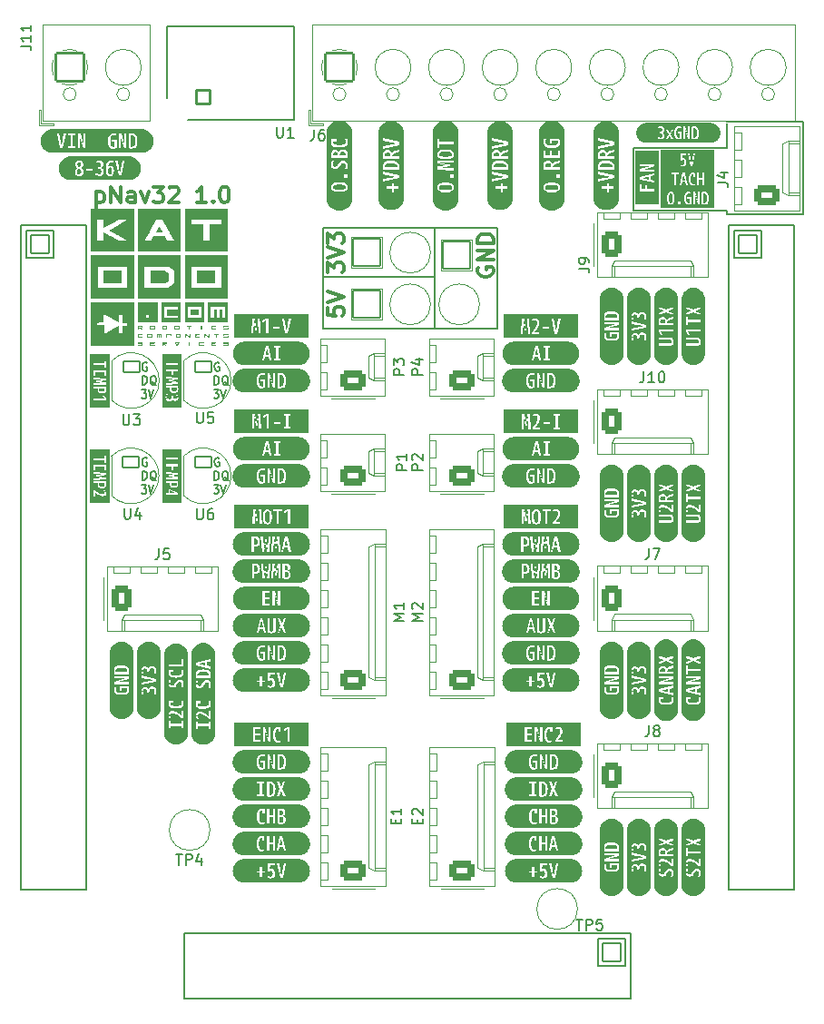
<source format=gbr>
%TF.GenerationSoftware,KiCad,Pcbnew,6.0.2+dfsg-1*%
%TF.CreationDate,2022-12-28T13:01:40+01:00*%
%TF.ProjectId,RobotMotorController,526f626f-744d-46f7-946f-72436f6e7472,rev?*%
%TF.SameCoordinates,Original*%
%TF.FileFunction,Legend,Top*%
%TF.FilePolarity,Positive*%
%FSLAX46Y46*%
G04 Gerber Fmt 4.6, Leading zero omitted, Abs format (unit mm)*
G04 Created by KiCad (PCBNEW 6.0.2+dfsg-1) date 2022-12-28 13:01:40*
%MOMM*%
%LPD*%
G01*
G04 APERTURE LIST*
G04 Aperture macros list*
%AMRoundRect*
0 Rectangle with rounded corners*
0 $1 Rounding radius*
0 $2 $3 $4 $5 $6 $7 $8 $9 X,Y pos of 4 corners*
0 Add a 4 corners polygon primitive as box body*
4,1,4,$2,$3,$4,$5,$6,$7,$8,$9,$2,$3,0*
0 Add four circle primitives for the rounded corners*
1,1,$1+$1,$2,$3*
1,1,$1+$1,$4,$5*
1,1,$1+$1,$6,$7*
1,1,$1+$1,$8,$9*
0 Add four rect primitives between the rounded corners*
20,1,$1+$1,$2,$3,$4,$5,0*
20,1,$1+$1,$4,$5,$6,$7,0*
20,1,$1+$1,$6,$7,$8,$9,0*
20,1,$1+$1,$8,$9,$2,$3,0*%
G04 Aperture macros list end*
%ADD10C,0.150000*%
%ADD11C,0.175000*%
%ADD12C,0.200000*%
%ADD13C,0.300000*%
%ADD14C,0.120000*%
%ADD15RoundRect,0.100000X-0.750000X0.525000X-0.750000X-0.525000X0.750000X-0.525000X0.750000X0.525000X0*%
%ADD16O,1.700000X1.250000*%
%ADD17RoundRect,0.100000X-1.300000X-1.300000X1.300000X-1.300000X1.300000X1.300000X-1.300000X1.300000X0*%
%ADD18C,2.800000*%
%ADD19C,3.600000*%
%ADD20RoundRect,0.350000X-0.620000X-0.845000X0.620000X-0.845000X0.620000X0.845000X-0.620000X0.845000X0*%
%ADD21O,1.940000X2.390000*%
%ADD22RoundRect,0.350000X0.845000X-0.620000X0.845000X0.620000X-0.845000X0.620000X-0.845000X-0.620000X0*%
%ADD23O,2.390000X1.940000*%
%ADD24RoundRect,0.100000X-0.650000X0.650000X-0.650000X-0.650000X0.650000X-0.650000X0.650000X0.650000X0*%
%ADD25C,1.500000*%
%ADD26RoundRect,0.100000X-1.250000X-1.250000X1.250000X-1.250000X1.250000X1.250000X-1.250000X1.250000X0*%
%ADD27RoundRect,0.100000X0.850000X0.850000X-0.850000X0.850000X-0.850000X-0.850000X0.850000X-0.850000X0*%
%ADD28O,1.900000X1.900000*%
%ADD29RoundRect,0.100000X0.850000X-0.850000X0.850000X0.850000X-0.850000X0.850000X-0.850000X-0.850000X0*%
G04 APERTURE END LIST*
D10*
X13462000Y-64262000D02*
X55118000Y-64262000D01*
X55118000Y-64262000D02*
X55118000Y-70358000D01*
X55118000Y-70358000D02*
X13462000Y-70358000D01*
X13462000Y-70358000D02*
X13462000Y-64262000D01*
X36830000Y1524000D02*
X42672000Y1524000D01*
X42672000Y1524000D02*
X42672000Y-7874000D01*
X42672000Y-7874000D02*
X36830000Y-7874000D01*
X36830000Y-7874000D02*
X36830000Y1524000D01*
X26416000Y1524000D02*
X36830000Y1524000D01*
X36830000Y1524000D02*
X36830000Y-3048000D01*
X36830000Y-3048000D02*
X26416000Y-3048000D01*
X26416000Y-3048000D02*
X26416000Y1524000D01*
X64262000Y1778000D02*
X70358000Y1778000D01*
X70358000Y1778000D02*
X70358000Y-60198000D01*
X70358000Y-60198000D02*
X64262000Y-60198000D01*
X64262000Y-60198000D02*
X64262000Y1778000D01*
X64770000Y1270000D02*
X67310000Y1270000D01*
X67310000Y1270000D02*
X67310000Y-1270000D01*
X67310000Y-1270000D02*
X64770000Y-1270000D01*
X64770000Y-1270000D02*
X64770000Y1270000D01*
X55372000Y9017000D02*
X55372000Y3175000D01*
X64135000Y9017000D02*
X55372000Y9017000D01*
X-1270000Y1270000D02*
X1270000Y1270000D01*
X1270000Y1270000D02*
X1270000Y-1270000D01*
X1270000Y-1270000D02*
X-1270000Y-1270000D01*
X-1270000Y-1270000D02*
X-1270000Y1270000D01*
X64135000Y2794000D02*
X71247000Y2794000D01*
X-1778000Y1778000D02*
X4318000Y1778000D01*
X4318000Y1778000D02*
X4318000Y-60198000D01*
X4318000Y-60198000D02*
X-1778000Y-60198000D01*
X-1778000Y-60198000D02*
X-1778000Y1778000D01*
X55372000Y3175000D02*
X64135000Y3175000D01*
X71247000Y11430000D02*
X64135000Y11430000D01*
X64135000Y11303000D02*
X64135000Y9017000D01*
X71247000Y2794000D02*
X71247000Y11430000D01*
X36830000Y-3048000D02*
X26416000Y-3048000D01*
X26416000Y-3048000D02*
X26416000Y-7874000D01*
X26416000Y-7874000D02*
X36830000Y-7874000D01*
X36830000Y-7874000D02*
X36830000Y-3048000D01*
X52070000Y-67310000D02*
X54610000Y-67310000D01*
X54610000Y-67310000D02*
X54610000Y-64770000D01*
X54610000Y-64770000D02*
X52070000Y-64770000D01*
X52070000Y-64770000D02*
X52070000Y-67310000D01*
X64135000Y3175000D02*
X64135000Y2794000D01*
D11*
X9499666Y-22421904D02*
X9933000Y-22421904D01*
X9699666Y-22726666D01*
X9799666Y-22726666D01*
X9866333Y-22764761D01*
X9899666Y-22802857D01*
X9933000Y-22879047D01*
X9933000Y-23069523D01*
X9899666Y-23145714D01*
X9866333Y-23183809D01*
X9799666Y-23221904D01*
X9599666Y-23221904D01*
X9533000Y-23183809D01*
X9499666Y-23145714D01*
X10133000Y-22421904D02*
X10366333Y-23221904D01*
X10599666Y-22421904D01*
X9499666Y-13531904D02*
X9933000Y-13531904D01*
X9699666Y-13836666D01*
X9799666Y-13836666D01*
X9866333Y-13874761D01*
X9899666Y-13912857D01*
X9933000Y-13989047D01*
X9933000Y-14179523D01*
X9899666Y-14255714D01*
X9866333Y-14293809D01*
X9799666Y-14331904D01*
X9599666Y-14331904D01*
X9533000Y-14293809D01*
X9499666Y-14255714D01*
X10133000Y-13531904D02*
X10366333Y-14331904D01*
X10599666Y-13531904D01*
D12*
X16262428Y-13061904D02*
X16262428Y-12261904D01*
X16452904Y-12261904D01*
X16567190Y-12300000D01*
X16643380Y-12376190D01*
X16681476Y-12452380D01*
X16719571Y-12604761D01*
X16719571Y-12719047D01*
X16681476Y-12871428D01*
X16643380Y-12947619D01*
X16567190Y-13023809D01*
X16452904Y-13061904D01*
X16262428Y-13061904D01*
X17595761Y-13138095D02*
X17519571Y-13100000D01*
X17443380Y-13023809D01*
X17329095Y-12909523D01*
X17252904Y-12871428D01*
X17176714Y-12871428D01*
X17214809Y-13061904D02*
X17138619Y-13023809D01*
X17062428Y-12947619D01*
X17024333Y-12795238D01*
X17024333Y-12528571D01*
X17062428Y-12376190D01*
X17138619Y-12300000D01*
X17214809Y-12261904D01*
X17367190Y-12261904D01*
X17443380Y-12300000D01*
X17519571Y-12376190D01*
X17557666Y-12528571D01*
X17557666Y-12795238D01*
X17519571Y-12947619D01*
X17443380Y-13023809D01*
X17367190Y-13061904D01*
X17214809Y-13061904D01*
X9988523Y-11030000D02*
X9912333Y-10991904D01*
X9798047Y-10991904D01*
X9683761Y-11030000D01*
X9607571Y-11106190D01*
X9569476Y-11182380D01*
X9531380Y-11334761D01*
X9531380Y-11449047D01*
X9569476Y-11601428D01*
X9607571Y-11677619D01*
X9683761Y-11753809D01*
X9798047Y-11791904D01*
X9874238Y-11791904D01*
X9988523Y-11753809D01*
X10026619Y-11715714D01*
X10026619Y-11449047D01*
X9874238Y-11449047D01*
X16719523Y-19920000D02*
X16643333Y-19881904D01*
X16529047Y-19881904D01*
X16414761Y-19920000D01*
X16338571Y-19996190D01*
X16300476Y-20072380D01*
X16262380Y-20224761D01*
X16262380Y-20339047D01*
X16300476Y-20491428D01*
X16338571Y-20567619D01*
X16414761Y-20643809D01*
X16529047Y-20681904D01*
X16605238Y-20681904D01*
X16719523Y-20643809D01*
X16757619Y-20605714D01*
X16757619Y-20339047D01*
X16605238Y-20339047D01*
D11*
X16230666Y-13531904D02*
X16664000Y-13531904D01*
X16430666Y-13836666D01*
X16530666Y-13836666D01*
X16597333Y-13874761D01*
X16630666Y-13912857D01*
X16664000Y-13989047D01*
X16664000Y-14179523D01*
X16630666Y-14255714D01*
X16597333Y-14293809D01*
X16530666Y-14331904D01*
X16330666Y-14331904D01*
X16264000Y-14293809D01*
X16230666Y-14255714D01*
X16864000Y-13531904D02*
X17097333Y-14331904D01*
X17330666Y-13531904D01*
D13*
X26864571Y-5873714D02*
X26864571Y-6588000D01*
X27578857Y-6659428D01*
X27507428Y-6588000D01*
X27436000Y-6445142D01*
X27436000Y-6088000D01*
X27507428Y-5945142D01*
X27578857Y-5873714D01*
X27721714Y-5802285D01*
X28078857Y-5802285D01*
X28221714Y-5873714D01*
X28293142Y-5945142D01*
X28364571Y-6088000D01*
X28364571Y-6445142D01*
X28293142Y-6588000D01*
X28221714Y-6659428D01*
X26864571Y-5373714D02*
X28364571Y-4873714D01*
X26864571Y-4373714D01*
D12*
X16262428Y-21951904D02*
X16262428Y-21151904D01*
X16452904Y-21151904D01*
X16567190Y-21190000D01*
X16643380Y-21266190D01*
X16681476Y-21342380D01*
X16719571Y-21494761D01*
X16719571Y-21609047D01*
X16681476Y-21761428D01*
X16643380Y-21837619D01*
X16567190Y-21913809D01*
X16452904Y-21951904D01*
X16262428Y-21951904D01*
X17595761Y-22028095D02*
X17519571Y-21990000D01*
X17443380Y-21913809D01*
X17329095Y-21799523D01*
X17252904Y-21761428D01*
X17176714Y-21761428D01*
X17214809Y-21951904D02*
X17138619Y-21913809D01*
X17062428Y-21837619D01*
X17024333Y-21685238D01*
X17024333Y-21418571D01*
X17062428Y-21266190D01*
X17138619Y-21190000D01*
X17214809Y-21151904D01*
X17367190Y-21151904D01*
X17443380Y-21190000D01*
X17519571Y-21266190D01*
X17557666Y-21418571D01*
X17557666Y-21685238D01*
X17519571Y-21837619D01*
X17443380Y-21913809D01*
X17367190Y-21951904D01*
X17214809Y-21951904D01*
D13*
X40906000Y-2158857D02*
X40834571Y-2301714D01*
X40834571Y-2516000D01*
X40906000Y-2730285D01*
X41048857Y-2873142D01*
X41191714Y-2944571D01*
X41477428Y-3016000D01*
X41691714Y-3016000D01*
X41977428Y-2944571D01*
X42120285Y-2873142D01*
X42263142Y-2730285D01*
X42334571Y-2516000D01*
X42334571Y-2373142D01*
X42263142Y-2158857D01*
X42191714Y-2087428D01*
X41691714Y-2087428D01*
X41691714Y-2373142D01*
X42334571Y-1444571D02*
X40834571Y-1444571D01*
X42334571Y-587428D01*
X40834571Y-587428D01*
X42334571Y126858D02*
X40834571Y126858D01*
X40834571Y484000D01*
X40906000Y698286D01*
X41048857Y841143D01*
X41191714Y912572D01*
X41477428Y984000D01*
X41691714Y984000D01*
X41977428Y912572D01*
X42120285Y841143D01*
X42263142Y698286D01*
X42334571Y484000D01*
X42334571Y126858D01*
D12*
X9531428Y-21951904D02*
X9531428Y-21151904D01*
X9721904Y-21151904D01*
X9836190Y-21190000D01*
X9912380Y-21266190D01*
X9950476Y-21342380D01*
X9988571Y-21494761D01*
X9988571Y-21609047D01*
X9950476Y-21761428D01*
X9912380Y-21837619D01*
X9836190Y-21913809D01*
X9721904Y-21951904D01*
X9531428Y-21951904D01*
X10864761Y-22028095D02*
X10788571Y-21990000D01*
X10712380Y-21913809D01*
X10598095Y-21799523D01*
X10521904Y-21761428D01*
X10445714Y-21761428D01*
X10483809Y-21951904D02*
X10407619Y-21913809D01*
X10331428Y-21837619D01*
X10293333Y-21685238D01*
X10293333Y-21418571D01*
X10331428Y-21266190D01*
X10407619Y-21190000D01*
X10483809Y-21151904D01*
X10636190Y-21151904D01*
X10712380Y-21190000D01*
X10788571Y-21266190D01*
X10826666Y-21418571D01*
X10826666Y-21685238D01*
X10788571Y-21837619D01*
X10712380Y-21913809D01*
X10636190Y-21951904D01*
X10483809Y-21951904D01*
D13*
X26864571Y-2619142D02*
X26864571Y-1690571D01*
X27436000Y-2190571D01*
X27436000Y-1976285D01*
X27507428Y-1833428D01*
X27578857Y-1762000D01*
X27721714Y-1690571D01*
X28078857Y-1690571D01*
X28221714Y-1762000D01*
X28293142Y-1833428D01*
X28364571Y-1976285D01*
X28364571Y-2404857D01*
X28293142Y-2547714D01*
X28221714Y-2619142D01*
X26864571Y-1262000D02*
X28364571Y-762000D01*
X26864571Y-262000D01*
X26864571Y95143D02*
X26864571Y1023715D01*
X27436000Y523715D01*
X27436000Y738000D01*
X27507428Y880858D01*
X27578857Y952286D01*
X27721714Y1023715D01*
X28078857Y1023715D01*
X28221714Y952286D01*
X28293142Y880858D01*
X28364571Y738000D01*
X28364571Y309429D01*
X28293142Y166572D01*
X28221714Y95143D01*
D12*
X9531428Y-13061904D02*
X9531428Y-12261904D01*
X9721904Y-12261904D01*
X9836190Y-12300000D01*
X9912380Y-12376190D01*
X9950476Y-12452380D01*
X9988571Y-12604761D01*
X9988571Y-12719047D01*
X9950476Y-12871428D01*
X9912380Y-12947619D01*
X9836190Y-13023809D01*
X9721904Y-13061904D01*
X9531428Y-13061904D01*
X10864761Y-13138095D02*
X10788571Y-13100000D01*
X10712380Y-13023809D01*
X10598095Y-12909523D01*
X10521904Y-12871428D01*
X10445714Y-12871428D01*
X10483809Y-13061904D02*
X10407619Y-13023809D01*
X10331428Y-12947619D01*
X10293333Y-12795238D01*
X10293333Y-12528571D01*
X10331428Y-12376190D01*
X10407619Y-12300000D01*
X10483809Y-12261904D01*
X10636190Y-12261904D01*
X10712380Y-12300000D01*
X10788571Y-12376190D01*
X10826666Y-12528571D01*
X10826666Y-12795238D01*
X10788571Y-12947619D01*
X10712380Y-13023809D01*
X10636190Y-13061904D01*
X10483809Y-13061904D01*
X16719523Y-11030000D02*
X16643333Y-10991904D01*
X16529047Y-10991904D01*
X16414761Y-11030000D01*
X16338571Y-11106190D01*
X16300476Y-11182380D01*
X16262380Y-11334761D01*
X16262380Y-11449047D01*
X16300476Y-11601428D01*
X16338571Y-11677619D01*
X16414761Y-11753809D01*
X16529047Y-11791904D01*
X16605238Y-11791904D01*
X16719523Y-11753809D01*
X16757619Y-11715714D01*
X16757619Y-11449047D01*
X16605238Y-11449047D01*
D13*
X5287142Y4893429D02*
X5287142Y3393429D01*
X5287142Y4822000D02*
X5430000Y4893429D01*
X5715714Y4893429D01*
X5858571Y4822000D01*
X5930000Y4750572D01*
X6001428Y4607715D01*
X6001428Y4179143D01*
X5930000Y4036286D01*
X5858571Y3964858D01*
X5715714Y3893429D01*
X5430000Y3893429D01*
X5287142Y3964858D01*
X6644285Y3893429D02*
X6644285Y5393429D01*
X7501428Y3893429D01*
X7501428Y5393429D01*
X8858571Y3893429D02*
X8858571Y4679143D01*
X8787142Y4822000D01*
X8644285Y4893429D01*
X8358571Y4893429D01*
X8215714Y4822000D01*
X8858571Y3964858D02*
X8715714Y3893429D01*
X8358571Y3893429D01*
X8215714Y3964858D01*
X8144285Y4107715D01*
X8144285Y4250572D01*
X8215714Y4393429D01*
X8358571Y4464858D01*
X8715714Y4464858D01*
X8858571Y4536286D01*
X9430000Y4893429D02*
X9787142Y3893429D01*
X10144285Y4893429D01*
X10572857Y5393429D02*
X11501428Y5393429D01*
X11001428Y4822000D01*
X11215714Y4822000D01*
X11358571Y4750572D01*
X11430000Y4679143D01*
X11501428Y4536286D01*
X11501428Y4179143D01*
X11430000Y4036286D01*
X11358571Y3964858D01*
X11215714Y3893429D01*
X10787142Y3893429D01*
X10644285Y3964858D01*
X10572857Y4036286D01*
X12072857Y5250572D02*
X12144285Y5322000D01*
X12287142Y5393429D01*
X12644285Y5393429D01*
X12787142Y5322000D01*
X12858571Y5250572D01*
X12930000Y5107715D01*
X12930000Y4964858D01*
X12858571Y4750572D01*
X12001428Y3893429D01*
X12930000Y3893429D01*
X15501428Y3893429D02*
X14644285Y3893429D01*
X15072857Y3893429D02*
X15072857Y5393429D01*
X14930000Y5179143D01*
X14787142Y5036286D01*
X14644285Y4964858D01*
X16144285Y4036286D02*
X16215714Y3964858D01*
X16144285Y3893429D01*
X16072857Y3964858D01*
X16144285Y4036286D01*
X16144285Y3893429D01*
X17144285Y5393429D02*
X17287142Y5393429D01*
X17430000Y5322000D01*
X17501428Y5250572D01*
X17572857Y5107715D01*
X17644285Y4822000D01*
X17644285Y4464858D01*
X17572857Y4179143D01*
X17501428Y4036286D01*
X17430000Y3964858D01*
X17287142Y3893429D01*
X17144285Y3893429D01*
X17001428Y3964858D01*
X16930000Y4036286D01*
X16858571Y4179143D01*
X16787142Y4464858D01*
X16787142Y4822000D01*
X16858571Y5107715D01*
X16930000Y5250572D01*
X17001428Y5322000D01*
X17144285Y5393429D01*
D11*
X16230666Y-22421904D02*
X16664000Y-22421904D01*
X16430666Y-22726666D01*
X16530666Y-22726666D01*
X16597333Y-22764761D01*
X16630666Y-22802857D01*
X16664000Y-22879047D01*
X16664000Y-23069523D01*
X16630666Y-23145714D01*
X16597333Y-23183809D01*
X16530666Y-23221904D01*
X16330666Y-23221904D01*
X16264000Y-23183809D01*
X16230666Y-23145714D01*
X16864000Y-22421904D02*
X17097333Y-23221904D01*
X17330666Y-22421904D01*
D12*
X9988523Y-19920000D02*
X9912333Y-19881904D01*
X9798047Y-19881904D01*
X9683761Y-19920000D01*
X9607571Y-19996190D01*
X9569476Y-20072380D01*
X9531380Y-20224761D01*
X9531380Y-20339047D01*
X9569476Y-20491428D01*
X9607571Y-20567619D01*
X9683761Y-20643809D01*
X9798047Y-20681904D01*
X9874238Y-20681904D01*
X9988523Y-20643809D01*
X10026619Y-20605714D01*
X10026619Y-20339047D01*
X9874238Y-20339047D01*
D10*
%TO.C,U6*%
X14638095Y-24652380D02*
X14638095Y-25461904D01*
X14685714Y-25557142D01*
X14733333Y-25604761D01*
X14828571Y-25652380D01*
X15019047Y-25652380D01*
X15114285Y-25604761D01*
X15161904Y-25557142D01*
X15209523Y-25461904D01*
X15209523Y-24652380D01*
X16114285Y-24652380D02*
X15923809Y-24652380D01*
X15828571Y-24700000D01*
X15780952Y-24747619D01*
X15685714Y-24890476D01*
X15638095Y-25080952D01*
X15638095Y-25461904D01*
X15685714Y-25557142D01*
X15733333Y-25604761D01*
X15828571Y-25652380D01*
X16019047Y-25652380D01*
X16114285Y-25604761D01*
X16161904Y-25557142D01*
X16209523Y-25461904D01*
X16209523Y-25223809D01*
X16161904Y-25128571D01*
X16114285Y-25080952D01*
X16019047Y-25033333D01*
X15828571Y-25033333D01*
X15733333Y-25080952D01*
X15685714Y-25128571D01*
X15638095Y-25223809D01*
%TO.C,J6*%
X25574666Y10707620D02*
X25574666Y9993334D01*
X25527047Y9850477D01*
X25431809Y9755239D01*
X25288952Y9707620D01*
X25193714Y9707620D01*
X26479428Y10707620D02*
X26288952Y10707620D01*
X26193714Y10660000D01*
X26146095Y10612381D01*
X26050857Y10469524D01*
X26003238Y10279048D01*
X26003238Y9898096D01*
X26050857Y9802858D01*
X26098476Y9755239D01*
X26193714Y9707620D01*
X26384190Y9707620D01*
X26479428Y9755239D01*
X26527047Y9802858D01*
X26574666Y9898096D01*
X26574666Y10136191D01*
X26527047Y10231429D01*
X26479428Y10279048D01*
X26384190Y10326667D01*
X26193714Y10326667D01*
X26098476Y10279048D01*
X26050857Y10231429D01*
X26003238Y10136191D01*
%TO.C,U5*%
X14638095Y-15652380D02*
X14638095Y-16461904D01*
X14685714Y-16557142D01*
X14733333Y-16604761D01*
X14828571Y-16652380D01*
X15019047Y-16652380D01*
X15114285Y-16604761D01*
X15161904Y-16557142D01*
X15209523Y-16461904D01*
X15209523Y-15652380D01*
X16161904Y-15652380D02*
X15685714Y-15652380D01*
X15638095Y-16128571D01*
X15685714Y-16080952D01*
X15780952Y-16033333D01*
X16019047Y-16033333D01*
X16114285Y-16080952D01*
X16161904Y-16128571D01*
X16209523Y-16223809D01*
X16209523Y-16461904D01*
X16161904Y-16557142D01*
X16114285Y-16604761D01*
X16019047Y-16652380D01*
X15780952Y-16652380D01*
X15685714Y-16604761D01*
X15638095Y-16557142D01*
%TO.C,TP4*%
X12708095Y-56862380D02*
X13279523Y-56862380D01*
X12993809Y-57862380D02*
X12993809Y-56862380D01*
X13612857Y-57862380D02*
X13612857Y-56862380D01*
X13993809Y-56862380D01*
X14089047Y-56910000D01*
X14136666Y-56957619D01*
X14184285Y-57052857D01*
X14184285Y-57195714D01*
X14136666Y-57290952D01*
X14089047Y-57338571D01*
X13993809Y-57386190D01*
X13612857Y-57386190D01*
X15041428Y-57195714D02*
X15041428Y-57862380D01*
X14803333Y-56814761D02*
X14565238Y-57529047D01*
X15184285Y-57529047D01*
%TO.C,J8*%
X56816666Y-44882380D02*
X56816666Y-45596666D01*
X56769047Y-45739523D01*
X56673809Y-45834761D01*
X56530952Y-45882380D01*
X56435714Y-45882380D01*
X57435714Y-45310952D02*
X57340476Y-45263333D01*
X57292857Y-45215714D01*
X57245238Y-45120476D01*
X57245238Y-45072857D01*
X57292857Y-44977619D01*
X57340476Y-44930000D01*
X57435714Y-44882380D01*
X57626190Y-44882380D01*
X57721428Y-44930000D01*
X57769047Y-44977619D01*
X57816666Y-45072857D01*
X57816666Y-45120476D01*
X57769047Y-45215714D01*
X57721428Y-45263333D01*
X57626190Y-45310952D01*
X57435714Y-45310952D01*
X57340476Y-45358571D01*
X57292857Y-45406190D01*
X57245238Y-45501428D01*
X57245238Y-45691904D01*
X57292857Y-45787142D01*
X57340476Y-45834761D01*
X57435714Y-45882380D01*
X57626190Y-45882380D01*
X57721428Y-45834761D01*
X57769047Y-45787142D01*
X57816666Y-45691904D01*
X57816666Y-45501428D01*
X57769047Y-45406190D01*
X57721428Y-45358571D01*
X57626190Y-45310952D01*
%TO.C,M2*%
X35702380Y-35099523D02*
X34702380Y-35099523D01*
X35416666Y-34766190D01*
X34702380Y-34432857D01*
X35702380Y-34432857D01*
X34797619Y-34004285D02*
X34750000Y-33956666D01*
X34702380Y-33861428D01*
X34702380Y-33623333D01*
X34750000Y-33528095D01*
X34797619Y-33480476D01*
X34892857Y-33432857D01*
X34988095Y-33432857D01*
X35130952Y-33480476D01*
X35702380Y-34051904D01*
X35702380Y-33432857D01*
%TO.C,U1*%
X22098095Y10961620D02*
X22098095Y10152096D01*
X22145714Y10056858D01*
X22193333Y10009239D01*
X22288571Y9961620D01*
X22479047Y9961620D01*
X22574285Y10009239D01*
X22621904Y10056858D01*
X22669523Y10152096D01*
X22669523Y10961620D01*
X23669523Y9961620D02*
X23098095Y9961620D01*
X23383809Y9961620D02*
X23383809Y10961620D01*
X23288571Y10818762D01*
X23193333Y10723524D01*
X23098095Y10675905D01*
%TO.C,J11*%
X-1817620Y18494477D02*
X-1103334Y18494477D01*
X-960477Y18446858D01*
X-865239Y18351620D01*
X-817620Y18208762D01*
X-817620Y18113524D01*
X-817620Y19494477D02*
X-817620Y18923048D01*
X-817620Y19208762D02*
X-1817620Y19208762D01*
X-1674762Y19113524D01*
X-1579524Y19018286D01*
X-1531905Y18923048D01*
X-817620Y20446858D02*
X-817620Y19875429D01*
X-817620Y20161143D02*
X-1817620Y20161143D01*
X-1674762Y20065905D01*
X-1579524Y19970667D01*
X-1531905Y19875429D01*
%TO.C,J5*%
X11096666Y-28372380D02*
X11096666Y-29086666D01*
X11049047Y-29229523D01*
X10953809Y-29324761D01*
X10810952Y-29372380D01*
X10715714Y-29372380D01*
X12049047Y-28372380D02*
X11572857Y-28372380D01*
X11525238Y-28848571D01*
X11572857Y-28800952D01*
X11668095Y-28753333D01*
X11906190Y-28753333D01*
X12001428Y-28800952D01*
X12049047Y-28848571D01*
X12096666Y-28943809D01*
X12096666Y-29181904D01*
X12049047Y-29277142D01*
X12001428Y-29324761D01*
X11906190Y-29372380D01*
X11668095Y-29372380D01*
X11572857Y-29324761D01*
X11525238Y-29277142D01*
%TO.C,TP1*%
X29932380Y-6849904D02*
X29932380Y-6278476D01*
X30932380Y-6564190D02*
X29932380Y-6564190D01*
X30932380Y-5945142D02*
X29932380Y-5945142D01*
X29932380Y-5564190D01*
X29980000Y-5468952D01*
X30027619Y-5421333D01*
X30122857Y-5373714D01*
X30265714Y-5373714D01*
X30360952Y-5421333D01*
X30408571Y-5468952D01*
X30456190Y-5564190D01*
X30456190Y-5945142D01*
X30932380Y-4421333D02*
X30932380Y-4992761D01*
X30932380Y-4707047D02*
X29932380Y-4707047D01*
X30075238Y-4802285D01*
X30170476Y-4897523D01*
X30218095Y-4992761D01*
%TO.C,TP5*%
X50046095Y-62952380D02*
X50617523Y-62952380D01*
X50331809Y-63952380D02*
X50331809Y-62952380D01*
X50950857Y-63952380D02*
X50950857Y-62952380D01*
X51331809Y-62952380D01*
X51427047Y-63000000D01*
X51474666Y-63047619D01*
X51522285Y-63142857D01*
X51522285Y-63285714D01*
X51474666Y-63380952D01*
X51427047Y-63428571D01*
X51331809Y-63476190D01*
X50950857Y-63476190D01*
X52427047Y-62952380D02*
X51950857Y-62952380D01*
X51903238Y-63428571D01*
X51950857Y-63380952D01*
X52046095Y-63333333D01*
X52284190Y-63333333D01*
X52379428Y-63380952D01*
X52427047Y-63428571D01*
X52474666Y-63523809D01*
X52474666Y-63761904D01*
X52427047Y-63857142D01*
X52379428Y-63904761D01*
X52284190Y-63952380D01*
X52046095Y-63952380D01*
X51950857Y-63904761D01*
X51903238Y-63857142D01*
%TO.C,P2*%
X35702380Y-21058095D02*
X34702380Y-21058095D01*
X34702380Y-20677142D01*
X34750000Y-20581904D01*
X34797619Y-20534285D01*
X34892857Y-20486666D01*
X35035714Y-20486666D01*
X35130952Y-20534285D01*
X35178571Y-20581904D01*
X35226190Y-20677142D01*
X35226190Y-21058095D01*
X34797619Y-20105714D02*
X34750000Y-20058095D01*
X34702380Y-19962857D01*
X34702380Y-19724761D01*
X34750000Y-19629523D01*
X34797619Y-19581904D01*
X34892857Y-19534285D01*
X34988095Y-19534285D01*
X35130952Y-19581904D01*
X35702380Y-20153333D01*
X35702380Y-19534285D01*
%TO.C,P1*%
X34234380Y-21058095D02*
X33234380Y-21058095D01*
X33234380Y-20677142D01*
X33282000Y-20581904D01*
X33329619Y-20534285D01*
X33424857Y-20486666D01*
X33567714Y-20486666D01*
X33662952Y-20534285D01*
X33710571Y-20581904D01*
X33758190Y-20677142D01*
X33758190Y-21058095D01*
X34234380Y-19534285D02*
X34234380Y-20105714D01*
X34234380Y-19820000D02*
X33234380Y-19820000D01*
X33377238Y-19915238D01*
X33472476Y-20010476D01*
X33520095Y-20105714D01*
%TO.C,E2*%
X35198571Y-54030476D02*
X35198571Y-53697142D01*
X35722380Y-53554285D02*
X35722380Y-54030476D01*
X34722380Y-54030476D01*
X34722380Y-53554285D01*
X34817619Y-53173333D02*
X34770000Y-53125714D01*
X34722380Y-53030476D01*
X34722380Y-52792380D01*
X34770000Y-52697142D01*
X34817619Y-52649523D01*
X34912857Y-52601904D01*
X35008095Y-52601904D01*
X35150952Y-52649523D01*
X35722380Y-53220952D01*
X35722380Y-52601904D01*
%TO.C,J10*%
X56340476Y-11862380D02*
X56340476Y-12576666D01*
X56292857Y-12719523D01*
X56197619Y-12814761D01*
X56054761Y-12862380D01*
X55959523Y-12862380D01*
X57340476Y-12862380D02*
X56769047Y-12862380D01*
X57054761Y-12862380D02*
X57054761Y-11862380D01*
X56959523Y-12005238D01*
X56864285Y-12100476D01*
X56769047Y-12148095D01*
X57959523Y-11862380D02*
X58054761Y-11862380D01*
X58150000Y-11910000D01*
X58197619Y-11957619D01*
X58245238Y-12052857D01*
X58292857Y-12243333D01*
X58292857Y-12481428D01*
X58245238Y-12671904D01*
X58197619Y-12767142D01*
X58150000Y-12814761D01*
X58054761Y-12862380D01*
X57959523Y-12862380D01*
X57864285Y-12814761D01*
X57816666Y-12767142D01*
X57769047Y-12671904D01*
X57721428Y-12481428D01*
X57721428Y-12243333D01*
X57769047Y-12052857D01*
X57816666Y-11957619D01*
X57864285Y-11910000D01*
X57959523Y-11862380D01*
%TO.C,TP8*%
X33996380Y-6849904D02*
X33996380Y-6278476D01*
X34996380Y-6564190D02*
X33996380Y-6564190D01*
X34996380Y-5945142D02*
X33996380Y-5945142D01*
X33996380Y-5564190D01*
X34044000Y-5468952D01*
X34091619Y-5421333D01*
X34186857Y-5373714D01*
X34329714Y-5373714D01*
X34424952Y-5421333D01*
X34472571Y-5468952D01*
X34520190Y-5564190D01*
X34520190Y-5945142D01*
X34424952Y-4802285D02*
X34377333Y-4897523D01*
X34329714Y-4945142D01*
X34234476Y-4992761D01*
X34186857Y-4992761D01*
X34091619Y-4945142D01*
X34044000Y-4897523D01*
X33996380Y-4802285D01*
X33996380Y-4611809D01*
X34044000Y-4516571D01*
X34091619Y-4468952D01*
X34186857Y-4421333D01*
X34234476Y-4421333D01*
X34329714Y-4468952D01*
X34377333Y-4516571D01*
X34424952Y-4611809D01*
X34424952Y-4802285D01*
X34472571Y-4897523D01*
X34520190Y-4945142D01*
X34615428Y-4992761D01*
X34805904Y-4992761D01*
X34901142Y-4945142D01*
X34948761Y-4897523D01*
X34996380Y-4802285D01*
X34996380Y-4611809D01*
X34948761Y-4516571D01*
X34901142Y-4468952D01*
X34805904Y-4421333D01*
X34615428Y-4421333D01*
X34520190Y-4468952D01*
X34472571Y-4516571D01*
X34424952Y-4611809D01*
%TO.C,TP6*%
X33282095Y-214380D02*
X33853523Y-214380D01*
X33567809Y-1214380D02*
X33567809Y-214380D01*
X34186857Y-1214380D02*
X34186857Y-214380D01*
X34567809Y-214380D01*
X34663047Y-262000D01*
X34710666Y-309619D01*
X34758285Y-404857D01*
X34758285Y-547714D01*
X34710666Y-642952D01*
X34663047Y-690571D01*
X34567809Y-738190D01*
X34186857Y-738190D01*
X35615428Y-214380D02*
X35424952Y-214380D01*
X35329714Y-262000D01*
X35282095Y-309619D01*
X35186857Y-452476D01*
X35139238Y-642952D01*
X35139238Y-1023904D01*
X35186857Y-1119142D01*
X35234476Y-1166761D01*
X35329714Y-1214380D01*
X35520190Y-1214380D01*
X35615428Y-1166761D01*
X35663047Y-1119142D01*
X35710666Y-1023904D01*
X35710666Y-785809D01*
X35663047Y-690571D01*
X35615428Y-642952D01*
X35520190Y-595333D01*
X35329714Y-595333D01*
X35234476Y-642952D01*
X35186857Y-690571D01*
X35139238Y-785809D01*
%TO.C,J7*%
X56816666Y-28352380D02*
X56816666Y-29066666D01*
X56769047Y-29209523D01*
X56673809Y-29304761D01*
X56530952Y-29352380D01*
X56435714Y-29352380D01*
X57197619Y-28352380D02*
X57864285Y-28352380D01*
X57435714Y-29352380D01*
%TO.C,TP2*%
X38568380Y-2277904D02*
X38568380Y-1706476D01*
X39568380Y-1992190D02*
X38568380Y-1992190D01*
X39568380Y-1373142D02*
X38568380Y-1373142D01*
X38568380Y-992190D01*
X38616000Y-896952D01*
X38663619Y-849333D01*
X38758857Y-801714D01*
X38901714Y-801714D01*
X38996952Y-849333D01*
X39044571Y-896952D01*
X39092190Y-992190D01*
X39092190Y-1373142D01*
X38663619Y-420761D02*
X38616000Y-373142D01*
X38568380Y-277904D01*
X38568380Y-39809D01*
X38616000Y55429D01*
X38663619Y103048D01*
X38758857Y150667D01*
X38854095Y150667D01*
X38996952Y103048D01*
X39568380Y-468380D01*
X39568380Y150667D01*
%TO.C,M1*%
X33980380Y-35099523D02*
X32980380Y-35099523D01*
X33694666Y-34766190D01*
X32980380Y-34432857D01*
X33980380Y-34432857D01*
X33980380Y-33432857D02*
X33980380Y-34004285D01*
X33980380Y-33718571D02*
X32980380Y-33718571D01*
X33123238Y-33813809D01*
X33218476Y-33909047D01*
X33266095Y-34004285D01*
%TO.C,U3*%
X7768095Y-15835380D02*
X7768095Y-16644904D01*
X7815714Y-16740142D01*
X7863333Y-16787761D01*
X7958571Y-16835380D01*
X8149047Y-16835380D01*
X8244285Y-16787761D01*
X8291904Y-16740142D01*
X8339523Y-16644904D01*
X8339523Y-15835380D01*
X8720476Y-15835380D02*
X9339523Y-15835380D01*
X9006190Y-16216333D01*
X9149047Y-16216333D01*
X9244285Y-16263952D01*
X9291904Y-16311571D01*
X9339523Y-16406809D01*
X9339523Y-16644904D01*
X9291904Y-16740142D01*
X9244285Y-16787761D01*
X9149047Y-16835380D01*
X8863333Y-16835380D01*
X8768095Y-16787761D01*
X8720476Y-16740142D01*
%TO.C,U4*%
X7874095Y-24598380D02*
X7874095Y-25407904D01*
X7921714Y-25503142D01*
X7969333Y-25550761D01*
X8064571Y-25598380D01*
X8255047Y-25598380D01*
X8350285Y-25550761D01*
X8397904Y-25503142D01*
X8445523Y-25407904D01*
X8445523Y-24598380D01*
X9350285Y-24931714D02*
X9350285Y-25598380D01*
X9112190Y-24550761D02*
X8874095Y-25265047D01*
X9493142Y-25265047D01*
%TO.C,P3*%
X33980380Y-12168095D02*
X32980380Y-12168095D01*
X32980380Y-11787142D01*
X33028000Y-11691904D01*
X33075619Y-11644285D01*
X33170857Y-11596666D01*
X33313714Y-11596666D01*
X33408952Y-11644285D01*
X33456571Y-11691904D01*
X33504190Y-11787142D01*
X33504190Y-12168095D01*
X32980380Y-11263333D02*
X32980380Y-10644285D01*
X33361333Y-10977619D01*
X33361333Y-10834761D01*
X33408952Y-10739523D01*
X33456571Y-10691904D01*
X33551809Y-10644285D01*
X33789904Y-10644285D01*
X33885142Y-10691904D01*
X33932761Y-10739523D01*
X33980380Y-10834761D01*
X33980380Y-11120476D01*
X33932761Y-11215714D01*
X33885142Y-11263333D01*
%TO.C,TP7*%
X38568380Y-6849904D02*
X38568380Y-6278476D01*
X39568380Y-6564190D02*
X38568380Y-6564190D01*
X39568380Y-5945142D02*
X38568380Y-5945142D01*
X38568380Y-5564190D01*
X38616000Y-5468952D01*
X38663619Y-5421333D01*
X38758857Y-5373714D01*
X38901714Y-5373714D01*
X38996952Y-5421333D01*
X39044571Y-5468952D01*
X39092190Y-5564190D01*
X39092190Y-5945142D01*
X38568380Y-5040380D02*
X38568380Y-4373714D01*
X39568380Y-4802285D01*
%TO.C,J4*%
X63206380Y5762667D02*
X63920666Y5762667D01*
X64063523Y5715048D01*
X64158761Y5619810D01*
X64206380Y5476953D01*
X64206380Y5381715D01*
X63539714Y6667429D02*
X64206380Y6667429D01*
X63158761Y6429334D02*
X63873047Y6191239D01*
X63873047Y6810286D01*
%TO.C,TP3*%
X29218095Y-214380D02*
X29789523Y-214380D01*
X29503809Y-1214380D02*
X29503809Y-214380D01*
X30122857Y-1214380D02*
X30122857Y-214380D01*
X30503809Y-214380D01*
X30599047Y-262000D01*
X30646666Y-309619D01*
X30694285Y-404857D01*
X30694285Y-547714D01*
X30646666Y-642952D01*
X30599047Y-690571D01*
X30503809Y-738190D01*
X30122857Y-738190D01*
X31027619Y-214380D02*
X31646666Y-214380D01*
X31313333Y-595333D01*
X31456190Y-595333D01*
X31551428Y-642952D01*
X31599047Y-690571D01*
X31646666Y-785809D01*
X31646666Y-1023904D01*
X31599047Y-1119142D01*
X31551428Y-1166761D01*
X31456190Y-1214380D01*
X31170476Y-1214380D01*
X31075238Y-1166761D01*
X31027619Y-1119142D01*
%TO.C,E1*%
X33202571Y-54030476D02*
X33202571Y-53697142D01*
X33726380Y-53554285D02*
X33726380Y-54030476D01*
X32726380Y-54030476D01*
X32726380Y-53554285D01*
X33726380Y-52601904D02*
X33726380Y-53173333D01*
X33726380Y-52887619D02*
X32726380Y-52887619D01*
X32869238Y-52982857D01*
X32964476Y-53078095D01*
X33012095Y-53173333D01*
%TO.C,P4*%
X35702380Y-12168095D02*
X34702380Y-12168095D01*
X34702380Y-11787142D01*
X34750000Y-11691904D01*
X34797619Y-11644285D01*
X34892857Y-11596666D01*
X35035714Y-11596666D01*
X35130952Y-11644285D01*
X35178571Y-11691904D01*
X35226190Y-11787142D01*
X35226190Y-12168095D01*
X35035714Y-10739523D02*
X35702380Y-10739523D01*
X34654761Y-10977619D02*
X35369047Y-11215714D01*
X35369047Y-10596666D01*
%TO.C,J9*%
X50252380Y-2238333D02*
X50966666Y-2238333D01*
X51109523Y-2285952D01*
X51204761Y-2381190D01*
X51252380Y-2524047D01*
X51252380Y-2619285D01*
X51252380Y-1714523D02*
X51252380Y-1524047D01*
X51204761Y-1428809D01*
X51157142Y-1381190D01*
X51014285Y-1285952D01*
X50823809Y-1238333D01*
X50442857Y-1238333D01*
X50347619Y-1285952D01*
X50300000Y-1333571D01*
X50252380Y-1428809D01*
X50252380Y-1619285D01*
X50300000Y-1714523D01*
X50347619Y-1762142D01*
X50442857Y-1809761D01*
X50680952Y-1809761D01*
X50776190Y-1762142D01*
X50823809Y-1714523D01*
X50871428Y-1619285D01*
X50871428Y-1428809D01*
X50823809Y-1333571D01*
X50776190Y-1285952D01*
X50680952Y-1238333D01*
%TO.C,kibuzzard-6394D4E3*%
G36*
X7795472Y-39486628D02*
G01*
X7944697Y-39509806D01*
X8048625Y-39548435D01*
X8140065Y-39639161D01*
X8170545Y-39772273D01*
X8153400Y-39857997D01*
X7088505Y-39857997D01*
X7071360Y-39772273D01*
X7100887Y-39640351D01*
X7189470Y-39549387D01*
X7287683Y-39510229D01*
X7424843Y-39486734D01*
X7600950Y-39478902D01*
X7795472Y-39486628D01*
G37*
G36*
X8725899Y-43247994D02*
G01*
X8709898Y-43355866D01*
X8683400Y-43461651D01*
X8646661Y-43564329D01*
X8600035Y-43662912D01*
X8543971Y-43756450D01*
X8479008Y-43844042D01*
X8405772Y-43924845D01*
X8324970Y-43998080D01*
X8237377Y-44063043D01*
X8143840Y-44119107D01*
X8045257Y-44165733D01*
X7942579Y-44202472D01*
X7836794Y-44228970D01*
X7728922Y-44244971D01*
X7620000Y-44250322D01*
X7511078Y-44244971D01*
X7403206Y-44228970D01*
X7297421Y-44202472D01*
X7194743Y-44165733D01*
X7096160Y-44119107D01*
X7002623Y-44063043D01*
X6915030Y-43998080D01*
X6834228Y-43924845D01*
X6760992Y-43844042D01*
X6696029Y-43756450D01*
X6639965Y-43662912D01*
X6593339Y-43564329D01*
X6556600Y-43461651D01*
X6530102Y-43355866D01*
X6514101Y-43247994D01*
X6508750Y-43139072D01*
X6508750Y-41494393D01*
X6905625Y-41494393D01*
X6924463Y-41651555D01*
X6980978Y-41780143D01*
X7075170Y-41880155D01*
X7172206Y-41936412D01*
X7293769Y-41976596D01*
X7439858Y-42000706D01*
X7610475Y-42008743D01*
X7780139Y-42001301D01*
X7927181Y-41978977D01*
X8051602Y-41941770D01*
X8153400Y-41889680D01*
X8232577Y-41822707D01*
X8289131Y-41740852D01*
X8323064Y-41644114D01*
X8334375Y-41532493D01*
X8326967Y-41418616D01*
X8304742Y-41310666D01*
X8267700Y-41208642D01*
X7486650Y-41208642D01*
X7486650Y-41652508D01*
X7648575Y-41652508D01*
X7648575Y-41412477D01*
X8147685Y-41412477D01*
X8170545Y-41526778D01*
X8138160Y-41642982D01*
X8041005Y-41728708D01*
X7935595Y-41767866D01*
X7792085Y-41791361D01*
X7610475Y-41799192D01*
X7432992Y-41790938D01*
X7294245Y-41766173D01*
X7194232Y-41724897D01*
X7103507Y-41630124D01*
X7073265Y-41494393D01*
X7084695Y-41377711D01*
X7118985Y-41256268D01*
X6947535Y-41256268D01*
X6916102Y-41372949D01*
X6905625Y-41494393D01*
X6508750Y-41494393D01*
X6508750Y-41008618D01*
X6924675Y-41008618D01*
X8315325Y-41008618D01*
X8315325Y-40799068D01*
X7305675Y-40799068D01*
X7305675Y-40795257D01*
X8315325Y-40498077D01*
X8315325Y-40284717D01*
X6924675Y-40284717D01*
X6924675Y-40484743D01*
X7934325Y-40484743D01*
X7934325Y-40490457D01*
X6924675Y-40787637D01*
X6924675Y-41008618D01*
X6508750Y-41008618D01*
X6508750Y-39772273D01*
X6905625Y-39772273D01*
X6915150Y-39922291D01*
X6943725Y-40071357D01*
X8296275Y-40071357D01*
X8324850Y-39928006D01*
X8334375Y-39772273D01*
X8317944Y-39614157D01*
X8268653Y-39490333D01*
X8178879Y-39396273D01*
X8041005Y-39327455D01*
X7920143Y-39296234D01*
X7773458Y-39277502D01*
X7600950Y-39271257D01*
X7422892Y-39278580D01*
X7273528Y-39300547D01*
X7152858Y-39337159D01*
X7060882Y-39388415D01*
X6974628Y-39483136D01*
X6922876Y-39611088D01*
X6905625Y-39772273D01*
X6508750Y-39772273D01*
X6508750Y-38140928D01*
X6514101Y-38032006D01*
X6530102Y-37924134D01*
X6556600Y-37818349D01*
X6593339Y-37715671D01*
X6639965Y-37617088D01*
X6696029Y-37523550D01*
X6760992Y-37435958D01*
X6834228Y-37355155D01*
X6915030Y-37281920D01*
X7002623Y-37216957D01*
X7096160Y-37160893D01*
X7194743Y-37114267D01*
X7297421Y-37077528D01*
X7403206Y-37051030D01*
X7511078Y-37035029D01*
X7620000Y-37029678D01*
X7728922Y-37035029D01*
X7836794Y-37051030D01*
X7942579Y-37077528D01*
X8045257Y-37114267D01*
X8143840Y-37160893D01*
X8237377Y-37216957D01*
X8324970Y-37281920D01*
X8405772Y-37355155D01*
X8479008Y-37435958D01*
X8543971Y-37523550D01*
X8600035Y-37617088D01*
X8646661Y-37715671D01*
X8683400Y-37818349D01*
X8709898Y-37924134D01*
X8725899Y-38032006D01*
X8731250Y-38140928D01*
X8731250Y-43139072D01*
X8725899Y-43247994D01*
G37*
D14*
%TO.C,U6*%
X13390000Y-19790000D02*
X13390000Y-23390000D01*
X13401522Y-23428478D02*
G75*
G03*
X17840000Y-21590000I1838478J1838478D01*
G01*
X17840001Y-21590000D02*
G75*
G03*
X13401522Y-19751522I-2600001J0D01*
G01*
%TO.C,kibuzzard-6394D524*%
G36*
X58238072Y-23493730D02*
G01*
X58315225Y-23539450D01*
X58358088Y-23621365D01*
X58372375Y-23745190D01*
X58372375Y-23819485D01*
X57886600Y-23819485D01*
X57871360Y-23708995D01*
X57886362Y-23607554D01*
X57931367Y-23535640D01*
X58008758Y-23492777D01*
X58120915Y-23478490D01*
X58238072Y-23493730D01*
G37*
G36*
X59525899Y-26737994D02*
G01*
X59509898Y-26845866D01*
X59483400Y-26951651D01*
X59446661Y-27054329D01*
X59400035Y-27152912D01*
X59343971Y-27246450D01*
X59279008Y-27334042D01*
X59205772Y-27414845D01*
X59124970Y-27488080D01*
X59037377Y-27553043D01*
X58943840Y-27609107D01*
X58845257Y-27655733D01*
X58742579Y-27692472D01*
X58636794Y-27718970D01*
X58528922Y-27734971D01*
X58420000Y-27740322D01*
X58311078Y-27734971D01*
X58203206Y-27718970D01*
X58097421Y-27692472D01*
X57994743Y-27655733D01*
X57896160Y-27609107D01*
X57802623Y-27553043D01*
X57715030Y-27488080D01*
X57634228Y-27414845D01*
X57560992Y-27334042D01*
X57496029Y-27246450D01*
X57439965Y-27152912D01*
X57393339Y-27054329D01*
X57356600Y-26951651D01*
X57330102Y-26845866D01*
X57314101Y-26737994D01*
X57308750Y-26629072D01*
X57308750Y-25951180D01*
X57724675Y-25951180D01*
X58753375Y-25951180D01*
X58877412Y-25941337D01*
X58975202Y-25911810D01*
X59046745Y-25862597D01*
X59095428Y-25790737D01*
X59124638Y-25693264D01*
X59134375Y-25570180D01*
X59124638Y-25447096D01*
X59095428Y-25349623D01*
X59046745Y-25277762D01*
X58975202Y-25228550D01*
X58877412Y-25199022D01*
X58753375Y-25189180D01*
X57724675Y-25189180D01*
X57724675Y-25396825D01*
X58715275Y-25396825D01*
X58839814Y-25406350D01*
X58916253Y-25434925D01*
X58968640Y-25566370D01*
X58955305Y-25645904D01*
X58915300Y-25697815D01*
X58838624Y-25726390D01*
X58715275Y-25735915D01*
X57724675Y-25735915D01*
X57724675Y-25951180D01*
X57308750Y-25951180D01*
X57308750Y-24621490D01*
X57705625Y-24621490D01*
X57716632Y-24742140D01*
X57749652Y-24855170D01*
X57804685Y-24960580D01*
X57983755Y-24960580D01*
X57921313Y-24853265D01*
X57883848Y-24754840D01*
X57871360Y-24665305D01*
X57922795Y-24540527D01*
X57989470Y-24509809D01*
X58086625Y-24499570D01*
X58191011Y-24508978D01*
X58301696Y-24537203D01*
X58418678Y-24584245D01*
X58541959Y-24650104D01*
X58671538Y-24734779D01*
X58807415Y-24838271D01*
X58949590Y-24960580D01*
X59115325Y-24960580D01*
X59115325Y-24274780D01*
X58949590Y-24274780D01*
X58949590Y-24739600D01*
X58945780Y-24739600D01*
X58812668Y-24627860D01*
X58687653Y-24532669D01*
X58570733Y-24454029D01*
X58461910Y-24391937D01*
X58326020Y-24332142D01*
X58197750Y-24296264D01*
X58077100Y-24284305D01*
X57916366Y-24305974D01*
X57799922Y-24370982D01*
X57729199Y-24476948D01*
X57705625Y-24621490D01*
X57308750Y-24621490D01*
X57308750Y-23708995D01*
X57705625Y-23708995D01*
X57709858Y-23818638D01*
X57722558Y-23926588D01*
X57743725Y-24032845D01*
X59115325Y-24032845D01*
X59115325Y-23819485D01*
X58538110Y-23819485D01*
X58538110Y-23745190D01*
X58575257Y-23629937D01*
X58628836Y-23593504D01*
X58715275Y-23562310D01*
X59115325Y-23451820D01*
X59115325Y-23232745D01*
X58726705Y-23350855D01*
X58577162Y-23411815D01*
X58482865Y-23484205D01*
X58479055Y-23484205D01*
X58424524Y-23390860D01*
X58346657Y-23324185D01*
X58245454Y-23284180D01*
X58120915Y-23270845D01*
X57990211Y-23282592D01*
X57885118Y-23317835D01*
X57805637Y-23376572D01*
X57750075Y-23460498D01*
X57716737Y-23571306D01*
X57705625Y-23708995D01*
X57308750Y-23708995D01*
X57308750Y-23112730D01*
X57724675Y-23112730D01*
X58406665Y-22846030D01*
X59115325Y-23118445D01*
X59115325Y-22893655D01*
X58559065Y-22720300D01*
X58559065Y-22716490D01*
X59115325Y-22541230D01*
X59115325Y-22308820D01*
X58406665Y-22579330D01*
X57724675Y-22312630D01*
X57724675Y-22533610D01*
X58258075Y-22708870D01*
X58258075Y-22712680D01*
X57724675Y-22886035D01*
X57724675Y-23112730D01*
X57308750Y-23112730D01*
X57308750Y-21630928D01*
X57314101Y-21522006D01*
X57330102Y-21414134D01*
X57356600Y-21308349D01*
X57393339Y-21205671D01*
X57439965Y-21107088D01*
X57496029Y-21013550D01*
X57560992Y-20925958D01*
X57634228Y-20845155D01*
X57715030Y-20771920D01*
X57802623Y-20706957D01*
X57896160Y-20650893D01*
X57994743Y-20604267D01*
X58097421Y-20567528D01*
X58203206Y-20541030D01*
X58311078Y-20525029D01*
X58420000Y-20519678D01*
X58528922Y-20525029D01*
X58636794Y-20541030D01*
X58742579Y-20567528D01*
X58845257Y-20604267D01*
X58943840Y-20650893D01*
X59037377Y-20706957D01*
X59124970Y-20771920D01*
X59205772Y-20845155D01*
X59279008Y-20925958D01*
X59343971Y-21013550D01*
X59400035Y-21107088D01*
X59446661Y-21205671D01*
X59483400Y-21308349D01*
X59509898Y-21414134D01*
X59525899Y-21522006D01*
X59531250Y-21630928D01*
X59531250Y-26629072D01*
X59525899Y-26737994D01*
G37*
%TO.C,kibuzzard-63934268*%
G36*
X44382006Y-51905899D02*
G01*
X44274134Y-51889898D01*
X44168349Y-51863400D01*
X44065671Y-51826661D01*
X43967088Y-51780035D01*
X43873550Y-51723971D01*
X43785958Y-51659008D01*
X43705155Y-51585772D01*
X43631920Y-51504970D01*
X43624767Y-51495325D01*
X45673645Y-51495325D01*
X46321345Y-51495325D01*
X46321345Y-51476275D01*
X46572805Y-51476275D01*
X46716156Y-51504850D01*
X46871890Y-51514375D01*
X47030005Y-51497944D01*
X47036584Y-51495325D01*
X47496730Y-51495325D01*
X47721520Y-51495325D01*
X47894875Y-50939065D01*
X47898685Y-50939065D01*
X48073945Y-51495325D01*
X48306355Y-51495325D01*
X48035845Y-50786665D01*
X48302545Y-50104675D01*
X48081565Y-50104675D01*
X47906305Y-50638075D01*
X47902495Y-50638075D01*
X47729140Y-50104675D01*
X47502445Y-50104675D01*
X47769145Y-50786665D01*
X47496730Y-51495325D01*
X47036584Y-51495325D01*
X47153830Y-51448653D01*
X47247889Y-51358879D01*
X47316708Y-51221005D01*
X47347928Y-51100143D01*
X47366661Y-50953458D01*
X47372905Y-50780950D01*
X47365583Y-50602892D01*
X47343616Y-50453528D01*
X47307004Y-50332858D01*
X47255748Y-50240882D01*
X47161027Y-50154628D01*
X47033074Y-50102876D01*
X46871890Y-50085625D01*
X46721871Y-50095150D01*
X46572805Y-50123725D01*
X46572805Y-51476275D01*
X46321345Y-51476275D01*
X46321345Y-51329590D01*
X46107985Y-51329590D01*
X46107985Y-50270410D01*
X46321345Y-50270410D01*
X46321345Y-50104675D01*
X45673645Y-50104675D01*
X45673645Y-50270410D01*
X45887005Y-50270410D01*
X45887005Y-51329590D01*
X45673645Y-51329590D01*
X45673645Y-51495325D01*
X43624767Y-51495325D01*
X43566957Y-51417377D01*
X43510893Y-51323840D01*
X43464267Y-51225257D01*
X43427528Y-51122579D01*
X43401030Y-51016794D01*
X43385029Y-50908922D01*
X43379678Y-50800000D01*
X43385029Y-50691078D01*
X43401030Y-50583206D01*
X43427528Y-50477421D01*
X43464267Y-50374743D01*
X43510893Y-50276160D01*
X43566957Y-50182623D01*
X43631920Y-50095030D01*
X43705155Y-50014228D01*
X43785958Y-49940992D01*
X43873550Y-49876029D01*
X43967088Y-49819965D01*
X44065671Y-49773339D01*
X44168349Y-49736600D01*
X44274134Y-49710102D01*
X44382006Y-49694101D01*
X44490928Y-49688750D01*
X49489072Y-49688750D01*
X49597994Y-49694101D01*
X49705866Y-49710102D01*
X49811651Y-49736600D01*
X49914329Y-49773339D01*
X50012912Y-49819965D01*
X50106450Y-49876029D01*
X50194042Y-49940992D01*
X50274845Y-50014228D01*
X50348080Y-50095030D01*
X50413043Y-50182623D01*
X50469107Y-50276160D01*
X50515733Y-50374743D01*
X50552472Y-50477421D01*
X50578970Y-50583206D01*
X50594971Y-50691078D01*
X50600322Y-50800000D01*
X50594971Y-50908922D01*
X50578970Y-51016794D01*
X50552472Y-51122579D01*
X50515733Y-51225257D01*
X50469107Y-51323840D01*
X50413043Y-51417377D01*
X50348080Y-51504970D01*
X50274845Y-51585772D01*
X50194042Y-51659008D01*
X50106450Y-51723971D01*
X50012912Y-51780035D01*
X49914329Y-51826661D01*
X49811651Y-51863400D01*
X49705866Y-51889898D01*
X49597994Y-51905899D01*
X49489072Y-51911250D01*
X44490928Y-51911250D01*
X44382006Y-51905899D01*
G37*
G36*
X47003811Y-50280887D02*
G01*
X47094775Y-50369470D01*
X47133933Y-50467683D01*
X47157428Y-50604843D01*
X47165260Y-50780950D01*
X47157534Y-50975472D01*
X47134357Y-51124697D01*
X47095728Y-51228625D01*
X47005002Y-51320065D01*
X46871890Y-51350545D01*
X46786165Y-51333400D01*
X46786165Y-50268505D01*
X46871890Y-50251360D01*
X47003811Y-50280887D01*
G37*
%TO.C,kibuzzard-6393426E*%
G36*
X18982006Y-49365899D02*
G01*
X18874134Y-49349898D01*
X18768349Y-49323400D01*
X18665671Y-49286661D01*
X18567088Y-49240035D01*
X18473550Y-49183971D01*
X18385958Y-49119008D01*
X18305155Y-49045772D01*
X18231920Y-48964970D01*
X18166957Y-48877377D01*
X18110893Y-48783840D01*
X18064267Y-48685257D01*
X18027528Y-48582579D01*
X18001030Y-48476794D01*
X17985029Y-48368922D01*
X17979678Y-48260000D01*
X17980146Y-48250475D01*
X20221257Y-48250475D01*
X20228699Y-48420139D01*
X20251023Y-48567181D01*
X20288230Y-48691602D01*
X20340320Y-48793400D01*
X20407293Y-48872577D01*
X20489148Y-48929131D01*
X20585886Y-48963064D01*
X20697507Y-48974375D01*
X20811384Y-48966967D01*
X20867931Y-48955325D01*
X21221382Y-48955325D01*
X21430932Y-48955325D01*
X21430932Y-47945675D01*
X21434743Y-47945675D01*
X21731923Y-48955325D01*
X21945283Y-48955325D01*
X21945283Y-48936275D01*
X22158643Y-48936275D01*
X22301994Y-48964850D01*
X22457727Y-48974375D01*
X22615843Y-48957944D01*
X22739667Y-48908653D01*
X22833727Y-48818879D01*
X22902545Y-48681005D01*
X22933766Y-48560143D01*
X22952498Y-48413458D01*
X22958743Y-48240950D01*
X22951420Y-48062892D01*
X22929453Y-47913528D01*
X22892841Y-47792858D01*
X22841585Y-47700882D01*
X22746864Y-47614628D01*
X22618912Y-47562876D01*
X22457727Y-47545625D01*
X22307709Y-47555150D01*
X22158643Y-47583725D01*
X22158643Y-48936275D01*
X21945283Y-48936275D01*
X21945283Y-47564675D01*
X21745257Y-47564675D01*
X21745257Y-48574325D01*
X21739543Y-48574325D01*
X21442363Y-47564675D01*
X21221382Y-47564675D01*
X21221382Y-48955325D01*
X20867931Y-48955325D01*
X20919334Y-48944742D01*
X21021358Y-48907700D01*
X21021358Y-48126650D01*
X20577492Y-48126650D01*
X20577492Y-48288575D01*
X20817523Y-48288575D01*
X20817523Y-48787685D01*
X20703222Y-48810545D01*
X20587018Y-48778160D01*
X20501292Y-48681005D01*
X20462134Y-48575595D01*
X20438639Y-48432085D01*
X20430808Y-48250475D01*
X20439062Y-48072992D01*
X20463827Y-47934245D01*
X20505103Y-47834232D01*
X20599876Y-47743507D01*
X20735607Y-47713265D01*
X20852289Y-47724695D01*
X20973732Y-47758985D01*
X20973732Y-47587535D01*
X20857051Y-47556102D01*
X20735607Y-47545625D01*
X20578445Y-47564463D01*
X20449857Y-47620978D01*
X20349845Y-47715170D01*
X20293588Y-47812206D01*
X20253404Y-47933769D01*
X20229294Y-48079858D01*
X20221257Y-48250475D01*
X17980146Y-48250475D01*
X17985029Y-48151078D01*
X18001030Y-48043206D01*
X18027528Y-47937421D01*
X18064267Y-47834743D01*
X18110893Y-47736160D01*
X18166957Y-47642623D01*
X18231920Y-47555030D01*
X18305155Y-47474228D01*
X18385958Y-47400992D01*
X18473550Y-47336029D01*
X18567088Y-47279965D01*
X18665671Y-47233339D01*
X18768349Y-47196600D01*
X18874134Y-47170102D01*
X18982006Y-47154101D01*
X19090928Y-47148750D01*
X24089072Y-47148750D01*
X24197994Y-47154101D01*
X24305866Y-47170102D01*
X24411651Y-47196600D01*
X24514329Y-47233339D01*
X24612912Y-47279965D01*
X24706450Y-47336029D01*
X24794042Y-47400992D01*
X24874845Y-47474228D01*
X24948080Y-47555030D01*
X25013043Y-47642623D01*
X25069107Y-47736160D01*
X25115733Y-47834743D01*
X25152472Y-47937421D01*
X25178970Y-48043206D01*
X25194971Y-48151078D01*
X25200322Y-48260000D01*
X25194971Y-48368922D01*
X25178970Y-48476794D01*
X25152472Y-48582579D01*
X25115733Y-48685257D01*
X25069107Y-48783840D01*
X25013043Y-48877377D01*
X24948080Y-48964970D01*
X24874845Y-49045772D01*
X24794042Y-49119008D01*
X24706450Y-49183971D01*
X24612912Y-49240035D01*
X24514329Y-49286661D01*
X24411651Y-49323400D01*
X24305866Y-49349898D01*
X24197994Y-49365899D01*
X24089072Y-49371250D01*
X19090928Y-49371250D01*
X18982006Y-49365899D01*
G37*
G36*
X22589649Y-47740887D02*
G01*
X22680613Y-47829470D01*
X22719771Y-47927683D01*
X22743266Y-48064843D01*
X22751098Y-48240950D01*
X22743372Y-48435472D01*
X22720194Y-48584697D01*
X22681565Y-48688625D01*
X22590839Y-48780065D01*
X22457727Y-48810545D01*
X22372003Y-48793400D01*
X22372003Y-47728505D01*
X22457727Y-47711360D01*
X22589649Y-47740887D01*
G37*
%TO.C,kibuzzard-6394D9EA*%
G36*
X3763327Y7005532D02*
G01*
X3833812Y6915362D01*
X3857307Y6793865D01*
X3835294Y6665807D01*
X3769254Y6588972D01*
X3659187Y6563360D01*
X3576320Y6577886D01*
X3514407Y6621462D01*
X3475831Y6693614D01*
X3462972Y6793865D01*
X3483292Y6915362D01*
X3544252Y7005532D01*
X3645852Y7064375D01*
X3763327Y7005532D01*
G37*
G36*
X3799205Y7613015D02*
G01*
X3831352Y7552055D01*
X3842067Y7468235D01*
X3823017Y7356898D01*
X3765867Y7274348D01*
X3670617Y7220585D01*
X3577484Y7271808D01*
X3521604Y7354358D01*
X3502977Y7468235D01*
X3513693Y7554436D01*
X3545840Y7614920D01*
X3678237Y7662545D01*
X3799205Y7613015D01*
G37*
G36*
X6664325Y7121525D02*
G01*
X6690757Y7032942D01*
X6699567Y6889115D01*
X6689804Y6727904D01*
X6660515Y6629083D01*
X6608842Y6578362D01*
X6531927Y6561455D01*
X6459299Y6579791D01*
X6409055Y6634798D01*
X6379766Y6736953D01*
X6370002Y6896735D01*
X6380718Y7028894D01*
X6412865Y7116763D01*
X6466919Y7166054D01*
X6543357Y7182485D01*
X6664325Y7121525D01*
G37*
G36*
X2760961Y6006101D02*
G01*
X2653088Y6022102D01*
X2547304Y6048600D01*
X2444626Y6085339D01*
X2346043Y6131965D01*
X2252505Y6188029D01*
X2164913Y6252992D01*
X2084110Y6326228D01*
X2010875Y6407030D01*
X1945912Y6494623D01*
X1889847Y6588160D01*
X1843221Y6686743D01*
X1810346Y6778625D01*
X3266757Y6778625D01*
X3278187Y6665066D01*
X3312477Y6570768D01*
X3369627Y6495732D01*
X3447944Y6441228D01*
X3545734Y6408526D01*
X3662997Y6397625D01*
X3780684Y6408526D01*
X3879744Y6441228D01*
X3905358Y6458585D01*
X5204142Y6458585D01*
X5353685Y6412865D01*
X5508942Y6397625D01*
X5639911Y6409267D01*
X5747067Y6444192D01*
X5830411Y6502400D01*
X5889942Y6583892D01*
X5925661Y6688667D01*
X5937567Y6816725D01*
X5922089Y6950551D01*
X5887749Y7026275D01*
X6156642Y7026275D01*
X6161299Y6875357D01*
X6175269Y6747722D01*
X6198552Y6643370D01*
X6249749Y6525736D01*
X6319520Y6450965D01*
X6412151Y6410960D01*
X6531927Y6397625D01*
X6649085Y6410219D01*
X6744017Y6448002D01*
X6816725Y6510972D01*
X6868054Y6603365D01*
X6898852Y6729413D01*
X6909117Y6889115D01*
X6900439Y7038340D01*
X6874404Y7155815D01*
X6831012Y7241540D01*
X6729571Y7320121D01*
X6581457Y7346315D01*
X6473825Y7325836D01*
X6375717Y7264400D01*
X6371907Y7264400D01*
X6383020Y7402618D01*
X6403657Y7507393D01*
X6433820Y7578725D01*
X6503591Y7640161D01*
X6608127Y7660640D01*
X6718141Y7647305D01*
X6823392Y7607300D01*
X6823392Y7788275D01*
X6745605Y7807325D01*
X7042467Y7807325D01*
X7351077Y6416675D01*
X7598727Y6416675D01*
X7909242Y7807325D01*
X7697787Y7807325D01*
X7480617Y6607175D01*
X7478712Y6607175D01*
X7261542Y7807325D01*
X7042467Y7807325D01*
X6745605Y7807325D01*
X6706711Y7816850D01*
X6585267Y7826375D01*
X6449536Y7808754D01*
X6343332Y7755890D01*
X6262846Y7658735D01*
X6204267Y7508240D01*
X6183432Y7411680D01*
X6168549Y7299166D01*
X6159619Y7170698D01*
X6156642Y7026275D01*
X5887749Y7026275D01*
X5875655Y7052945D01*
X5798264Y7123906D01*
X5689917Y7163435D01*
X5689917Y7165340D01*
X5789930Y7213798D01*
X5861367Y7286784D01*
X5904230Y7384296D01*
X5918517Y7506335D01*
X5894705Y7640399D01*
X5823267Y7741603D01*
X5707539Y7805182D01*
X5550852Y7826375D01*
X5447559Y7818967D01*
X5340879Y7796742D01*
X5230812Y7759700D01*
X5230812Y7582535D01*
X5378450Y7642542D01*
X5512752Y7662545D01*
X5622819Y7642225D01*
X5688859Y7581265D01*
X5710872Y7479665D01*
X5693727Y7372509D01*
X5642292Y7298690D01*
X5552281Y7255827D01*
X5419407Y7241540D01*
X5381307Y7241540D01*
X5381307Y7073900D01*
X5419407Y7073900D01*
X5562282Y7059374D01*
X5655627Y7015798D01*
X5707062Y6939359D01*
X5724207Y6826250D01*
X5709206Y6711236D01*
X5664200Y6629082D01*
X5589191Y6579791D01*
X5484177Y6563360D01*
X5342731Y6582886D01*
X5204142Y6641465D01*
X5204142Y6458585D01*
X3905358Y6458585D01*
X3960177Y6495732D01*
X4019444Y6570768D01*
X4055004Y6665066D01*
X4066857Y6778625D01*
X4052030Y6900545D01*
X4333557Y6900545D01*
X4905057Y6900545D01*
X4905057Y7058660D01*
X4333557Y7058660D01*
X4333557Y6900545D01*
X4052030Y6900545D01*
X4051856Y6901974D01*
X4006850Y7009130D01*
X3934698Y7095808D01*
X3838257Y7157720D01*
X3838257Y7161530D01*
X3921601Y7222728D01*
X3984942Y7299643D01*
X4024947Y7387987D01*
X4038282Y7483475D01*
X4013994Y7627541D01*
X3941127Y7735888D01*
X3823970Y7803753D01*
X3666807Y7826375D01*
X3509645Y7803515D01*
X3392487Y7734935D01*
X3319621Y7626350D01*
X3295332Y7483475D01*
X3308429Y7381081D01*
X3347720Y7283450D01*
X3408442Y7199154D01*
X3485832Y7136765D01*
X3485832Y7134860D01*
X3389987Y7071876D01*
X3321526Y6991509D01*
X3280450Y6893758D01*
X3266757Y6778625D01*
X1810346Y6778625D01*
X1806483Y6789421D01*
X1779985Y6895206D01*
X1763983Y7003078D01*
X1758633Y7112000D01*
X1763983Y7220922D01*
X1779985Y7328794D01*
X1806483Y7434579D01*
X1843221Y7537257D01*
X1889847Y7635840D01*
X1945912Y7729377D01*
X2010875Y7816970D01*
X2084110Y7897772D01*
X2164913Y7971008D01*
X2252505Y8035971D01*
X2346043Y8092035D01*
X2444626Y8138661D01*
X2547304Y8175400D01*
X2653088Y8201898D01*
X2760961Y8217899D01*
X2869882Y8223250D01*
X8306117Y8223250D01*
X8415039Y8217899D01*
X8522912Y8201898D01*
X8628696Y8175400D01*
X8731374Y8138661D01*
X8829957Y8092035D01*
X8923495Y8035971D01*
X9011087Y7971008D01*
X9091890Y7897772D01*
X9165125Y7816970D01*
X9230088Y7729377D01*
X9286152Y7635840D01*
X9332779Y7537257D01*
X9369517Y7434579D01*
X9396015Y7328794D01*
X9412017Y7220922D01*
X9417367Y7112000D01*
X9412017Y7003078D01*
X9396015Y6895206D01*
X9369517Y6789421D01*
X9332779Y6686743D01*
X9286152Y6588160D01*
X9230088Y6494623D01*
X9165125Y6407030D01*
X9091890Y6326228D01*
X9011087Y6252992D01*
X8923495Y6188029D01*
X8829957Y6131965D01*
X8731374Y6085339D01*
X8628696Y6048600D01*
X8522912Y6022102D01*
X8415039Y6006101D01*
X8306117Y6000750D01*
X2869882Y6000750D01*
X2760961Y6006101D01*
G37*
%TO.C,kibuzzard-6393459E*%
G36*
X18091299Y-44608750D02*
G01*
X25088701Y-44608750D01*
X25088701Y-46831250D01*
X18091299Y-46831250D01*
X18091299Y-46415325D01*
X19892645Y-46415325D01*
X20559395Y-46415325D01*
X20812760Y-46415325D01*
X21022310Y-46415325D01*
X21022310Y-45405675D01*
X21026120Y-45405675D01*
X21323300Y-46415325D01*
X21536660Y-46415325D01*
X21536660Y-45700950D01*
X21736685Y-45700950D01*
X21744216Y-45872846D01*
X21766808Y-46021823D01*
X21804461Y-46147881D01*
X21857176Y-46251019D01*
X21924953Y-46331237D01*
X22007790Y-46388536D01*
X22105689Y-46422915D01*
X22218650Y-46434375D01*
X22345809Y-46422469D01*
X22460585Y-46386750D01*
X22460585Y-46211490D01*
X22352000Y-46255781D01*
X22251035Y-46270545D01*
X22157902Y-46254723D01*
X22081702Y-46207257D01*
X22022435Y-46128146D01*
X21980102Y-46017392D01*
X21954702Y-45874993D01*
X21946235Y-45700950D01*
X21953908Y-45539713D01*
X21976927Y-45407792D01*
X22015291Y-45305186D01*
X22069002Y-45231897D01*
X22138058Y-45187923D01*
X22222460Y-45173265D01*
X22266275Y-45180885D01*
X22266275Y-45478065D01*
X22470110Y-45478065D01*
X22470110Y-45405675D01*
X22742525Y-45405675D01*
X23070185Y-45222795D01*
X23073995Y-45224700D01*
X23073995Y-46415325D01*
X23287355Y-46415325D01*
X23287355Y-45024675D01*
X23075900Y-45024675D01*
X22742525Y-45218985D01*
X22742525Y-45405675D01*
X22470110Y-45405675D01*
X22470110Y-45047535D01*
X22348666Y-45016103D01*
X22212935Y-45005625D01*
X22101314Y-45016489D01*
X22004576Y-45049083D01*
X21922720Y-45103405D01*
X21855748Y-45179456D01*
X21803658Y-45277236D01*
X21766451Y-45396745D01*
X21744126Y-45537983D01*
X21736685Y-45700950D01*
X21536660Y-45700950D01*
X21536660Y-45024675D01*
X21336635Y-45024675D01*
X21336635Y-46034325D01*
X21330920Y-46034325D01*
X21033740Y-45024675D01*
X20812760Y-45024675D01*
X20812760Y-46415325D01*
X20559395Y-46415325D01*
X20559395Y-46249590D01*
X20106005Y-46249590D01*
X20106005Y-45748575D01*
X20540345Y-45748575D01*
X20540345Y-45586650D01*
X20106005Y-45586650D01*
X20106005Y-45190410D01*
X20559395Y-45190410D01*
X20559395Y-45024675D01*
X19892645Y-45024675D01*
X19892645Y-46415325D01*
X18091299Y-46415325D01*
X18091299Y-44608750D01*
G37*
%TO.C,kibuzzard-6393473F*%
G36*
X18982006Y-31585899D02*
G01*
X18874134Y-31569898D01*
X18768349Y-31543400D01*
X18665671Y-31506661D01*
X18567088Y-31460035D01*
X18473550Y-31403971D01*
X18385958Y-31339008D01*
X18305155Y-31265772D01*
X18231920Y-31184970D01*
X18224767Y-31175325D01*
X19780250Y-31175325D01*
X19993610Y-31175325D01*
X19993610Y-30699075D01*
X20104100Y-30708600D01*
X20239884Y-30695900D01*
X20350057Y-30657800D01*
X20434617Y-30594300D01*
X20494413Y-30503072D01*
X20530291Y-30381787D01*
X20542250Y-30230445D01*
X20530608Y-30081749D01*
X20495683Y-29963322D01*
X20437475Y-29875163D01*
X20353867Y-29814308D01*
X20263678Y-29784675D01*
X20633690Y-29784675D01*
X20757515Y-31175325D01*
X20963255Y-31175325D01*
X21075650Y-30241875D01*
X21081365Y-30241875D01*
X21176615Y-31175325D01*
X21424265Y-31175325D01*
X21609050Y-31175325D01*
X21795740Y-31175325D01*
X21828125Y-29994225D01*
X21833840Y-29994225D01*
X21942425Y-30851475D01*
X22123400Y-30851475D01*
X22241510Y-29994225D01*
X22243415Y-29994225D01*
X22271990Y-31175325D01*
X22475825Y-31175325D01*
X22474859Y-31156275D01*
X22637750Y-31156275D01*
X22742737Y-31177442D01*
X22849417Y-31190142D01*
X22957790Y-31194375D01*
X23092833Y-31182733D01*
X23203323Y-31147808D01*
X23289260Y-31089600D01*
X23350643Y-31008108D01*
X23387473Y-30903333D01*
X23399750Y-30775275D01*
X23381414Y-30647640D01*
X23326407Y-30539055D01*
X23243778Y-30459521D01*
X23142575Y-30419040D01*
X23142575Y-30417135D01*
X23231872Y-30378082D01*
X23301642Y-30310455D01*
X23346648Y-30219967D01*
X23361650Y-30112335D01*
X23345038Y-29987519D01*
X23295204Y-29890441D01*
X23212146Y-29821099D01*
X23095864Y-29779493D01*
X22946360Y-29765625D01*
X22789197Y-29775150D01*
X22637750Y-29803725D01*
X22637750Y-31156275D01*
X22474859Y-31156275D01*
X22405340Y-29784675D01*
X22165310Y-29784675D01*
X22051010Y-30670500D01*
X22047200Y-30670500D01*
X21930995Y-29784675D01*
X21681440Y-29784675D01*
X21609050Y-31175325D01*
X21424265Y-31175325D01*
X21548090Y-29784675D01*
X21357590Y-29784675D01*
X21287105Y-30975300D01*
X21283295Y-30975300D01*
X21182330Y-30013275D01*
X21012785Y-30013275D01*
X20908010Y-30841950D01*
X20904200Y-30841950D01*
X20837525Y-29784675D01*
X20633690Y-29784675D01*
X20263678Y-29784675D01*
X20242742Y-29777796D01*
X20104100Y-29765625D01*
X19994457Y-29769858D01*
X19886507Y-29782558D01*
X19780250Y-29803725D01*
X19780250Y-31175325D01*
X18224767Y-31175325D01*
X18166957Y-31097377D01*
X18110893Y-31003840D01*
X18064267Y-30905257D01*
X18027528Y-30802579D01*
X18001030Y-30696794D01*
X17985029Y-30588922D01*
X17979678Y-30480000D01*
X17985029Y-30371078D01*
X18001030Y-30263206D01*
X18027528Y-30157421D01*
X18064267Y-30054743D01*
X18110893Y-29956160D01*
X18166957Y-29862623D01*
X18231920Y-29775030D01*
X18305155Y-29694228D01*
X18385958Y-29620992D01*
X18473550Y-29556029D01*
X18567088Y-29499965D01*
X18665671Y-29453339D01*
X18768349Y-29416600D01*
X18874134Y-29390102D01*
X18982006Y-29374101D01*
X19090928Y-29368750D01*
X24089072Y-29368750D01*
X24197994Y-29374101D01*
X24305866Y-29390102D01*
X24411651Y-29416600D01*
X24514329Y-29453339D01*
X24612912Y-29499965D01*
X24706450Y-29556029D01*
X24794042Y-29620992D01*
X24874845Y-29694228D01*
X24948080Y-29775030D01*
X25013043Y-29862623D01*
X25069107Y-29956160D01*
X25115733Y-30054743D01*
X25152472Y-30157421D01*
X25178970Y-30263206D01*
X25194971Y-30371078D01*
X25200322Y-30480000D01*
X25194971Y-30588922D01*
X25178970Y-30696794D01*
X25152472Y-30802579D01*
X25115733Y-30905257D01*
X25069107Y-31003840D01*
X25013043Y-31097377D01*
X24948080Y-31184970D01*
X24874845Y-31265772D01*
X24794042Y-31339008D01*
X24706450Y-31403971D01*
X24612912Y-31460035D01*
X24514329Y-31506661D01*
X24411651Y-31543400D01*
X24305866Y-31569898D01*
X24197994Y-31585899D01*
X24089072Y-31591250D01*
X19090928Y-31591250D01*
X18982006Y-31585899D01*
G37*
G36*
X23048277Y-30524291D02*
G01*
X23129240Y-30571440D01*
X23176389Y-30652879D01*
X23192105Y-30771465D01*
X23177579Y-30888384D01*
X23134002Y-30968633D01*
X23060898Y-31015067D01*
X22957790Y-31030545D01*
X22851110Y-31015305D01*
X22851110Y-30508575D01*
X22931120Y-30508575D01*
X23048277Y-30524291D01*
G37*
G36*
X23063835Y-29951257D02*
G01*
X23134320Y-30016662D01*
X23157815Y-30125670D01*
X23142575Y-30225921D01*
X23096855Y-30294262D01*
X23018750Y-30333553D01*
X22906355Y-30346650D01*
X22851110Y-30346650D01*
X22851110Y-29944695D01*
X22946360Y-29929455D01*
X23063835Y-29951257D01*
G37*
G36*
X20206732Y-29948981D02*
G01*
X20278407Y-30001845D01*
X20320556Y-30094237D01*
X20334605Y-30230445D01*
X20320556Y-30376892D01*
X20278407Y-30473333D01*
X20206732Y-30526911D01*
X20104100Y-30544770D01*
X19993610Y-30531435D01*
X19993610Y-29946600D01*
X20104100Y-29931360D01*
X20206732Y-29948981D01*
G37*
%TO.C,J6*%
X25440000Y20510000D02*
X70440000Y20510000D01*
X25440000Y11510000D02*
X70440000Y11510000D01*
X26440000Y11110000D02*
X26440000Y11310000D01*
X25240000Y11310000D02*
X25240000Y12510000D01*
X25040000Y11110000D02*
X26440000Y11110000D01*
X26440000Y11310000D02*
X25240000Y11310000D01*
X25440000Y20510000D02*
X25440000Y11510000D01*
X70440000Y20510000D02*
X70440000Y11510000D01*
X25040000Y12510000D02*
X25040000Y11110000D01*
X25240000Y12510000D02*
X25040000Y12510000D01*
X28624000Y18045000D02*
G75*
G03*
X27256958Y18045427I-684001J-1534993D01*
G01*
X26405000Y17194000D02*
G75*
G03*
X26404573Y15826958I1534993J-684001D01*
G01*
X29475000Y15826000D02*
G75*
G03*
X29475427Y17193042I-1534993J684001D01*
G01*
X27256000Y14975000D02*
G75*
G03*
X27968805Y14829747I683999J1535001D01*
G01*
X27940000Y14830000D02*
G75*
G03*
X28623318Y14975244I1J1679992D01*
G01*
X48550328Y14010000D02*
G75*
G03*
X48550328Y14010000I-610328J0D01*
G01*
X53550328Y14010000D02*
G75*
G03*
X53550328Y14010000I-610328J0D01*
G01*
X44620000Y16510000D02*
G75*
G03*
X44620000Y16510000I-1680000J0D01*
G01*
X49620000Y16510000D02*
G75*
G03*
X49620000Y16510000I-1680000J0D01*
G01*
X59620000Y16510000D02*
G75*
G03*
X59620000Y16510000I-1680000J0D01*
G01*
X54620000Y16510000D02*
G75*
G03*
X54620000Y16510000I-1680000J0D01*
G01*
X34620000Y16510000D02*
G75*
G03*
X34620000Y16510000I-1680000J0D01*
G01*
X64620000Y16510000D02*
G75*
G03*
X64620000Y16510000I-1680000J0D01*
G01*
X33550328Y14010000D02*
G75*
G03*
X33550328Y14010000I-610328J0D01*
G01*
X58550328Y14010000D02*
G75*
G03*
X58550328Y14010000I-610328J0D01*
G01*
X43550328Y14010000D02*
G75*
G03*
X43550328Y14010000I-610328J0D01*
G01*
X63550328Y14010000D02*
G75*
G03*
X63550328Y14010000I-610328J0D01*
G01*
X68550328Y14010000D02*
G75*
G03*
X68550328Y14010000I-610328J0D01*
G01*
X69620000Y16510000D02*
G75*
G03*
X69620000Y16510000I-1680000J0D01*
G01*
X39620000Y16510000D02*
G75*
G03*
X39620000Y16510000I-1680000J0D01*
G01*
X38550328Y14010000D02*
G75*
G03*
X38550328Y14010000I-610328J0D01*
G01*
X28550328Y14010000D02*
G75*
G03*
X28550328Y14010000I-610328J0D01*
G01*
%TO.C,kibuzzard-63934B9D*%
G36*
X46450250Y-10327640D02*
G01*
X46189265Y-10327640D01*
X46318805Y-9674225D01*
X46320710Y-9674225D01*
X46450250Y-10327640D01*
G37*
G36*
X44129873Y-11246941D02*
G01*
X44023850Y-11231214D01*
X43919879Y-11205170D01*
X43818961Y-11169061D01*
X43722068Y-11123234D01*
X43630134Y-11068131D01*
X43544043Y-11004282D01*
X43464626Y-10932302D01*
X43394858Y-10855325D01*
X45871130Y-10855325D01*
X46084490Y-10855325D01*
X46156880Y-10489565D01*
X46482635Y-10489565D01*
X46555025Y-10855325D01*
X46776005Y-10855325D01*
X46953170Y-10855325D01*
X47600870Y-10855325D01*
X47600870Y-10689590D01*
X47387510Y-10689590D01*
X47387510Y-9630410D01*
X47600870Y-9630410D01*
X47600870Y-9464675D01*
X46953170Y-9464675D01*
X46953170Y-9630410D01*
X47166530Y-9630410D01*
X47166530Y-10689590D01*
X46953170Y-10689590D01*
X46953170Y-10855325D01*
X46776005Y-10855325D01*
X46446440Y-9464675D01*
X46198790Y-9464675D01*
X45871130Y-10855325D01*
X43394858Y-10855325D01*
X43392646Y-10852884D01*
X43328797Y-10766794D01*
X43273693Y-10674860D01*
X43227867Y-10577967D01*
X43191757Y-10477049D01*
X43165714Y-10373078D01*
X43149987Y-10267054D01*
X43144728Y-10160000D01*
X43149987Y-10052946D01*
X43165714Y-9946922D01*
X43191757Y-9842951D01*
X43227867Y-9742033D01*
X43273693Y-9645140D01*
X43328797Y-9553206D01*
X43392646Y-9467116D01*
X43464626Y-9387698D01*
X43544043Y-9315718D01*
X43630134Y-9251869D01*
X43722068Y-9196766D01*
X43818961Y-9150939D01*
X43919879Y-9114830D01*
X44023850Y-9088786D01*
X44129873Y-9073059D01*
X44236928Y-9067800D01*
X49235072Y-9067800D01*
X49342127Y-9073059D01*
X49448150Y-9088786D01*
X49552121Y-9114830D01*
X49653039Y-9150939D01*
X49749932Y-9196766D01*
X49841866Y-9251869D01*
X49927957Y-9315718D01*
X50007374Y-9387698D01*
X50079354Y-9467116D01*
X50143203Y-9553206D01*
X50198307Y-9645140D01*
X50244133Y-9742033D01*
X50280243Y-9842951D01*
X50306286Y-9946922D01*
X50322013Y-10052946D01*
X50327272Y-10160000D01*
X50322013Y-10267054D01*
X50306286Y-10373078D01*
X50280243Y-10477049D01*
X50244133Y-10577967D01*
X50198307Y-10674860D01*
X50143203Y-10766794D01*
X50079354Y-10852884D01*
X50007374Y-10932302D01*
X49927957Y-11004282D01*
X49841866Y-11068131D01*
X49749932Y-11123234D01*
X49653039Y-11169061D01*
X49552121Y-11205170D01*
X49448150Y-11231214D01*
X49342127Y-11246941D01*
X49235072Y-11252200D01*
X44236928Y-11252200D01*
X44129873Y-11246941D01*
G37*
%TO.C,U5*%
X13390000Y-10900000D02*
X13390000Y-14500000D01*
X13401522Y-14538478D02*
G75*
G03*
X17840000Y-12700000I1838478J1838478D01*
G01*
X17840001Y-12700000D02*
G75*
G03*
X13401522Y-10861522I-2600001J0D01*
G01*
%TO.C,kibuzzard-63934BD9*%
G36*
X47735649Y-21070887D02*
G01*
X47826613Y-21159470D01*
X47865771Y-21257683D01*
X47889266Y-21394843D01*
X47897098Y-21570950D01*
X47889372Y-21765472D01*
X47866194Y-21914697D01*
X47827565Y-22018625D01*
X47736839Y-22110065D01*
X47603727Y-22140545D01*
X47518003Y-22123400D01*
X47518003Y-21058505D01*
X47603727Y-21041360D01*
X47735649Y-21070887D01*
G37*
G36*
X44128006Y-22695899D02*
G01*
X44020134Y-22679898D01*
X43914349Y-22653400D01*
X43811671Y-22616661D01*
X43713088Y-22570035D01*
X43619550Y-22513971D01*
X43531958Y-22449008D01*
X43451155Y-22375772D01*
X43377920Y-22294970D01*
X43312957Y-22207377D01*
X43256893Y-22113840D01*
X43210267Y-22015257D01*
X43173528Y-21912579D01*
X43147030Y-21806794D01*
X43131029Y-21698922D01*
X43125678Y-21590000D01*
X43126146Y-21580475D01*
X45367257Y-21580475D01*
X45374699Y-21750139D01*
X45397023Y-21897181D01*
X45434230Y-22021602D01*
X45486320Y-22123400D01*
X45553293Y-22202577D01*
X45635148Y-22259131D01*
X45731886Y-22293064D01*
X45843507Y-22304375D01*
X45957384Y-22296967D01*
X46013931Y-22285325D01*
X46367382Y-22285325D01*
X46576932Y-22285325D01*
X46576932Y-21275675D01*
X46580743Y-21275675D01*
X46877923Y-22285325D01*
X47091283Y-22285325D01*
X47091283Y-22266275D01*
X47304643Y-22266275D01*
X47447994Y-22294850D01*
X47603727Y-22304375D01*
X47761843Y-22287944D01*
X47885667Y-22238653D01*
X47979727Y-22148879D01*
X48048545Y-22011005D01*
X48079766Y-21890143D01*
X48098498Y-21743458D01*
X48104743Y-21570950D01*
X48097420Y-21392892D01*
X48075453Y-21243528D01*
X48038841Y-21122858D01*
X47987585Y-21030882D01*
X47892864Y-20944628D01*
X47764912Y-20892876D01*
X47603727Y-20875625D01*
X47453709Y-20885150D01*
X47304643Y-20913725D01*
X47304643Y-22266275D01*
X47091283Y-22266275D01*
X47091283Y-20894675D01*
X46891257Y-20894675D01*
X46891257Y-21904325D01*
X46885543Y-21904325D01*
X46588363Y-20894675D01*
X46367382Y-20894675D01*
X46367382Y-22285325D01*
X46013931Y-22285325D01*
X46065334Y-22274742D01*
X46167358Y-22237700D01*
X46167358Y-21456650D01*
X45723492Y-21456650D01*
X45723492Y-21618575D01*
X45963523Y-21618575D01*
X45963523Y-22117685D01*
X45849222Y-22140545D01*
X45733018Y-22108160D01*
X45647292Y-22011005D01*
X45608134Y-21905595D01*
X45584639Y-21762085D01*
X45576808Y-21580475D01*
X45585062Y-21402992D01*
X45609827Y-21264245D01*
X45651103Y-21164232D01*
X45745876Y-21073507D01*
X45881607Y-21043265D01*
X45998289Y-21054695D01*
X46119732Y-21088985D01*
X46119732Y-20917535D01*
X46003051Y-20886102D01*
X45881607Y-20875625D01*
X45724445Y-20894463D01*
X45595857Y-20950978D01*
X45495845Y-21045170D01*
X45439588Y-21142206D01*
X45399404Y-21263769D01*
X45375294Y-21409858D01*
X45367257Y-21580475D01*
X43126146Y-21580475D01*
X43131029Y-21481078D01*
X43147030Y-21373206D01*
X43173528Y-21267421D01*
X43210267Y-21164743D01*
X43256893Y-21066160D01*
X43312957Y-20972623D01*
X43377920Y-20885030D01*
X43451155Y-20804228D01*
X43531958Y-20730992D01*
X43619550Y-20666029D01*
X43713088Y-20609965D01*
X43811671Y-20563339D01*
X43914349Y-20526600D01*
X44020134Y-20500102D01*
X44128006Y-20484101D01*
X44236928Y-20478750D01*
X49235072Y-20478750D01*
X49343994Y-20484101D01*
X49451866Y-20500102D01*
X49557651Y-20526600D01*
X49660329Y-20563339D01*
X49758912Y-20609965D01*
X49852450Y-20666029D01*
X49940042Y-20730992D01*
X50020845Y-20804228D01*
X50094080Y-20885030D01*
X50159043Y-20972623D01*
X50215107Y-21066160D01*
X50261733Y-21164743D01*
X50298472Y-21267421D01*
X50324970Y-21373206D01*
X50340971Y-21481078D01*
X50346322Y-21590000D01*
X50340971Y-21698922D01*
X50324970Y-21806794D01*
X50298472Y-21912579D01*
X50261733Y-22015257D01*
X50215107Y-22113840D01*
X50159043Y-22207377D01*
X50094080Y-22294970D01*
X50020845Y-22375772D01*
X49940042Y-22449008D01*
X49852450Y-22513971D01*
X49758912Y-22570035D01*
X49660329Y-22616661D01*
X49557651Y-22653400D01*
X49451866Y-22679898D01*
X49343994Y-22695899D01*
X49235072Y-22701250D01*
X44236928Y-22701250D01*
X44128006Y-22695899D01*
G37*
%TO.C,kibuzzard-639345B8*%
G36*
X43491299Y-44608750D02*
G01*
X50488701Y-44608750D01*
X50488701Y-46831250D01*
X43491299Y-46831250D01*
X43491299Y-46415325D01*
X45225017Y-46415325D01*
X45891768Y-46415325D01*
X46145133Y-46415325D01*
X46354683Y-46415325D01*
X46354683Y-45405675D01*
X46358493Y-45405675D01*
X46655673Y-46415325D01*
X46869033Y-46415325D01*
X46869033Y-45700950D01*
X47069058Y-45700950D01*
X47076588Y-45872846D01*
X47099180Y-46021823D01*
X47136834Y-46147881D01*
X47189549Y-46251019D01*
X47257325Y-46331237D01*
X47340163Y-46388536D01*
X47438062Y-46422915D01*
X47551023Y-46434375D01*
X47678181Y-46422469D01*
X47701137Y-46415325D01*
X48069183Y-46415325D01*
X48754983Y-46415325D01*
X48754983Y-46249590D01*
X48290163Y-46249590D01*
X48290163Y-46245780D01*
X48401903Y-46112668D01*
X48497093Y-45987653D01*
X48575734Y-45870733D01*
X48637825Y-45761910D01*
X48697621Y-45626020D01*
X48733498Y-45497750D01*
X48745458Y-45377100D01*
X48723788Y-45216366D01*
X48658780Y-45099923D01*
X48552814Y-45029199D01*
X48408273Y-45005625D01*
X48287623Y-45016632D01*
X48174593Y-45049652D01*
X48069183Y-45104685D01*
X48069183Y-45283755D01*
X48176498Y-45221313D01*
X48274923Y-45183848D01*
X48364458Y-45171360D01*
X48489235Y-45222795D01*
X48519953Y-45289470D01*
X48530193Y-45386625D01*
X48520784Y-45491011D01*
X48492559Y-45601696D01*
X48445517Y-45718678D01*
X48379659Y-45841959D01*
X48294983Y-45971538D01*
X48191491Y-46107415D01*
X48069183Y-46249590D01*
X48069183Y-46415325D01*
X47701137Y-46415325D01*
X47792958Y-46386750D01*
X47792958Y-46211490D01*
X47684373Y-46255781D01*
X47583408Y-46270545D01*
X47490274Y-46254723D01*
X47414074Y-46207257D01*
X47354808Y-46128146D01*
X47312474Y-46017392D01*
X47287074Y-45874993D01*
X47278608Y-45700950D01*
X47286280Y-45539713D01*
X47309299Y-45407792D01*
X47347664Y-45305186D01*
X47401374Y-45231897D01*
X47470430Y-45187923D01*
X47554833Y-45173265D01*
X47598648Y-45180885D01*
X47598648Y-45478065D01*
X47802483Y-45478065D01*
X47802483Y-45047535D01*
X47681039Y-45016103D01*
X47545308Y-45005625D01*
X47433686Y-45016489D01*
X47336948Y-45049083D01*
X47255093Y-45103405D01*
X47188120Y-45179456D01*
X47136030Y-45277236D01*
X47098823Y-45396745D01*
X47076499Y-45537983D01*
X47069058Y-45700950D01*
X46869033Y-45700950D01*
X46869033Y-45024675D01*
X46669008Y-45024675D01*
X46669008Y-46034325D01*
X46663293Y-46034325D01*
X46366113Y-45024675D01*
X46145133Y-45024675D01*
X46145133Y-46415325D01*
X45891768Y-46415325D01*
X45891768Y-46249590D01*
X45438378Y-46249590D01*
X45438378Y-45748575D01*
X45872718Y-45748575D01*
X45872718Y-45586650D01*
X45438378Y-45586650D01*
X45438378Y-45190410D01*
X45891768Y-45190410D01*
X45891768Y-45024675D01*
X45225017Y-45024675D01*
X45225017Y-46415325D01*
X43491299Y-46415325D01*
X43491299Y-44608750D01*
G37*
%TO.C,TP4*%
X15870000Y-54610000D02*
G75*
G03*
X15870000Y-54610000I-1900000J0D01*
G01*
%TO.C,J8*%
X54140000Y-47120000D02*
X54140000Y-46520000D01*
X62340000Y-52540000D02*
X62340000Y-46520000D01*
X53590000Y-51010000D02*
X60710000Y-51010000D01*
X56680000Y-47120000D02*
X56680000Y-46520000D01*
X60160000Y-47120000D02*
X61760000Y-47120000D01*
X53340000Y-52540000D02*
X53340000Y-51540000D01*
X53340000Y-51540000D02*
X60960000Y-51540000D01*
X57620000Y-46520000D02*
X57620000Y-47120000D01*
X57620000Y-47120000D02*
X59220000Y-47120000D01*
X52540000Y-47120000D02*
X54140000Y-47120000D01*
X62340000Y-46520000D02*
X51960000Y-46520000D01*
X52540000Y-46520000D02*
X52540000Y-47120000D01*
X61760000Y-47120000D02*
X61760000Y-46520000D01*
X51670000Y-47550000D02*
X51670000Y-51550000D01*
X55080000Y-47120000D02*
X56680000Y-47120000D01*
X51960000Y-46520000D02*
X51960000Y-52540000D01*
X60160000Y-46520000D02*
X60160000Y-47120000D01*
X59220000Y-47120000D02*
X59220000Y-46520000D01*
X53590000Y-52540000D02*
X53590000Y-51540000D01*
X51960000Y-52540000D02*
X62340000Y-52540000D01*
X60710000Y-51010000D02*
X60960000Y-51540000D01*
X60710000Y-52540000D02*
X60710000Y-51540000D01*
X55080000Y-46520000D02*
X55080000Y-47120000D01*
X60960000Y-51540000D02*
X60960000Y-52540000D01*
X53340000Y-51540000D02*
X53590000Y-51010000D01*
%TO.C,kibuzzard-63934273*%
G36*
X18982940Y-41736420D02*
G01*
X18875992Y-41720556D01*
X18771114Y-41694285D01*
X18669316Y-41657861D01*
X18571578Y-41611635D01*
X18478842Y-41556051D01*
X18392001Y-41491645D01*
X18311891Y-41419037D01*
X18239283Y-41338927D01*
X18201290Y-41287700D01*
X21249005Y-41287700D01*
X21379974Y-41330563D01*
X21521420Y-41344850D01*
X21652018Y-41332997D01*
X21756793Y-41297437D01*
X21835745Y-41238170D01*
X21890778Y-41151387D01*
X21923798Y-41033277D01*
X21934805Y-40883840D01*
X21922613Y-40722677D01*
X21886037Y-40597328D01*
X21825077Y-40507793D01*
X21739733Y-40454072D01*
X21630005Y-40436165D01*
X21539518Y-40448071D01*
X21462365Y-40483790D01*
X21458555Y-40483790D01*
X21471890Y-40098980D01*
X21896705Y-40098980D01*
X21896705Y-39935150D01*
X22096730Y-39935150D01*
X22405340Y-41325800D01*
X22652990Y-41325800D01*
X22963505Y-39935150D01*
X22752050Y-39935150D01*
X22534880Y-41135300D01*
X22532975Y-41135300D01*
X22315805Y-39935150D01*
X22096730Y-39935150D01*
X21896705Y-39935150D01*
X21277580Y-39935150D01*
X21258530Y-40674290D01*
X21433790Y-40674290D01*
X21499989Y-40617140D01*
X21572855Y-40598090D01*
X21685250Y-40663813D01*
X21712396Y-40751681D01*
X21721445Y-40883840D01*
X21708586Y-41023143D01*
X21670010Y-41113392D01*
X21603335Y-41162684D01*
X21506180Y-41179115D01*
X21379021Y-41161018D01*
X21249005Y-41106725D01*
X21249005Y-41287700D01*
X18201290Y-41287700D01*
X18174877Y-41252086D01*
X18119293Y-41159350D01*
X18073067Y-41061612D01*
X18036643Y-40959814D01*
X18010372Y-40854936D01*
X18006747Y-40830500D01*
X20216495Y-40830500D01*
X20525105Y-40830500D01*
X20525105Y-41230550D01*
X20728940Y-41230550D01*
X20728940Y-40830500D01*
X21035645Y-40830500D01*
X21035645Y-40672385D01*
X20728940Y-40672385D01*
X20728940Y-40278050D01*
X20525105Y-40278050D01*
X20525105Y-40672385D01*
X20216495Y-40672385D01*
X20216495Y-40830500D01*
X18006747Y-40830500D01*
X17994508Y-40747988D01*
X17989203Y-40640000D01*
X17994508Y-40532012D01*
X18010372Y-40425064D01*
X18036643Y-40320186D01*
X18073067Y-40218388D01*
X18119293Y-40120650D01*
X18174877Y-40027914D01*
X18239283Y-39941073D01*
X18311891Y-39860963D01*
X18392001Y-39788355D01*
X18478842Y-39723949D01*
X18571578Y-39668365D01*
X18669316Y-39622139D01*
X18771114Y-39585715D01*
X18875992Y-39559444D01*
X18982940Y-39543580D01*
X19090928Y-39538275D01*
X24089072Y-39538275D01*
X24197060Y-39543580D01*
X24304008Y-39559444D01*
X24408886Y-39585715D01*
X24510684Y-39622139D01*
X24608422Y-39668365D01*
X24701158Y-39723949D01*
X24787999Y-39788355D01*
X24868109Y-39860963D01*
X24940717Y-39941073D01*
X25005123Y-40027914D01*
X25060707Y-40120650D01*
X25106933Y-40218388D01*
X25143357Y-40320186D01*
X25169628Y-40425064D01*
X25185492Y-40532012D01*
X25190797Y-40640000D01*
X25185492Y-40747988D01*
X25169628Y-40854936D01*
X25143357Y-40959814D01*
X25106933Y-41061612D01*
X25060707Y-41159350D01*
X25005123Y-41252086D01*
X24940717Y-41338927D01*
X24868109Y-41419037D01*
X24787999Y-41491645D01*
X24701158Y-41556051D01*
X24608422Y-41611635D01*
X24510684Y-41657861D01*
X24408886Y-41694285D01*
X24304008Y-41720556D01*
X24197060Y-41736420D01*
X24089072Y-41741725D01*
X19090928Y-41741725D01*
X18982940Y-41736420D01*
G37*
%TO.C,kibuzzard-63934574*%
G36*
X18982006Y-56985899D02*
G01*
X18874134Y-56969898D01*
X18768349Y-56943400D01*
X18665671Y-56906661D01*
X18567088Y-56860035D01*
X18473550Y-56803971D01*
X18385958Y-56739008D01*
X18305155Y-56665772D01*
X18231920Y-56584970D01*
X18166957Y-56497377D01*
X18110893Y-56403840D01*
X18064267Y-56305257D01*
X18027528Y-56202579D01*
X18001030Y-56096794D01*
X17985029Y-55988922D01*
X17979678Y-55880000D01*
X17980614Y-55860950D01*
X20216495Y-55860950D01*
X20224026Y-56032846D01*
X20246618Y-56181823D01*
X20284271Y-56307881D01*
X20336986Y-56411019D01*
X20404763Y-56491237D01*
X20487600Y-56548536D01*
X20585499Y-56582915D01*
X20698460Y-56594375D01*
X20825619Y-56582469D01*
X20848575Y-56575325D01*
X21178520Y-56575325D01*
X21386165Y-56575325D01*
X21386165Y-55908575D01*
X21725255Y-55908575D01*
X21725255Y-56575325D01*
X21940520Y-56575325D01*
X22058630Y-56575325D01*
X22271990Y-56575325D01*
X22344380Y-56209565D01*
X22670135Y-56209565D01*
X22742525Y-56575325D01*
X22963505Y-56575325D01*
X22633940Y-55184675D01*
X22386290Y-55184675D01*
X22058630Y-56575325D01*
X21940520Y-56575325D01*
X21940520Y-55184675D01*
X21725255Y-55184675D01*
X21725255Y-55746650D01*
X21386165Y-55746650D01*
X21386165Y-55184675D01*
X21178520Y-55184675D01*
X21178520Y-56575325D01*
X20848575Y-56575325D01*
X20940395Y-56546750D01*
X20940395Y-56371490D01*
X20831810Y-56415781D01*
X20730845Y-56430545D01*
X20637712Y-56414723D01*
X20561512Y-56367257D01*
X20502245Y-56288146D01*
X20459912Y-56177392D01*
X20434512Y-56034993D01*
X20426045Y-55860950D01*
X20433718Y-55699713D01*
X20456737Y-55567792D01*
X20495101Y-55465186D01*
X20548812Y-55391897D01*
X20617868Y-55347923D01*
X20702270Y-55333265D01*
X20746085Y-55340885D01*
X20746085Y-55638065D01*
X20949920Y-55638065D01*
X20949920Y-55207535D01*
X20828476Y-55176102D01*
X20692745Y-55165625D01*
X20581124Y-55176489D01*
X20484386Y-55209083D01*
X20402530Y-55263405D01*
X20335557Y-55339456D01*
X20283468Y-55437236D01*
X20246261Y-55556745D01*
X20223936Y-55697983D01*
X20216495Y-55860950D01*
X17980614Y-55860950D01*
X17985029Y-55771078D01*
X18001030Y-55663206D01*
X18027528Y-55557421D01*
X18064267Y-55454743D01*
X18110893Y-55356160D01*
X18166957Y-55262623D01*
X18231920Y-55175030D01*
X18305155Y-55094228D01*
X18385958Y-55020992D01*
X18473550Y-54956029D01*
X18567088Y-54899965D01*
X18665671Y-54853339D01*
X18768349Y-54816600D01*
X18874134Y-54790102D01*
X18982006Y-54774101D01*
X19090928Y-54768750D01*
X24089072Y-54768750D01*
X24197994Y-54774101D01*
X24305866Y-54790102D01*
X24411651Y-54816600D01*
X24514329Y-54853339D01*
X24612912Y-54899965D01*
X24706450Y-54956029D01*
X24794042Y-55020992D01*
X24874845Y-55094228D01*
X24948080Y-55175030D01*
X25013043Y-55262623D01*
X25069107Y-55356160D01*
X25115733Y-55454743D01*
X25152472Y-55557421D01*
X25178970Y-55663206D01*
X25194971Y-55771078D01*
X25200322Y-55880000D01*
X25194971Y-55988922D01*
X25178970Y-56096794D01*
X25152472Y-56202579D01*
X25115733Y-56305257D01*
X25069107Y-56403840D01*
X25013043Y-56497377D01*
X24948080Y-56584970D01*
X24874845Y-56665772D01*
X24794042Y-56739008D01*
X24706450Y-56803971D01*
X24612912Y-56860035D01*
X24514329Y-56906661D01*
X24411651Y-56943400D01*
X24305866Y-56969898D01*
X24197994Y-56985899D01*
X24089072Y-56991250D01*
X19090928Y-56991250D01*
X18982006Y-56985899D01*
G37*
G36*
X22637750Y-56047640D02*
G01*
X22376765Y-56047640D01*
X22506305Y-55394225D01*
X22508210Y-55394225D01*
X22637750Y-56047640D01*
G37*
%TO.C,M2*%
X36340000Y-26560000D02*
X36340000Y-42020000D01*
X37370000Y-42310000D02*
X41370000Y-42310000D01*
X42360000Y-42020000D02*
X42360000Y-26560000D01*
X36940000Y-41440000D02*
X36940000Y-39840000D01*
X36940000Y-38900000D02*
X36940000Y-37300000D01*
X42360000Y-40640000D02*
X41360000Y-40640000D01*
X36940000Y-37300000D02*
X36340000Y-37300000D01*
X40830000Y-40390000D02*
X40830000Y-28190000D01*
X42360000Y-26560000D02*
X36340000Y-26560000D01*
X41360000Y-40640000D02*
X40830000Y-40390000D01*
X36340000Y-38900000D02*
X36940000Y-38900000D01*
X36340000Y-28740000D02*
X36940000Y-28740000D01*
X36940000Y-34760000D02*
X36340000Y-34760000D01*
X36340000Y-36360000D02*
X36940000Y-36360000D01*
X36940000Y-29680000D02*
X36340000Y-29680000D01*
X41360000Y-27940000D02*
X42360000Y-27940000D01*
X42360000Y-40390000D02*
X41360000Y-40390000D01*
X36340000Y-33820000D02*
X36940000Y-33820000D01*
X36340000Y-41440000D02*
X36940000Y-41440000D01*
X42360000Y-28190000D02*
X41360000Y-28190000D01*
X36940000Y-36360000D02*
X36940000Y-34760000D01*
X36340000Y-42020000D02*
X42360000Y-42020000D01*
X36940000Y-33820000D02*
X36940000Y-32220000D01*
X36940000Y-31280000D02*
X36940000Y-29680000D01*
X36940000Y-28740000D02*
X36940000Y-27140000D01*
X36940000Y-39840000D02*
X36340000Y-39840000D01*
X36940000Y-32220000D02*
X36340000Y-32220000D01*
X36940000Y-27140000D02*
X36340000Y-27140000D01*
X36340000Y-31280000D02*
X36940000Y-31280000D01*
X40830000Y-28190000D02*
X41360000Y-27940000D01*
X41360000Y-40640000D02*
X41360000Y-27940000D01*
%TO.C,kibuzzard-63934BD1*%
G36*
X46450250Y-19217640D02*
G01*
X46189265Y-19217640D01*
X46318805Y-18564225D01*
X46320710Y-18564225D01*
X46450250Y-19217640D01*
G37*
G36*
X44129873Y-20136941D02*
G01*
X44023850Y-20121214D01*
X43919879Y-20095170D01*
X43818961Y-20059061D01*
X43722068Y-20013234D01*
X43630134Y-19958131D01*
X43544043Y-19894282D01*
X43464626Y-19822302D01*
X43394858Y-19745325D01*
X45871130Y-19745325D01*
X46084490Y-19745325D01*
X46156880Y-19379565D01*
X46482635Y-19379565D01*
X46555025Y-19745325D01*
X46776005Y-19745325D01*
X46953170Y-19745325D01*
X47600870Y-19745325D01*
X47600870Y-19579590D01*
X47387510Y-19579590D01*
X47387510Y-18520410D01*
X47600870Y-18520410D01*
X47600870Y-18354675D01*
X46953170Y-18354675D01*
X46953170Y-18520410D01*
X47166530Y-18520410D01*
X47166530Y-19579590D01*
X46953170Y-19579590D01*
X46953170Y-19745325D01*
X46776005Y-19745325D01*
X46446440Y-18354675D01*
X46198790Y-18354675D01*
X45871130Y-19745325D01*
X43394858Y-19745325D01*
X43392646Y-19742884D01*
X43328797Y-19656794D01*
X43273693Y-19564860D01*
X43227867Y-19467967D01*
X43191757Y-19367049D01*
X43165714Y-19263078D01*
X43149987Y-19157054D01*
X43144728Y-19050000D01*
X43149987Y-18942946D01*
X43165714Y-18836922D01*
X43191757Y-18732951D01*
X43227867Y-18632033D01*
X43273693Y-18535140D01*
X43328797Y-18443206D01*
X43392646Y-18357116D01*
X43464626Y-18277698D01*
X43544043Y-18205718D01*
X43630134Y-18141869D01*
X43722068Y-18086766D01*
X43818961Y-18040939D01*
X43919879Y-18004830D01*
X44023850Y-17978786D01*
X44129873Y-17963059D01*
X44236928Y-17957800D01*
X49235072Y-17957800D01*
X49342127Y-17963059D01*
X49448150Y-17978786D01*
X49552121Y-18004830D01*
X49653039Y-18040939D01*
X49749932Y-18086766D01*
X49841866Y-18141869D01*
X49927957Y-18205718D01*
X50007374Y-18277698D01*
X50079354Y-18357116D01*
X50143203Y-18443206D01*
X50198307Y-18535140D01*
X50244133Y-18632033D01*
X50280243Y-18732951D01*
X50306286Y-18836922D01*
X50322013Y-18942946D01*
X50327272Y-19050000D01*
X50322013Y-19157054D01*
X50306286Y-19263078D01*
X50280243Y-19367049D01*
X50244133Y-19467967D01*
X50198307Y-19564860D01*
X50143203Y-19656794D01*
X50079354Y-19742884D01*
X50007374Y-19822302D01*
X49927957Y-19894282D01*
X49841866Y-19958131D01*
X49749932Y-20013234D01*
X49653039Y-20059061D01*
X49552121Y-20095170D01*
X49448150Y-20121214D01*
X49342127Y-20136941D01*
X49235072Y-20142200D01*
X44236928Y-20142200D01*
X44129873Y-20136941D01*
G37*
%TO.C,kibuzzard-6394D57A*%
G36*
X62065899Y-59757994D02*
G01*
X62049898Y-59865866D01*
X62023400Y-59971651D01*
X61986661Y-60074329D01*
X61940035Y-60172912D01*
X61883971Y-60266450D01*
X61819008Y-60354042D01*
X61745772Y-60434845D01*
X61664970Y-60508080D01*
X61577377Y-60573043D01*
X61483840Y-60629107D01*
X61385257Y-60675733D01*
X61282579Y-60712472D01*
X61176794Y-60738970D01*
X61068922Y-60754971D01*
X60960000Y-60760322D01*
X60851078Y-60754971D01*
X60743206Y-60738970D01*
X60637421Y-60712472D01*
X60534743Y-60675733D01*
X60436160Y-60629107D01*
X60342623Y-60573043D01*
X60255030Y-60508080D01*
X60174228Y-60434845D01*
X60100992Y-60354042D01*
X60036029Y-60266450D01*
X59979965Y-60172912D01*
X59933339Y-60074329D01*
X59896600Y-59971651D01*
X59870102Y-59865866D01*
X59854101Y-59757994D01*
X59848750Y-59649072D01*
X59848750Y-58576845D01*
X60245625Y-58576845D01*
X60256208Y-58690616D01*
X60287958Y-58785548D01*
X60340875Y-58861642D01*
X60455175Y-58936652D01*
X60607575Y-58961655D01*
X60742830Y-58941891D01*
X60855225Y-58882597D01*
X60921265Y-58817087D01*
X60984765Y-58725964D01*
X61045725Y-58609230D01*
X61094779Y-58527553D01*
X61150500Y-58473022D01*
X61218128Y-58442304D01*
X61302900Y-58432065D01*
X61391721Y-58445400D01*
X61456253Y-58485405D01*
X61495543Y-58549222D01*
X61508640Y-58633995D01*
X61494882Y-58745543D01*
X61453607Y-58851588D01*
X61384815Y-58952130D01*
X61582935Y-58952130D01*
X61633735Y-58854340D01*
X61664215Y-58746390D01*
X61674375Y-58628280D01*
X61659135Y-58480833D01*
X61613415Y-58366152D01*
X61537215Y-58284237D01*
X61430535Y-58235088D01*
X61293375Y-58218705D01*
X61146214Y-58239184D01*
X61028580Y-58300620D01*
X60960635Y-58370258D01*
X60893960Y-58469953D01*
X60828555Y-58599705D01*
X60771617Y-58684372D01*
X60694782Y-58735172D01*
X60598050Y-58752105D01*
X60519945Y-58738770D01*
X60460890Y-58698765D01*
X60423742Y-58635424D01*
X60411360Y-58552080D01*
X60431839Y-58403966D01*
X60493275Y-58256805D01*
X60302775Y-58256805D01*
X60271025Y-58359252D01*
X60251975Y-58465932D01*
X60245625Y-58576845D01*
X59848750Y-58576845D01*
X59848750Y-57651015D01*
X60245625Y-57651015D01*
X60256632Y-57771665D01*
X60289652Y-57884695D01*
X60344685Y-57990105D01*
X60523755Y-57990105D01*
X60461313Y-57882790D01*
X60423848Y-57784365D01*
X60411360Y-57694830D01*
X60462795Y-57570052D01*
X60529470Y-57539334D01*
X60626625Y-57529095D01*
X60731011Y-57538503D01*
X60841696Y-57566728D01*
X60958678Y-57613770D01*
X61081959Y-57679629D01*
X61211538Y-57764304D01*
X61347415Y-57867796D01*
X61489590Y-57990105D01*
X61655325Y-57990105D01*
X61655325Y-57304305D01*
X61489590Y-57304305D01*
X61489590Y-57769125D01*
X61485780Y-57769125D01*
X61352668Y-57657385D01*
X61227653Y-57562194D01*
X61110733Y-57483554D01*
X61001910Y-57421462D01*
X60866020Y-57361667D01*
X60737750Y-57325789D01*
X60617100Y-57313830D01*
X60456366Y-57335499D01*
X60339922Y-57400507D01*
X60269199Y-57506473D01*
X60245625Y-57651015D01*
X59848750Y-57651015D01*
X59848750Y-57085230D01*
X60264675Y-57085230D01*
X60430410Y-57085230D01*
X60430410Y-56801385D01*
X61655325Y-56801385D01*
X61655325Y-56588025D01*
X60430410Y-56588025D01*
X60430410Y-56304180D01*
X60264675Y-56304180D01*
X60264675Y-57085230D01*
X59848750Y-57085230D01*
X59848750Y-56142255D01*
X60264675Y-56142255D01*
X60946665Y-55875555D01*
X61655325Y-56147970D01*
X61655325Y-55923180D01*
X61099065Y-55749825D01*
X61099065Y-55746015D01*
X61655325Y-55570755D01*
X61655325Y-55338345D01*
X60946665Y-55608855D01*
X60264675Y-55342155D01*
X60264675Y-55563135D01*
X60798075Y-55738395D01*
X60798075Y-55742205D01*
X60264675Y-55915560D01*
X60264675Y-56142255D01*
X59848750Y-56142255D01*
X59848750Y-54650928D01*
X59854101Y-54542006D01*
X59870102Y-54434134D01*
X59896600Y-54328349D01*
X59933339Y-54225671D01*
X59979965Y-54127088D01*
X60036029Y-54033550D01*
X60100992Y-53945958D01*
X60174228Y-53865155D01*
X60255030Y-53791920D01*
X60342623Y-53726957D01*
X60436160Y-53670893D01*
X60534743Y-53624267D01*
X60637421Y-53587528D01*
X60743206Y-53561030D01*
X60851078Y-53545029D01*
X60960000Y-53539678D01*
X61068922Y-53545029D01*
X61176794Y-53561030D01*
X61282579Y-53587528D01*
X61385257Y-53624267D01*
X61483840Y-53670893D01*
X61577377Y-53726957D01*
X61664970Y-53791920D01*
X61745772Y-53865155D01*
X61819008Y-53945958D01*
X61883971Y-54033550D01*
X61940035Y-54127088D01*
X61986661Y-54225671D01*
X62023400Y-54328349D01*
X62049898Y-54434134D01*
X62065899Y-54542006D01*
X62071250Y-54650928D01*
X62071250Y-59649072D01*
X62065899Y-59757994D01*
G37*
%TO.C,kibuzzard-63AAD233*%
G36*
X61172328Y10846594D02*
G01*
X61248131Y10772775D01*
X61280763Y10690931D01*
X61300342Y10576631D01*
X61306869Y10429875D01*
X61300431Y10267774D01*
X61281116Y10143419D01*
X61248925Y10056812D01*
X61173320Y9980612D01*
X61062394Y9955213D01*
X60990956Y9969500D01*
X60990956Y10856913D01*
X61062394Y10871200D01*
X61172328Y10846594D01*
G37*
G36*
X56473345Y9492417D02*
G01*
X56383452Y9505752D01*
X56295298Y9527833D01*
X56209732Y9558449D01*
X56127580Y9597304D01*
X56049632Y9644024D01*
X55976639Y9698160D01*
X55909303Y9759190D01*
X55848273Y9826525D01*
X55816411Y9869487D01*
X57646094Y9869487D01*
X57770712Y9831387D01*
X57900094Y9818688D01*
X58009234Y9828389D01*
X58028177Y9834563D01*
X58420794Y9834563D01*
X58606531Y9834563D01*
X58741469Y10144125D01*
X58744644Y10144125D01*
X58879581Y9834563D01*
X59071669Y9834563D01*
X58857356Y10247313D01*
X58948027Y10421938D01*
X59198669Y10421938D01*
X59204870Y10280551D01*
X59223473Y10158016D01*
X59254479Y10054332D01*
X59297887Y9969500D01*
X59353698Y9903520D01*
X59421911Y9856391D01*
X59502526Y9828113D01*
X59595544Y9818688D01*
X59690441Y9824861D01*
X59737564Y9834563D01*
X60032106Y9834563D01*
X60206731Y9834563D01*
X60206731Y10675938D01*
X60209906Y10675938D01*
X60457556Y9834563D01*
X60635356Y9834563D01*
X60635356Y9850437D01*
X60813156Y9850437D01*
X60932616Y9826625D01*
X61062394Y9818688D01*
X61194156Y9832380D01*
X61297344Y9873456D01*
X61375727Y9948267D01*
X61433075Y10063162D01*
X61459092Y10163881D01*
X61474703Y10286118D01*
X61479906Y10429875D01*
X61473804Y10578257D01*
X61455498Y10702727D01*
X61424989Y10803285D01*
X61382275Y10879931D01*
X61303341Y10951810D01*
X61196714Y10994937D01*
X61062394Y11009313D01*
X60937378Y11001375D01*
X60813156Y10977563D01*
X60813156Y9850437D01*
X60635356Y9850437D01*
X60635356Y10993437D01*
X60468669Y10993437D01*
X60468669Y10152063D01*
X60463906Y10152063D01*
X60216256Y10993437D01*
X60032106Y10993437D01*
X60032106Y9834563D01*
X59737564Y9834563D01*
X59780399Y9843382D01*
X59865419Y9874250D01*
X59865419Y10525125D01*
X59495531Y10525125D01*
X59495531Y10390188D01*
X59695556Y10390188D01*
X59695556Y9974263D01*
X59600306Y9955213D01*
X59503469Y9982200D01*
X59432031Y10063162D01*
X59399399Y10151004D01*
X59379820Y10270596D01*
X59373294Y10421938D01*
X59380173Y10569840D01*
X59400810Y10685462D01*
X59435206Y10768806D01*
X59514184Y10844411D01*
X59627294Y10869613D01*
X59724528Y10860087D01*
X59825731Y10831513D01*
X59825731Y10974387D01*
X59728497Y11000581D01*
X59627294Y11009313D01*
X59496325Y10993614D01*
X59389169Y10946518D01*
X59305825Y10868025D01*
X59258944Y10787162D01*
X59225458Y10685859D01*
X59205366Y10564118D01*
X59198669Y10421938D01*
X58948027Y10421938D01*
X59071669Y10660063D01*
X58892281Y10660063D01*
X58750994Y10345738D01*
X58747819Y10345738D01*
X58606531Y10660063D01*
X58420794Y10660063D01*
X58635106Y10247313D01*
X58420794Y9834563D01*
X58028177Y9834563D01*
X58098531Y9857493D01*
X58167984Y9906000D01*
X58217594Y9973910D01*
X58247359Y10061222D01*
X58257281Y10167937D01*
X58244383Y10279459D01*
X58205687Y10364788D01*
X58141195Y10423922D01*
X58050906Y10456862D01*
X58050906Y10458450D01*
X58134250Y10498832D01*
X58193781Y10559653D01*
X58229500Y10640913D01*
X58241406Y10742613D01*
X58221562Y10854333D01*
X58162031Y10938669D01*
X58065591Y10991652D01*
X57935019Y11009313D01*
X57848941Y11003139D01*
X57760041Y10984618D01*
X57668319Y10953750D01*
X57668319Y10806113D01*
X57791350Y10856119D01*
X57903269Y10872788D01*
X57994991Y10855854D01*
X58050024Y10805054D01*
X58068369Y10720388D01*
X58054081Y10631091D01*
X58011219Y10569575D01*
X57936209Y10533856D01*
X57825481Y10521950D01*
X57793731Y10521950D01*
X57793731Y10382250D01*
X57825481Y10382250D01*
X57944544Y10370145D01*
X58022331Y10333831D01*
X58065194Y10270133D01*
X58079481Y10175875D01*
X58066980Y10080030D01*
X58029475Y10011569D01*
X57966967Y9970492D01*
X57879456Y9956800D01*
X57761584Y9973072D01*
X57646094Y10021888D01*
X57646094Y9869487D01*
X55816411Y9869487D01*
X55794138Y9899519D01*
X55747417Y9977467D01*
X55708562Y10059619D01*
X55677947Y10145184D01*
X55655865Y10233338D01*
X55642531Y10323232D01*
X55638072Y10414000D01*
X55642531Y10504768D01*
X55655865Y10594662D01*
X55677947Y10682816D01*
X55708562Y10768381D01*
X55747417Y10850533D01*
X55794138Y10928481D01*
X55848273Y11001475D01*
X55909303Y11068810D01*
X55976639Y11129840D01*
X56049632Y11183976D01*
X56127580Y11230696D01*
X56209732Y11269551D01*
X56295298Y11300167D01*
X56383452Y11322248D01*
X56473345Y11335583D01*
X56564113Y11340042D01*
X62561887Y11340042D01*
X62652655Y11335583D01*
X62742548Y11322248D01*
X62830702Y11300167D01*
X62916268Y11269551D01*
X62998420Y11230696D01*
X63076368Y11183976D01*
X63149361Y11129840D01*
X63216697Y11068810D01*
X63277727Y11001475D01*
X63331862Y10928481D01*
X63378583Y10850533D01*
X63417438Y10768381D01*
X63448053Y10682816D01*
X63470135Y10594662D01*
X63483469Y10504768D01*
X63487928Y10414000D01*
X63483469Y10323232D01*
X63470135Y10233338D01*
X63448053Y10145184D01*
X63417438Y10059619D01*
X63378583Y9977467D01*
X63331862Y9899519D01*
X63277727Y9826525D01*
X63216697Y9759190D01*
X63149361Y9698160D01*
X63076368Y9644024D01*
X62998420Y9597304D01*
X62916268Y9558449D01*
X62830702Y9527833D01*
X62742548Y9505752D01*
X62652655Y9492417D01*
X62561887Y9487958D01*
X56564113Y9487958D01*
X56473345Y9492417D01*
G37*
D10*
%TO.C,U1*%
X11880000Y13616000D02*
X11880000Y20316000D01*
X23680000Y20316000D02*
X23680000Y11616000D01*
X13780000Y11616000D02*
X23680000Y11616000D01*
X11880000Y20316000D02*
X23680000Y20316000D01*
D14*
%TO.C,J11*%
X280000Y20510000D02*
X280000Y11510000D01*
X10280000Y20510000D02*
X10280000Y11510000D01*
X-120000Y12510000D02*
X-120000Y11110000D01*
X280000Y20510000D02*
X10280000Y20510000D01*
X280000Y11510000D02*
X10280000Y11510000D01*
X1280000Y11310000D02*
X80000Y11310000D01*
X-120000Y11110000D02*
X1280000Y11110000D01*
X80000Y11310000D02*
X80000Y12510000D01*
X80000Y12510000D02*
X-120000Y12510000D01*
X1280000Y11110000D02*
X1280000Y11310000D01*
X3464000Y18045000D02*
G75*
G03*
X2096958Y18045427I-684001J-1534993D01*
G01*
X4315000Y15826000D02*
G75*
G03*
X4315427Y17193042I-1534993J684001D01*
G01*
X1245000Y17194000D02*
G75*
G03*
X1244573Y15826958I1534993J-684001D01*
G01*
X2096000Y14975000D02*
G75*
G03*
X2808805Y14829747I683999J1535001D01*
G01*
X2780000Y14830000D02*
G75*
G03*
X3463318Y14975244I1J1679992D01*
G01*
X9460000Y16510000D02*
G75*
G03*
X9460000Y16510000I-1680000J0D01*
G01*
X3390328Y14010000D02*
G75*
G03*
X3390328Y14010000I-610328J0D01*
G01*
X8390328Y14010000D02*
G75*
G03*
X8390328Y14010000I-610328J0D01*
G01*
%TO.C,J5*%
X11900000Y-30010000D02*
X11900000Y-30610000D01*
X15240000Y-35030000D02*
X15240000Y-36030000D01*
X7620000Y-36030000D02*
X7620000Y-35030000D01*
X7870000Y-36030000D02*
X7870000Y-35030000D01*
X14440000Y-30610000D02*
X16040000Y-30610000D01*
X14440000Y-30010000D02*
X14440000Y-30610000D01*
X10960000Y-30610000D02*
X10960000Y-30010000D01*
X13500000Y-30610000D02*
X13500000Y-30010000D01*
X8420000Y-30610000D02*
X8420000Y-30010000D01*
X6820000Y-30010000D02*
X6820000Y-30610000D01*
X7620000Y-35030000D02*
X15240000Y-35030000D01*
X14990000Y-34500000D02*
X15240000Y-35030000D01*
X7870000Y-34500000D02*
X14990000Y-34500000D01*
X14990000Y-36030000D02*
X14990000Y-35030000D01*
X6820000Y-30610000D02*
X8420000Y-30610000D01*
X6240000Y-36030000D02*
X16620000Y-36030000D01*
X9360000Y-30610000D02*
X10960000Y-30610000D01*
X16040000Y-30610000D02*
X16040000Y-30010000D01*
X16620000Y-36030000D02*
X16620000Y-30010000D01*
X16620000Y-30010000D02*
X6240000Y-30010000D01*
X6240000Y-30010000D02*
X6240000Y-36030000D01*
X5950000Y-31040000D02*
X5950000Y-35040000D01*
X7620000Y-35030000D02*
X7870000Y-34500000D01*
X11900000Y-30610000D02*
X13500000Y-30610000D01*
X9360000Y-30010000D02*
X9360000Y-30610000D01*
%TO.C,kibuzzard-63AACC29*%
G36*
X39044057Y4249115D02*
G01*
X39026722Y4132253D01*
X38998017Y4017653D01*
X38958216Y3906418D01*
X38907705Y3799620D01*
X38846968Y3698288D01*
X38776592Y3603396D01*
X38697253Y3515860D01*
X38609717Y3436521D01*
X38514826Y3366145D01*
X38413493Y3305409D01*
X38306695Y3254897D01*
X38195460Y3215097D01*
X38080860Y3186391D01*
X37963998Y3169056D01*
X37846000Y3163259D01*
X37728002Y3169056D01*
X37611140Y3186391D01*
X37496540Y3215097D01*
X37385305Y3254897D01*
X37278507Y3305409D01*
X37177174Y3366145D01*
X37082283Y3436521D01*
X36994747Y3515860D01*
X36915408Y3603396D01*
X36845032Y3698288D01*
X36784295Y3799620D01*
X36733784Y3906418D01*
X36693983Y4017653D01*
X36665278Y4132253D01*
X36647943Y4249115D01*
X36642146Y4367113D01*
X36642146Y5317728D01*
X37072094Y5317728D01*
X37089636Y5174298D01*
X37142261Y5061823D01*
X37237710Y4976435D01*
X37383720Y4914265D01*
X37511214Y4886175D01*
X37665307Y4869321D01*
X37846000Y4863703D01*
X38026693Y4869321D01*
X38180786Y4886175D01*
X38308280Y4914265D01*
X38454290Y4976435D01*
X38549739Y5061823D01*
X38602364Y5174298D01*
X38619906Y5317728D01*
X38602364Y5461159D01*
X38549739Y5573633D01*
X38454290Y5659021D01*
X38308280Y5721191D01*
X38180786Y5749281D01*
X38026693Y5766135D01*
X37846000Y5771753D01*
X37665307Y5766135D01*
X37511214Y5749281D01*
X37383720Y5721191D01*
X37237710Y5659021D01*
X37142261Y5573633D01*
X37089636Y5461159D01*
X37072094Y5317728D01*
X36642146Y5317728D01*
X36642146Y6188631D01*
X38248431Y6188631D01*
X38599269Y6188631D01*
X38599269Y6518831D01*
X38248431Y6518831D01*
X38248431Y6188631D01*
X36642146Y6188631D01*
X36642146Y6989366D01*
X37092731Y6989366D01*
X38599269Y6910943D01*
X38599269Y7113191D01*
X37319744Y7148274D01*
X37319744Y7154466D01*
X38248431Y7272099D01*
X38248431Y7468156D01*
X37319744Y7596108D01*
X37319744Y7598172D01*
X38599269Y7629128D01*
X38599269Y7849949D01*
X37092731Y7773591D01*
X37092731Y7513558D01*
X38052375Y7389733D01*
X38052375Y7385606D01*
X37092731Y7259717D01*
X37092731Y6989366D01*
X36642146Y6989366D01*
X36642146Y8413353D01*
X37072094Y8413353D01*
X37089636Y8269923D01*
X37142261Y8157448D01*
X37237710Y8072060D01*
X37383720Y8009890D01*
X37511214Y7981800D01*
X37665307Y7964946D01*
X37846000Y7959328D01*
X38026693Y7964946D01*
X38180786Y7981800D01*
X38308280Y8009890D01*
X38454290Y8072060D01*
X38549739Y8157448D01*
X38602364Y8269923D01*
X38619906Y8413353D01*
X38602364Y8556784D01*
X38549739Y8669258D01*
X38454290Y8754646D01*
X38308280Y8816816D01*
X38180786Y8844906D01*
X38026693Y8861760D01*
X37846000Y8867378D01*
X37665307Y8861760D01*
X37511214Y8844906D01*
X37383720Y8816816D01*
X37237710Y8754646D01*
X37142261Y8669258D01*
X37089636Y8556784D01*
X37072094Y8413353D01*
X36642146Y8413353D01*
X36642146Y9022159D01*
X37092731Y9022159D01*
X37272277Y9022159D01*
X37272277Y9329658D01*
X38599269Y9329658D01*
X38599269Y9560798D01*
X37272277Y9560798D01*
X37272277Y9868297D01*
X37092731Y9868297D01*
X37092731Y9022159D01*
X36642146Y9022159D01*
X36642146Y10364887D01*
X36647943Y10482885D01*
X36665278Y10599747D01*
X36693983Y10714347D01*
X36733784Y10825582D01*
X36784295Y10932380D01*
X36845032Y11033712D01*
X36915408Y11128604D01*
X36994747Y11216140D01*
X37082283Y11295479D01*
X37177174Y11365855D01*
X37278507Y11426591D01*
X37385305Y11477103D01*
X37496540Y11516903D01*
X37611140Y11545609D01*
X37728002Y11562944D01*
X37846000Y11568741D01*
X37963998Y11562944D01*
X38080860Y11545609D01*
X38195460Y11516903D01*
X38306695Y11477103D01*
X38413493Y11426591D01*
X38514826Y11365855D01*
X38609717Y11295479D01*
X38697253Y11216140D01*
X38776592Y11128604D01*
X38846968Y11033712D01*
X38907705Y10932380D01*
X38958216Y10825582D01*
X38998017Y10714347D01*
X39026722Y10599747D01*
X39044057Y10482885D01*
X39049854Y10364887D01*
X39049854Y4367113D01*
X39044057Y4249115D01*
G37*
G36*
X38049279Y5546804D02*
G01*
X38205092Y5528231D01*
X38313439Y5497274D01*
X38408630Y5424527D01*
X38440360Y5317728D01*
X38408630Y5210929D01*
X38313439Y5138182D01*
X38205092Y5107226D01*
X38049279Y5088652D01*
X37846000Y5082461D01*
X37642721Y5088652D01*
X37486907Y5107226D01*
X37378561Y5138182D01*
X37283370Y5210929D01*
X37251640Y5317728D01*
X37283370Y5424527D01*
X37378561Y5497274D01*
X37486907Y5528231D01*
X37642721Y5546804D01*
X37846000Y5552996D01*
X38049279Y5546804D01*
G37*
G36*
X38049279Y8642429D02*
G01*
X38205092Y8623856D01*
X38313439Y8592899D01*
X38408630Y8520152D01*
X38440360Y8413353D01*
X38408630Y8306554D01*
X38313439Y8233807D01*
X38205092Y8202851D01*
X38049279Y8184277D01*
X37846000Y8178086D01*
X37642721Y8184277D01*
X37486907Y8202851D01*
X37378561Y8233807D01*
X37283370Y8306554D01*
X37251640Y8413353D01*
X37283370Y8520152D01*
X37378561Y8592899D01*
X37486907Y8623856D01*
X37642721Y8642429D01*
X37846000Y8648621D01*
X38049279Y8642429D01*
G37*
%TO.C,kibuzzard-6394D4F3*%
G36*
X11265899Y-43247994D02*
G01*
X11249898Y-43355866D01*
X11223400Y-43461651D01*
X11186661Y-43564329D01*
X11140035Y-43662912D01*
X11083971Y-43756450D01*
X11019008Y-43844042D01*
X10945772Y-43924845D01*
X10864970Y-43998080D01*
X10777377Y-44063043D01*
X10683840Y-44119107D01*
X10585257Y-44165733D01*
X10482579Y-44202472D01*
X10376794Y-44228970D01*
X10268922Y-44244971D01*
X10160000Y-44250322D01*
X10051078Y-44244971D01*
X9943206Y-44228970D01*
X9837421Y-44202472D01*
X9734743Y-44165733D01*
X9636160Y-44119107D01*
X9542623Y-44063043D01*
X9455030Y-43998080D01*
X9374228Y-43924845D01*
X9300992Y-43844042D01*
X9236029Y-43756450D01*
X9179965Y-43662912D01*
X9133339Y-43564329D01*
X9096600Y-43461651D01*
X9070102Y-43355866D01*
X9054101Y-43247994D01*
X9048750Y-43139072D01*
X9048750Y-41612502D01*
X9445625Y-41612502D01*
X9453033Y-41715796D01*
X9475258Y-41822476D01*
X9512300Y-41932543D01*
X9689465Y-41932543D01*
X9629458Y-41784905D01*
X9609455Y-41650603D01*
X9629775Y-41540536D01*
X9690735Y-41474496D01*
X9792335Y-41452483D01*
X9899491Y-41469628D01*
X9973310Y-41521063D01*
X10016173Y-41611074D01*
X10030460Y-41743948D01*
X10030460Y-41782048D01*
X10198100Y-41782048D01*
X10198100Y-41743948D01*
X10212626Y-41601072D01*
X10256202Y-41507727D01*
X10332641Y-41456293D01*
X10445750Y-41439148D01*
X10560764Y-41454149D01*
X10642918Y-41499155D01*
X10692209Y-41574164D01*
X10708640Y-41679177D01*
X10689114Y-41820624D01*
X10630535Y-41959213D01*
X10813415Y-41959213D01*
X10859135Y-41809670D01*
X10874375Y-41654412D01*
X10862733Y-41523444D01*
X10827808Y-41416287D01*
X10769600Y-41332944D01*
X10688108Y-41273412D01*
X10583333Y-41237694D01*
X10455275Y-41225787D01*
X10321449Y-41241266D01*
X10219055Y-41287700D01*
X10148094Y-41365091D01*
X10108565Y-41473438D01*
X10106660Y-41473438D01*
X10058202Y-41373425D01*
X9985216Y-41301988D01*
X9887704Y-41259125D01*
X9765665Y-41244837D01*
X9631601Y-41268650D01*
X9530397Y-41340087D01*
X9466818Y-41455816D01*
X9445625Y-41612502D01*
X9048750Y-41612502D01*
X9048750Y-40206612D01*
X9464675Y-40206612D01*
X9464675Y-40418068D01*
X10664825Y-40635237D01*
X10664825Y-40637142D01*
X9464675Y-40854312D01*
X9464675Y-41073387D01*
X10855325Y-40764777D01*
X10855325Y-40517127D01*
X9464675Y-40206612D01*
X9048750Y-40206612D01*
X9048750Y-39707502D01*
X9445625Y-39707502D01*
X9453033Y-39810796D01*
X9475258Y-39917476D01*
X9512300Y-40027542D01*
X9689465Y-40027542D01*
X9629458Y-39879905D01*
X9609455Y-39745602D01*
X9629775Y-39635536D01*
X9690735Y-39569496D01*
X9792335Y-39547482D01*
X9899491Y-39564627D01*
X9973310Y-39616062D01*
X10016173Y-39706074D01*
X10030460Y-39838947D01*
X10030460Y-39877047D01*
X10198100Y-39877047D01*
X10198100Y-39838947D01*
X10212626Y-39696072D01*
X10256202Y-39602727D01*
X10332641Y-39551292D01*
X10445750Y-39534147D01*
X10560764Y-39549149D01*
X10642918Y-39594155D01*
X10692209Y-39669164D01*
X10708640Y-39774177D01*
X10689114Y-39915624D01*
X10630535Y-40054213D01*
X10813415Y-40054213D01*
X10859135Y-39904670D01*
X10874375Y-39749412D01*
X10862733Y-39618444D01*
X10827808Y-39511287D01*
X10769600Y-39427944D01*
X10688108Y-39368412D01*
X10583333Y-39332694D01*
X10455275Y-39320787D01*
X10321449Y-39336266D01*
X10219055Y-39382700D01*
X10148094Y-39460091D01*
X10108565Y-39568437D01*
X10106660Y-39568437D01*
X10058202Y-39468425D01*
X9985216Y-39396988D01*
X9887704Y-39354125D01*
X9765665Y-39339837D01*
X9631601Y-39363650D01*
X9530397Y-39435087D01*
X9466818Y-39550816D01*
X9445625Y-39707502D01*
X9048750Y-39707502D01*
X9048750Y-38140928D01*
X9054101Y-38032006D01*
X9070102Y-37924134D01*
X9096600Y-37818349D01*
X9133339Y-37715671D01*
X9179965Y-37617088D01*
X9236029Y-37523550D01*
X9300992Y-37435958D01*
X9374228Y-37355155D01*
X9455030Y-37281920D01*
X9542623Y-37216957D01*
X9636160Y-37160893D01*
X9734743Y-37114267D01*
X9837421Y-37077528D01*
X9943206Y-37051030D01*
X10051078Y-37035029D01*
X10160000Y-37029678D01*
X10268922Y-37035029D01*
X10376794Y-37051030D01*
X10482579Y-37077528D01*
X10585257Y-37114267D01*
X10683840Y-37160893D01*
X10777377Y-37216957D01*
X10864970Y-37281920D01*
X10945772Y-37355155D01*
X11019008Y-37435958D01*
X11083971Y-37523550D01*
X11140035Y-37617088D01*
X11186661Y-37715671D01*
X11223400Y-37818349D01*
X11249898Y-37924134D01*
X11265899Y-38032006D01*
X11271250Y-38140928D01*
X11271250Y-43139072D01*
X11265899Y-43247994D01*
G37*
%TO.C,kibuzzard-6394D4E3*%
G36*
X53515472Y-39486628D02*
G01*
X53664697Y-39509806D01*
X53768625Y-39548435D01*
X53860065Y-39639161D01*
X53890545Y-39772273D01*
X53873400Y-39857997D01*
X52808505Y-39857997D01*
X52791360Y-39772273D01*
X52820887Y-39640351D01*
X52909470Y-39549387D01*
X53007683Y-39510229D01*
X53144843Y-39486734D01*
X53320950Y-39478902D01*
X53515472Y-39486628D01*
G37*
G36*
X54445899Y-43247994D02*
G01*
X54429898Y-43355866D01*
X54403400Y-43461651D01*
X54366661Y-43564329D01*
X54320035Y-43662912D01*
X54263971Y-43756450D01*
X54199008Y-43844042D01*
X54125772Y-43924845D01*
X54044970Y-43998080D01*
X53957377Y-44063043D01*
X53863840Y-44119107D01*
X53765257Y-44165733D01*
X53662579Y-44202472D01*
X53556794Y-44228970D01*
X53448922Y-44244971D01*
X53340000Y-44250322D01*
X53231078Y-44244971D01*
X53123206Y-44228970D01*
X53017421Y-44202472D01*
X52914743Y-44165733D01*
X52816160Y-44119107D01*
X52722623Y-44063043D01*
X52635030Y-43998080D01*
X52554228Y-43924845D01*
X52480992Y-43844042D01*
X52416029Y-43756450D01*
X52359965Y-43662912D01*
X52313339Y-43564329D01*
X52276600Y-43461651D01*
X52250102Y-43355866D01*
X52234101Y-43247994D01*
X52228750Y-43139072D01*
X52228750Y-41494393D01*
X52625625Y-41494393D01*
X52644463Y-41651555D01*
X52700978Y-41780143D01*
X52795170Y-41880155D01*
X52892206Y-41936412D01*
X53013769Y-41976596D01*
X53159858Y-42000706D01*
X53330475Y-42008743D01*
X53500139Y-42001301D01*
X53647181Y-41978977D01*
X53771602Y-41941770D01*
X53873400Y-41889680D01*
X53952577Y-41822707D01*
X54009131Y-41740852D01*
X54043064Y-41644114D01*
X54054375Y-41532493D01*
X54046967Y-41418616D01*
X54024742Y-41310666D01*
X53987700Y-41208642D01*
X53206650Y-41208642D01*
X53206650Y-41652508D01*
X53368575Y-41652508D01*
X53368575Y-41412477D01*
X53867685Y-41412477D01*
X53890545Y-41526778D01*
X53858160Y-41642982D01*
X53761005Y-41728708D01*
X53655595Y-41767866D01*
X53512085Y-41791361D01*
X53330475Y-41799192D01*
X53152992Y-41790938D01*
X53014245Y-41766173D01*
X52914232Y-41724897D01*
X52823507Y-41630124D01*
X52793265Y-41494393D01*
X52804695Y-41377711D01*
X52838985Y-41256268D01*
X52667535Y-41256268D01*
X52636102Y-41372949D01*
X52625625Y-41494393D01*
X52228750Y-41494393D01*
X52228750Y-41008618D01*
X52644675Y-41008618D01*
X54035325Y-41008618D01*
X54035325Y-40799068D01*
X53025675Y-40799068D01*
X53025675Y-40795257D01*
X54035325Y-40498077D01*
X54035325Y-40284717D01*
X52644675Y-40284717D01*
X52644675Y-40484743D01*
X53654325Y-40484743D01*
X53654325Y-40490457D01*
X52644675Y-40787637D01*
X52644675Y-41008618D01*
X52228750Y-41008618D01*
X52228750Y-39772273D01*
X52625625Y-39772273D01*
X52635150Y-39922291D01*
X52663725Y-40071357D01*
X54016275Y-40071357D01*
X54044850Y-39928006D01*
X54054375Y-39772273D01*
X54037944Y-39614157D01*
X53988653Y-39490333D01*
X53898879Y-39396273D01*
X53761005Y-39327455D01*
X53640143Y-39296234D01*
X53493458Y-39277502D01*
X53320950Y-39271257D01*
X53142892Y-39278580D01*
X52993528Y-39300547D01*
X52872858Y-39337159D01*
X52780882Y-39388415D01*
X52694628Y-39483136D01*
X52642876Y-39611088D01*
X52625625Y-39772273D01*
X52228750Y-39772273D01*
X52228750Y-38140928D01*
X52234101Y-38032006D01*
X52250102Y-37924134D01*
X52276600Y-37818349D01*
X52313339Y-37715671D01*
X52359965Y-37617088D01*
X52416029Y-37523550D01*
X52480992Y-37435958D01*
X52554228Y-37355155D01*
X52635030Y-37281920D01*
X52722623Y-37216957D01*
X52816160Y-37160893D01*
X52914743Y-37114267D01*
X53017421Y-37077528D01*
X53123206Y-37051030D01*
X53231078Y-37035029D01*
X53340000Y-37029678D01*
X53448922Y-37035029D01*
X53556794Y-37051030D01*
X53662579Y-37077528D01*
X53765257Y-37114267D01*
X53863840Y-37160893D01*
X53957377Y-37216957D01*
X54044970Y-37281920D01*
X54125772Y-37355155D01*
X54199008Y-37435958D01*
X54263971Y-37523550D01*
X54320035Y-37617088D01*
X54366661Y-37715671D01*
X54403400Y-37818349D01*
X54429898Y-37924134D01*
X54445899Y-38032006D01*
X54451250Y-38140928D01*
X54451250Y-43139072D01*
X54445899Y-43247994D01*
G37*
%TO.C,TP1*%
X31930000Y-7038000D02*
X29030000Y-7038000D01*
X31930000Y-4138000D02*
X31930000Y-7038000D01*
X29030000Y-4138000D02*
X31930000Y-4138000D01*
X29030000Y-7038000D02*
X29030000Y-4138000D01*
%TO.C,kibuzzard-63934760*%
G36*
X44128006Y-39205899D02*
G01*
X44020134Y-39189898D01*
X43914349Y-39163400D01*
X43811671Y-39126661D01*
X43713088Y-39080035D01*
X43619550Y-39023971D01*
X43531958Y-38959008D01*
X43451155Y-38885772D01*
X43377920Y-38804970D01*
X43312957Y-38717377D01*
X43256893Y-38623840D01*
X43210267Y-38525257D01*
X43173528Y-38422579D01*
X43147030Y-38316794D01*
X43131029Y-38208922D01*
X43125678Y-38100000D01*
X43126146Y-38090475D01*
X45367257Y-38090475D01*
X45374699Y-38260139D01*
X45397023Y-38407181D01*
X45434230Y-38531602D01*
X45486320Y-38633400D01*
X45553293Y-38712577D01*
X45635148Y-38769131D01*
X45731886Y-38803064D01*
X45843507Y-38814375D01*
X45957384Y-38806967D01*
X46013931Y-38795325D01*
X46367382Y-38795325D01*
X46576932Y-38795325D01*
X46576932Y-37785675D01*
X46580743Y-37785675D01*
X46877923Y-38795325D01*
X47091283Y-38795325D01*
X47091283Y-38776275D01*
X47304643Y-38776275D01*
X47447994Y-38804850D01*
X47603727Y-38814375D01*
X47761843Y-38797944D01*
X47885667Y-38748653D01*
X47979727Y-38658879D01*
X48048545Y-38521005D01*
X48079766Y-38400143D01*
X48098498Y-38253458D01*
X48104743Y-38080950D01*
X48097420Y-37902892D01*
X48075453Y-37753528D01*
X48038841Y-37632858D01*
X47987585Y-37540882D01*
X47892864Y-37454628D01*
X47764912Y-37402876D01*
X47603727Y-37385625D01*
X47453709Y-37395150D01*
X47304643Y-37423725D01*
X47304643Y-38776275D01*
X47091283Y-38776275D01*
X47091283Y-37404675D01*
X46891257Y-37404675D01*
X46891257Y-38414325D01*
X46885543Y-38414325D01*
X46588363Y-37404675D01*
X46367382Y-37404675D01*
X46367382Y-38795325D01*
X46013931Y-38795325D01*
X46065334Y-38784742D01*
X46167358Y-38747700D01*
X46167358Y-37966650D01*
X45723492Y-37966650D01*
X45723492Y-38128575D01*
X45963523Y-38128575D01*
X45963523Y-38627685D01*
X45849222Y-38650545D01*
X45733018Y-38618160D01*
X45647292Y-38521005D01*
X45608134Y-38415595D01*
X45584639Y-38272085D01*
X45576808Y-38090475D01*
X45585062Y-37912992D01*
X45609827Y-37774245D01*
X45651103Y-37674232D01*
X45745876Y-37583507D01*
X45881607Y-37553265D01*
X45998289Y-37564695D01*
X46119732Y-37598985D01*
X46119732Y-37427535D01*
X46003051Y-37396102D01*
X45881607Y-37385625D01*
X45724445Y-37404463D01*
X45595857Y-37460978D01*
X45495845Y-37555170D01*
X45439588Y-37652206D01*
X45399404Y-37773769D01*
X45375294Y-37919858D01*
X45367257Y-38090475D01*
X43126146Y-38090475D01*
X43131029Y-37991078D01*
X43147030Y-37883206D01*
X43173528Y-37777421D01*
X43210267Y-37674743D01*
X43256893Y-37576160D01*
X43312957Y-37482623D01*
X43377920Y-37395030D01*
X43451155Y-37314228D01*
X43531958Y-37240992D01*
X43619550Y-37176029D01*
X43713088Y-37119965D01*
X43811671Y-37073339D01*
X43914349Y-37036600D01*
X44020134Y-37010102D01*
X44128006Y-36994101D01*
X44236928Y-36988750D01*
X49235072Y-36988750D01*
X49343994Y-36994101D01*
X49451866Y-37010102D01*
X49557651Y-37036600D01*
X49660329Y-37073339D01*
X49758912Y-37119965D01*
X49852450Y-37176029D01*
X49940042Y-37240992D01*
X50020845Y-37314228D01*
X50094080Y-37395030D01*
X50159043Y-37482623D01*
X50215107Y-37576160D01*
X50261733Y-37674743D01*
X50298472Y-37777421D01*
X50324970Y-37883206D01*
X50340971Y-37991078D01*
X50346322Y-38100000D01*
X50340971Y-38208922D01*
X50324970Y-38316794D01*
X50298472Y-38422579D01*
X50261733Y-38525257D01*
X50215107Y-38623840D01*
X50159043Y-38717377D01*
X50094080Y-38804970D01*
X50020845Y-38885772D01*
X49940042Y-38959008D01*
X49852450Y-39023971D01*
X49758912Y-39080035D01*
X49660329Y-39126661D01*
X49557651Y-39163400D01*
X49451866Y-39189898D01*
X49343994Y-39205899D01*
X49235072Y-39211250D01*
X44236928Y-39211250D01*
X44128006Y-39205899D01*
G37*
G36*
X47735649Y-37580887D02*
G01*
X47826613Y-37669470D01*
X47865771Y-37767683D01*
X47889266Y-37904843D01*
X47897098Y-38080950D01*
X47889372Y-38275472D01*
X47866194Y-38424697D01*
X47827565Y-38528625D01*
X47736839Y-38620065D01*
X47603727Y-38650545D01*
X47518003Y-38633400D01*
X47518003Y-37568505D01*
X47603727Y-37551360D01*
X47735649Y-37580887D01*
G37*
%TO.C,kibuzzard-63934735*%
G36*
X20182919Y-27418506D02*
G01*
X20254595Y-27471370D01*
X20296743Y-27563762D01*
X20310793Y-27699970D01*
X20296743Y-27846417D01*
X20254595Y-27942858D01*
X20182919Y-27996436D01*
X20080288Y-28014295D01*
X19969798Y-28000960D01*
X19969798Y-27416125D01*
X20080288Y-27400885D01*
X20182919Y-27418506D01*
G37*
G36*
X18982940Y-29036420D02*
G01*
X18875992Y-29020556D01*
X18771114Y-28994285D01*
X18669316Y-28957861D01*
X18571578Y-28911635D01*
X18478842Y-28856051D01*
X18392001Y-28791645D01*
X18311891Y-28719037D01*
X18244651Y-28644850D01*
X19756438Y-28644850D01*
X19969798Y-28644850D01*
X19969798Y-28168600D01*
X20080288Y-28178125D01*
X20216072Y-28165425D01*
X20326244Y-28127325D01*
X20410805Y-28063825D01*
X20470601Y-27972597D01*
X20506478Y-27851312D01*
X20518438Y-27699970D01*
X20506796Y-27551274D01*
X20471871Y-27432847D01*
X20413663Y-27344688D01*
X20330054Y-27283833D01*
X20239865Y-27254200D01*
X20609878Y-27254200D01*
X20733703Y-28644850D01*
X20939443Y-28644850D01*
X21051838Y-27711400D01*
X21057553Y-27711400D01*
X21152803Y-28644850D01*
X21400453Y-28644850D01*
X21585238Y-28644850D01*
X21771928Y-28644850D01*
X21804313Y-27463750D01*
X21810028Y-27463750D01*
X21918613Y-28321000D01*
X22099588Y-28321000D01*
X22217698Y-27463750D01*
X22219603Y-27463750D01*
X22248178Y-28644850D01*
X22452013Y-28644850D01*
X22518688Y-28644850D01*
X22732048Y-28644850D01*
X22804438Y-28279090D01*
X23130193Y-28279090D01*
X23202583Y-28644850D01*
X23423563Y-28644850D01*
X23093998Y-27254200D01*
X22846348Y-27254200D01*
X22518688Y-28644850D01*
X22452013Y-28644850D01*
X22381528Y-27254200D01*
X22141498Y-27254200D01*
X22027198Y-28140025D01*
X22023388Y-28140025D01*
X21907183Y-27254200D01*
X21657628Y-27254200D01*
X21585238Y-28644850D01*
X21400453Y-28644850D01*
X21524278Y-27254200D01*
X21333778Y-27254200D01*
X21263293Y-28444825D01*
X21259483Y-28444825D01*
X21158518Y-27482800D01*
X20988973Y-27482800D01*
X20884198Y-28311475D01*
X20880388Y-28311475D01*
X20813713Y-27254200D01*
X20609878Y-27254200D01*
X20239865Y-27254200D01*
X20218929Y-27247321D01*
X20080288Y-27235150D01*
X19970644Y-27239383D01*
X19862694Y-27252083D01*
X19756438Y-27273250D01*
X19756438Y-28644850D01*
X18244651Y-28644850D01*
X18239283Y-28638927D01*
X18174877Y-28552086D01*
X18119293Y-28459350D01*
X18073067Y-28361612D01*
X18036643Y-28259814D01*
X18010372Y-28154936D01*
X17994508Y-28047988D01*
X17989203Y-27940000D01*
X17994508Y-27832012D01*
X18010372Y-27725064D01*
X18036643Y-27620186D01*
X18073067Y-27518388D01*
X18119293Y-27420650D01*
X18174877Y-27327914D01*
X18239283Y-27241073D01*
X18311891Y-27160963D01*
X18392001Y-27088355D01*
X18478842Y-27023949D01*
X18571578Y-26968365D01*
X18669316Y-26922139D01*
X18771114Y-26885715D01*
X18875992Y-26859444D01*
X18982940Y-26843580D01*
X19090928Y-26838275D01*
X24089072Y-26838275D01*
X24197060Y-26843580D01*
X24304008Y-26859444D01*
X24408886Y-26885715D01*
X24510684Y-26922139D01*
X24608422Y-26968365D01*
X24701158Y-27023949D01*
X24787999Y-27088355D01*
X24868109Y-27160963D01*
X24940717Y-27241073D01*
X25005123Y-27327914D01*
X25060707Y-27420650D01*
X25106933Y-27518388D01*
X25143357Y-27620186D01*
X25169628Y-27725064D01*
X25185492Y-27832012D01*
X25190797Y-27940000D01*
X25185492Y-28047988D01*
X25169628Y-28154936D01*
X25143357Y-28259814D01*
X25106933Y-28361612D01*
X25060707Y-28459350D01*
X25005123Y-28552086D01*
X24940717Y-28638927D01*
X24868109Y-28719037D01*
X24787999Y-28791645D01*
X24701158Y-28856051D01*
X24608422Y-28911635D01*
X24510684Y-28957861D01*
X24408886Y-28994285D01*
X24304008Y-29020556D01*
X24197060Y-29036420D01*
X24089072Y-29041725D01*
X19090928Y-29041725D01*
X18982940Y-29036420D01*
G37*
G36*
X23097808Y-28117165D02*
G01*
X22836823Y-28117165D01*
X22966363Y-27463750D01*
X22968268Y-27463750D01*
X23097808Y-28117165D01*
G37*
%TO.C,TP5*%
X50160000Y-61976000D02*
G75*
G03*
X50160000Y-61976000I-1900000J0D01*
G01*
%TO.C,kibuzzard-63AAD280*%
G36*
X33964057Y4298215D02*
G01*
X33946722Y4181353D01*
X33918017Y4066753D01*
X33878216Y3955518D01*
X33827705Y3848720D01*
X33766968Y3747388D01*
X33696592Y3652496D01*
X33617253Y3564960D01*
X33529717Y3485622D01*
X33434826Y3415245D01*
X33333493Y3354509D01*
X33226695Y3303997D01*
X33115460Y3264197D01*
X33000860Y3235491D01*
X32883998Y3218156D01*
X32766000Y3212359D01*
X32648002Y3218156D01*
X32531140Y3235491D01*
X32416540Y3264197D01*
X32305305Y3303997D01*
X32198507Y3354509D01*
X32097174Y3415245D01*
X32002283Y3485622D01*
X31914747Y3564960D01*
X31835408Y3652496D01*
X31765032Y3747388D01*
X31704295Y3848720D01*
X31653784Y3955518D01*
X31613983Y4066753D01*
X31585278Y4181353D01*
X31567943Y4298215D01*
X31562146Y4416213D01*
X31562146Y5180489D01*
X32384206Y5180489D01*
X32811403Y5180489D01*
X32811403Y4846161D01*
X32982694Y4846161D01*
X32982694Y5180489D01*
X33416081Y5180489D01*
X33416081Y5401310D01*
X32982694Y5401310D01*
X32982694Y5733574D01*
X32811403Y5733574D01*
X32811403Y5401310D01*
X32384206Y5401310D01*
X32384206Y5180489D01*
X31562146Y5180489D01*
X31562146Y6790214D01*
X32012731Y6790214D01*
X32012731Y6561138D01*
X33312894Y6325870D01*
X33312894Y6323806D01*
X32012731Y6088539D01*
X32012731Y5851208D01*
X33519269Y6185535D01*
X33519269Y6453823D01*
X32012731Y6790214D01*
X31562146Y6790214D01*
X31562146Y7269004D01*
X31992094Y7269004D01*
X32002412Y7106483D01*
X32033369Y6944995D01*
X33498631Y6944995D01*
X33529587Y7100292D01*
X33539906Y7269004D01*
X33522106Y7440295D01*
X33468707Y7574439D01*
X33371453Y7676336D01*
X33222089Y7750889D01*
X33091155Y7784712D01*
X32932247Y7805006D01*
X32745362Y7811770D01*
X32552466Y7803837D01*
X32390655Y7780040D01*
X32259930Y7740377D01*
X32160289Y7684849D01*
X32066847Y7582235D01*
X32010782Y7443620D01*
X31992094Y7269004D01*
X31562146Y7269004D01*
X31562146Y8338026D01*
X31992094Y8338026D01*
X31996680Y8219246D01*
X32010438Y8102300D01*
X32033369Y7987189D01*
X33519269Y7987189D01*
X33519269Y8218329D01*
X32893953Y8218329D01*
X32893953Y8298815D01*
X32934196Y8423672D01*
X32992239Y8463141D01*
X33085881Y8496935D01*
X33519269Y8616633D01*
X33519269Y8853964D01*
X33098264Y8726011D01*
X32936259Y8659971D01*
X32834104Y8581549D01*
X32829976Y8581549D01*
X32770901Y8682673D01*
X32686546Y8754904D01*
X32576909Y8798243D01*
X32441991Y8812689D01*
X32300395Y8799962D01*
X32186545Y8761783D01*
X32100441Y8698151D01*
X32040248Y8607231D01*
X32004132Y8487190D01*
X31992094Y8338026D01*
X31562146Y8338026D01*
X31562146Y9885839D01*
X32012731Y9885839D01*
X32012731Y9656763D01*
X33312894Y9421495D01*
X33312894Y9419431D01*
X32012731Y9184164D01*
X32012731Y8946833D01*
X33519269Y9281160D01*
X33519269Y9549448D01*
X32012731Y9885839D01*
X31562146Y9885839D01*
X31562146Y10315787D01*
X31567943Y10433785D01*
X31585278Y10550647D01*
X31613983Y10665247D01*
X31653784Y10776482D01*
X31704295Y10883280D01*
X31765032Y10984612D01*
X31835408Y11079504D01*
X31914747Y11167040D01*
X32002283Y11246378D01*
X32097174Y11316755D01*
X32198507Y11377491D01*
X32305305Y11428003D01*
X32416540Y11467803D01*
X32531140Y11496509D01*
X32648002Y11513844D01*
X32766000Y11519641D01*
X32883998Y11513844D01*
X33000860Y11496509D01*
X33115460Y11467803D01*
X33226695Y11428003D01*
X33333493Y11377491D01*
X33434826Y11316755D01*
X33529717Y11246378D01*
X33617253Y11167040D01*
X33696592Y11079504D01*
X33766968Y10984612D01*
X33827705Y10883280D01*
X33878216Y10776482D01*
X33918017Y10665247D01*
X33946722Y10550647D01*
X33964057Y10433785D01*
X33969854Y10315787D01*
X33969854Y4416213D01*
X33964057Y4298215D01*
G37*
G36*
X32956094Y7578452D02*
G01*
X33117755Y7553343D01*
X33230344Y7511494D01*
X33329404Y7413208D01*
X33362424Y7269004D01*
X33343850Y7176135D01*
X32190214Y7176135D01*
X32171640Y7269004D01*
X32203628Y7411918D01*
X32299592Y7510463D01*
X32405990Y7552884D01*
X32554580Y7578337D01*
X32745362Y7586821D01*
X32956094Y7578452D01*
G37*
G36*
X32568912Y8571230D02*
G01*
X32652494Y8521700D01*
X32698928Y8432959D01*
X32714406Y8298815D01*
X32714406Y8218329D01*
X32188150Y8218329D01*
X32171640Y8338026D01*
X32187892Y8447921D01*
X32236648Y8525828D01*
X32320488Y8572262D01*
X32441991Y8587740D01*
X32568912Y8571230D01*
G37*
%TO.C,P2*%
X36340000Y-19850000D02*
X36940000Y-19850000D01*
X36940000Y-22390000D02*
X36940000Y-20790000D01*
X36340000Y-22390000D02*
X36940000Y-22390000D01*
X36940000Y-18250000D02*
X36340000Y-18250000D01*
X42360000Y-21340000D02*
X41360000Y-21340000D01*
X42360000Y-17670000D02*
X36340000Y-17670000D01*
X42360000Y-19300000D02*
X41360000Y-19300000D01*
X42360000Y-21590000D02*
X41360000Y-21590000D01*
X36340000Y-17670000D02*
X36340000Y-22970000D01*
X36940000Y-19850000D02*
X36940000Y-18250000D01*
X41360000Y-21590000D02*
X41360000Y-19050000D01*
X36340000Y-22970000D02*
X42360000Y-22970000D01*
X41360000Y-19050000D02*
X42360000Y-19050000D01*
X40830000Y-19300000D02*
X41360000Y-19050000D01*
X37370000Y-23260000D02*
X41370000Y-23260000D01*
X42360000Y-22970000D02*
X42360000Y-17670000D01*
X41360000Y-21590000D02*
X40830000Y-21340000D01*
X40830000Y-21340000D02*
X40830000Y-19300000D01*
X36940000Y-20790000D02*
X36340000Y-20790000D01*
%TO.C,kibuzzard-6394D572*%
G36*
X58238072Y-56523255D02*
G01*
X58315225Y-56568975D01*
X58358088Y-56650890D01*
X58372375Y-56774715D01*
X58372375Y-56849010D01*
X57886600Y-56849010D01*
X57871360Y-56738520D01*
X57886362Y-56637079D01*
X57931367Y-56565165D01*
X58008758Y-56522302D01*
X58120915Y-56508015D01*
X58238072Y-56523255D01*
G37*
G36*
X59525899Y-59757994D02*
G01*
X59509898Y-59865866D01*
X59483400Y-59971651D01*
X59446661Y-60074329D01*
X59400035Y-60172912D01*
X59343971Y-60266450D01*
X59279008Y-60354042D01*
X59205772Y-60434845D01*
X59124970Y-60508080D01*
X59037377Y-60573043D01*
X58943840Y-60629107D01*
X58845257Y-60675733D01*
X58742579Y-60712472D01*
X58636794Y-60738970D01*
X58528922Y-60754971D01*
X58420000Y-60760322D01*
X58311078Y-60754971D01*
X58203206Y-60738970D01*
X58097421Y-60712472D01*
X57994743Y-60675733D01*
X57896160Y-60629107D01*
X57802623Y-60573043D01*
X57715030Y-60508080D01*
X57634228Y-60434845D01*
X57560992Y-60354042D01*
X57496029Y-60266450D01*
X57439965Y-60172912D01*
X57393339Y-60074329D01*
X57356600Y-59971651D01*
X57330102Y-59865866D01*
X57314101Y-59757994D01*
X57308750Y-59649072D01*
X57308750Y-58576845D01*
X57705625Y-58576845D01*
X57716208Y-58690616D01*
X57747958Y-58785548D01*
X57800875Y-58861642D01*
X57915175Y-58936652D01*
X58067575Y-58961655D01*
X58202830Y-58941891D01*
X58315225Y-58882597D01*
X58381265Y-58817087D01*
X58444765Y-58725964D01*
X58505725Y-58609230D01*
X58554779Y-58527553D01*
X58610500Y-58473022D01*
X58678128Y-58442304D01*
X58762900Y-58432065D01*
X58851721Y-58445400D01*
X58916253Y-58485405D01*
X58955543Y-58549222D01*
X58968640Y-58633995D01*
X58954882Y-58745543D01*
X58913607Y-58851588D01*
X58844815Y-58952130D01*
X59042935Y-58952130D01*
X59093735Y-58854340D01*
X59124215Y-58746390D01*
X59134375Y-58628280D01*
X59119135Y-58480833D01*
X59073415Y-58366152D01*
X58997215Y-58284237D01*
X58890535Y-58235088D01*
X58753375Y-58218705D01*
X58606214Y-58239184D01*
X58488580Y-58300620D01*
X58420635Y-58370258D01*
X58353960Y-58469953D01*
X58288555Y-58599705D01*
X58231617Y-58684372D01*
X58154782Y-58735172D01*
X58058050Y-58752105D01*
X57979945Y-58738770D01*
X57920890Y-58698765D01*
X57883742Y-58635424D01*
X57871360Y-58552080D01*
X57891839Y-58403966D01*
X57953275Y-58256805D01*
X57762775Y-58256805D01*
X57731025Y-58359252D01*
X57711975Y-58465932D01*
X57705625Y-58576845D01*
X57308750Y-58576845D01*
X57308750Y-57651015D01*
X57705625Y-57651015D01*
X57716632Y-57771665D01*
X57749652Y-57884695D01*
X57804685Y-57990105D01*
X57983755Y-57990105D01*
X57921313Y-57882790D01*
X57883848Y-57784365D01*
X57871360Y-57694830D01*
X57922795Y-57570052D01*
X57989470Y-57539334D01*
X58086625Y-57529095D01*
X58191011Y-57538503D01*
X58301696Y-57566728D01*
X58418678Y-57613770D01*
X58541959Y-57679629D01*
X58671538Y-57764304D01*
X58807415Y-57867796D01*
X58949590Y-57990105D01*
X59115325Y-57990105D01*
X59115325Y-57304305D01*
X58949590Y-57304305D01*
X58949590Y-57769125D01*
X58945780Y-57769125D01*
X58812668Y-57657385D01*
X58687653Y-57562194D01*
X58570733Y-57483554D01*
X58461910Y-57421462D01*
X58326020Y-57361667D01*
X58197750Y-57325789D01*
X58077100Y-57313830D01*
X57916366Y-57335499D01*
X57799922Y-57400507D01*
X57729199Y-57506473D01*
X57705625Y-57651015D01*
X57308750Y-57651015D01*
X57308750Y-56738520D01*
X57705625Y-56738520D01*
X57709858Y-56848163D01*
X57722558Y-56956113D01*
X57743725Y-57062370D01*
X59115325Y-57062370D01*
X59115325Y-56849010D01*
X58538110Y-56849010D01*
X58538110Y-56774715D01*
X58575257Y-56659462D01*
X58628836Y-56623029D01*
X58715275Y-56591835D01*
X59115325Y-56481345D01*
X59115325Y-56262270D01*
X58726705Y-56380380D01*
X58577162Y-56441340D01*
X58482865Y-56513730D01*
X58479055Y-56513730D01*
X58424524Y-56420385D01*
X58346657Y-56353710D01*
X58245454Y-56313705D01*
X58120915Y-56300370D01*
X57990211Y-56312117D01*
X57885118Y-56347360D01*
X57805637Y-56406097D01*
X57750075Y-56490023D01*
X57716737Y-56600831D01*
X57705625Y-56738520D01*
X57308750Y-56738520D01*
X57308750Y-56142255D01*
X57724675Y-56142255D01*
X58406665Y-55875555D01*
X59115325Y-56147970D01*
X59115325Y-55923180D01*
X58559065Y-55749825D01*
X58559065Y-55746015D01*
X59115325Y-55570755D01*
X59115325Y-55338345D01*
X58406665Y-55608855D01*
X57724675Y-55342155D01*
X57724675Y-55563135D01*
X58258075Y-55738395D01*
X58258075Y-55742205D01*
X57724675Y-55915560D01*
X57724675Y-56142255D01*
X57308750Y-56142255D01*
X57308750Y-54650928D01*
X57314101Y-54542006D01*
X57330102Y-54434134D01*
X57356600Y-54328349D01*
X57393339Y-54225671D01*
X57439965Y-54127088D01*
X57496029Y-54033550D01*
X57560992Y-53945958D01*
X57634228Y-53865155D01*
X57715030Y-53791920D01*
X57802623Y-53726957D01*
X57896160Y-53670893D01*
X57994743Y-53624267D01*
X58097421Y-53587528D01*
X58203206Y-53561030D01*
X58311078Y-53545029D01*
X58420000Y-53539678D01*
X58528922Y-53545029D01*
X58636794Y-53561030D01*
X58742579Y-53587528D01*
X58845257Y-53624267D01*
X58943840Y-53670893D01*
X59037377Y-53726957D01*
X59124970Y-53791920D01*
X59205772Y-53865155D01*
X59279008Y-53945958D01*
X59343971Y-54033550D01*
X59400035Y-54127088D01*
X59446661Y-54225671D01*
X59483400Y-54328349D01*
X59509898Y-54434134D01*
X59525899Y-54542006D01*
X59531250Y-54650928D01*
X59531250Y-59649072D01*
X59525899Y-59757994D01*
G37*
%TO.C,kibuzzard-63934574*%
G36*
X44382006Y-56985899D02*
G01*
X44274134Y-56969898D01*
X44168349Y-56943400D01*
X44065671Y-56906661D01*
X43967088Y-56860035D01*
X43873550Y-56803971D01*
X43785958Y-56739008D01*
X43705155Y-56665772D01*
X43631920Y-56584970D01*
X43566957Y-56497377D01*
X43510893Y-56403840D01*
X43464267Y-56305257D01*
X43427528Y-56202579D01*
X43401030Y-56096794D01*
X43385029Y-55988922D01*
X43379678Y-55880000D01*
X43380614Y-55860950D01*
X45616495Y-55860950D01*
X45624026Y-56032846D01*
X45646618Y-56181823D01*
X45684271Y-56307881D01*
X45736986Y-56411019D01*
X45804763Y-56491237D01*
X45887600Y-56548536D01*
X45985499Y-56582915D01*
X46098460Y-56594375D01*
X46225619Y-56582469D01*
X46248575Y-56575325D01*
X46578520Y-56575325D01*
X46786165Y-56575325D01*
X46786165Y-55908575D01*
X47125255Y-55908575D01*
X47125255Y-56575325D01*
X47340520Y-56575325D01*
X47458630Y-56575325D01*
X47671990Y-56575325D01*
X47744380Y-56209565D01*
X48070135Y-56209565D01*
X48142525Y-56575325D01*
X48363505Y-56575325D01*
X48033940Y-55184675D01*
X47786290Y-55184675D01*
X47458630Y-56575325D01*
X47340520Y-56575325D01*
X47340520Y-55184675D01*
X47125255Y-55184675D01*
X47125255Y-55746650D01*
X46786165Y-55746650D01*
X46786165Y-55184675D01*
X46578520Y-55184675D01*
X46578520Y-56575325D01*
X46248575Y-56575325D01*
X46340395Y-56546750D01*
X46340395Y-56371490D01*
X46231810Y-56415781D01*
X46130845Y-56430545D01*
X46037712Y-56414723D01*
X45961512Y-56367257D01*
X45902245Y-56288146D01*
X45859912Y-56177392D01*
X45834512Y-56034993D01*
X45826045Y-55860950D01*
X45833718Y-55699713D01*
X45856737Y-55567792D01*
X45895101Y-55465186D01*
X45948812Y-55391897D01*
X46017868Y-55347923D01*
X46102270Y-55333265D01*
X46146085Y-55340885D01*
X46146085Y-55638065D01*
X46349920Y-55638065D01*
X46349920Y-55207535D01*
X46228476Y-55176102D01*
X46092745Y-55165625D01*
X45981124Y-55176489D01*
X45884386Y-55209083D01*
X45802530Y-55263405D01*
X45735557Y-55339456D01*
X45683468Y-55437236D01*
X45646261Y-55556745D01*
X45623936Y-55697983D01*
X45616495Y-55860950D01*
X43380614Y-55860950D01*
X43385029Y-55771078D01*
X43401030Y-55663206D01*
X43427528Y-55557421D01*
X43464267Y-55454743D01*
X43510893Y-55356160D01*
X43566957Y-55262623D01*
X43631920Y-55175030D01*
X43705155Y-55094228D01*
X43785958Y-55020992D01*
X43873550Y-54956029D01*
X43967088Y-54899965D01*
X44065671Y-54853339D01*
X44168349Y-54816600D01*
X44274134Y-54790102D01*
X44382006Y-54774101D01*
X44490928Y-54768750D01*
X49489072Y-54768750D01*
X49597994Y-54774101D01*
X49705866Y-54790102D01*
X49811651Y-54816600D01*
X49914329Y-54853339D01*
X50012912Y-54899965D01*
X50106450Y-54956029D01*
X50194042Y-55020992D01*
X50274845Y-55094228D01*
X50348080Y-55175030D01*
X50413043Y-55262623D01*
X50469107Y-55356160D01*
X50515733Y-55454743D01*
X50552472Y-55557421D01*
X50578970Y-55663206D01*
X50594971Y-55771078D01*
X50600322Y-55880000D01*
X50594971Y-55988922D01*
X50578970Y-56096794D01*
X50552472Y-56202579D01*
X50515733Y-56305257D01*
X50469107Y-56403840D01*
X50413043Y-56497377D01*
X50348080Y-56584970D01*
X50274845Y-56665772D01*
X50194042Y-56739008D01*
X50106450Y-56803971D01*
X50012912Y-56860035D01*
X49914329Y-56906661D01*
X49811651Y-56943400D01*
X49705866Y-56969898D01*
X49597994Y-56985899D01*
X49489072Y-56991250D01*
X44490928Y-56991250D01*
X44382006Y-56985899D01*
G37*
G36*
X48037750Y-56047640D02*
G01*
X47776765Y-56047640D01*
X47906305Y-55394225D01*
X47908210Y-55394225D01*
X48037750Y-56047640D01*
G37*
%TO.C,kibuzzard-63934BD1*%
G36*
X21304250Y-19217640D02*
G01*
X21043265Y-19217640D01*
X21172805Y-18564225D01*
X21174710Y-18564225D01*
X21304250Y-19217640D01*
G37*
G36*
X18983873Y-20136941D02*
G01*
X18877850Y-20121214D01*
X18773879Y-20095170D01*
X18672961Y-20059061D01*
X18576068Y-20013234D01*
X18484134Y-19958131D01*
X18398043Y-19894282D01*
X18318626Y-19822302D01*
X18248858Y-19745325D01*
X20725130Y-19745325D01*
X20938490Y-19745325D01*
X21010880Y-19379565D01*
X21336635Y-19379565D01*
X21409025Y-19745325D01*
X21630005Y-19745325D01*
X21807170Y-19745325D01*
X22454870Y-19745325D01*
X22454870Y-19579590D01*
X22241510Y-19579590D01*
X22241510Y-18520410D01*
X22454870Y-18520410D01*
X22454870Y-18354675D01*
X21807170Y-18354675D01*
X21807170Y-18520410D01*
X22020530Y-18520410D01*
X22020530Y-19579590D01*
X21807170Y-19579590D01*
X21807170Y-19745325D01*
X21630005Y-19745325D01*
X21300440Y-18354675D01*
X21052790Y-18354675D01*
X20725130Y-19745325D01*
X18248858Y-19745325D01*
X18246646Y-19742884D01*
X18182797Y-19656794D01*
X18127693Y-19564860D01*
X18081867Y-19467967D01*
X18045757Y-19367049D01*
X18019714Y-19263078D01*
X18003987Y-19157054D01*
X17998728Y-19050000D01*
X18003987Y-18942946D01*
X18019714Y-18836922D01*
X18045757Y-18732951D01*
X18081867Y-18632033D01*
X18127693Y-18535140D01*
X18182797Y-18443206D01*
X18246646Y-18357116D01*
X18318626Y-18277698D01*
X18398043Y-18205718D01*
X18484134Y-18141869D01*
X18576068Y-18086766D01*
X18672961Y-18040939D01*
X18773879Y-18004830D01*
X18877850Y-17978786D01*
X18983873Y-17963059D01*
X19090928Y-17957800D01*
X24089072Y-17957800D01*
X24196127Y-17963059D01*
X24302150Y-17978786D01*
X24406121Y-18004830D01*
X24507039Y-18040939D01*
X24603932Y-18086766D01*
X24695866Y-18141869D01*
X24781957Y-18205718D01*
X24861374Y-18277698D01*
X24933354Y-18357116D01*
X24997203Y-18443206D01*
X25052307Y-18535140D01*
X25098133Y-18632033D01*
X25134243Y-18732951D01*
X25160286Y-18836922D01*
X25176013Y-18942946D01*
X25181272Y-19050000D01*
X25176013Y-19157054D01*
X25160286Y-19263078D01*
X25134243Y-19367049D01*
X25098133Y-19467967D01*
X25052307Y-19564860D01*
X24997203Y-19656794D01*
X24933354Y-19742884D01*
X24861374Y-19822302D01*
X24781957Y-19894282D01*
X24695866Y-19958131D01*
X24603932Y-20013234D01*
X24507039Y-20059061D01*
X24406121Y-20095170D01*
X24302150Y-20121214D01*
X24196127Y-20136941D01*
X24089072Y-20142200D01*
X19090928Y-20142200D01*
X18983873Y-20136941D01*
G37*
%TO.C,P1*%
X26180000Y-19850000D02*
X26780000Y-19850000D01*
X30670000Y-21340000D02*
X30670000Y-19300000D01*
X31200000Y-19050000D02*
X32200000Y-19050000D01*
X32200000Y-17670000D02*
X26180000Y-17670000D01*
X30670000Y-19300000D02*
X31200000Y-19050000D01*
X31200000Y-21590000D02*
X30670000Y-21340000D01*
X27210000Y-23260000D02*
X31210000Y-23260000D01*
X26180000Y-22970000D02*
X32200000Y-22970000D01*
X32200000Y-19300000D02*
X31200000Y-19300000D01*
X26180000Y-22390000D02*
X26780000Y-22390000D01*
X32200000Y-21590000D02*
X31200000Y-21590000D01*
X26780000Y-18250000D02*
X26180000Y-18250000D01*
X26780000Y-22390000D02*
X26780000Y-20790000D01*
X26180000Y-17670000D02*
X26180000Y-22970000D01*
X26780000Y-19850000D02*
X26780000Y-18250000D01*
X32200000Y-22970000D02*
X32200000Y-17670000D01*
X31200000Y-21590000D02*
X31200000Y-19050000D01*
X32200000Y-21340000D02*
X31200000Y-21340000D01*
X26780000Y-20790000D02*
X26180000Y-20790000D01*
%TO.C,kibuzzard-63934749*%
G36*
X44129873Y-34106941D02*
G01*
X44023850Y-34091214D01*
X43919879Y-34065170D01*
X43818961Y-34029061D01*
X43722068Y-33983234D01*
X43630134Y-33928131D01*
X43544043Y-33864282D01*
X43464626Y-33792302D01*
X43394858Y-33715325D01*
X45913992Y-33715325D01*
X46580742Y-33715325D01*
X46834107Y-33715325D01*
X47043657Y-33715325D01*
X47043657Y-32705675D01*
X47047467Y-32705675D01*
X47344647Y-33715325D01*
X47558007Y-33715325D01*
X47558007Y-32324675D01*
X47357982Y-32324675D01*
X47357982Y-33334325D01*
X47352267Y-33334325D01*
X47055087Y-32324675D01*
X46834107Y-32324675D01*
X46834107Y-33715325D01*
X46580742Y-33715325D01*
X46580742Y-33549590D01*
X46127352Y-33549590D01*
X46127352Y-33048575D01*
X46561692Y-33048575D01*
X46561692Y-32886650D01*
X46127352Y-32886650D01*
X46127352Y-32490410D01*
X46580742Y-32490410D01*
X46580742Y-32324675D01*
X45913992Y-32324675D01*
X45913992Y-33715325D01*
X43394858Y-33715325D01*
X43392646Y-33712884D01*
X43328797Y-33626794D01*
X43273693Y-33534860D01*
X43227867Y-33437967D01*
X43191758Y-33337049D01*
X43165714Y-33233078D01*
X43149987Y-33127054D01*
X43144728Y-33020000D01*
X43149987Y-32912946D01*
X43165714Y-32806922D01*
X43191758Y-32702951D01*
X43227867Y-32602033D01*
X43273693Y-32505140D01*
X43328797Y-32413206D01*
X43392646Y-32327116D01*
X43464626Y-32247698D01*
X43544043Y-32175718D01*
X43630134Y-32111869D01*
X43722068Y-32056766D01*
X43818961Y-32010939D01*
X43919879Y-31974830D01*
X44023850Y-31948786D01*
X44129873Y-31933059D01*
X44236928Y-31927800D01*
X49235072Y-31927800D01*
X49342127Y-31933059D01*
X49448150Y-31948786D01*
X49552121Y-31974830D01*
X49653039Y-32010939D01*
X49749932Y-32056766D01*
X49841866Y-32111869D01*
X49927957Y-32175718D01*
X50007374Y-32247698D01*
X50079354Y-32327116D01*
X50143203Y-32413206D01*
X50198307Y-32505140D01*
X50244133Y-32602033D01*
X50280242Y-32702951D01*
X50306286Y-32806922D01*
X50322013Y-32912946D01*
X50327272Y-33020000D01*
X50322013Y-33127054D01*
X50306286Y-33233078D01*
X50280242Y-33337049D01*
X50244133Y-33437967D01*
X50198307Y-33534860D01*
X50143203Y-33626794D01*
X50079354Y-33712884D01*
X50007374Y-33792302D01*
X49927957Y-33864282D01*
X49841866Y-33928131D01*
X49749932Y-33983234D01*
X49653039Y-34029061D01*
X49552121Y-34065170D01*
X49448150Y-34091214D01*
X49342127Y-34106941D01*
X49235072Y-34112200D01*
X44236928Y-34112200D01*
X44129873Y-34106941D01*
G37*
%TO.C,kibuzzard-6393456C*%
G36*
X22588220Y-53384291D02*
G01*
X22669183Y-53431440D01*
X22716331Y-53512879D01*
X22732048Y-53631465D01*
X22717522Y-53748384D01*
X22673945Y-53828633D01*
X22600841Y-53875067D01*
X22497733Y-53890545D01*
X22391053Y-53875305D01*
X22391053Y-53368575D01*
X22471063Y-53368575D01*
X22588220Y-53384291D01*
G37*
G36*
X22603778Y-52811257D02*
G01*
X22674263Y-52876662D01*
X22697758Y-52985670D01*
X22682518Y-53085921D01*
X22636797Y-53154262D01*
X22558693Y-53193553D01*
X22446298Y-53206650D01*
X22391053Y-53206650D01*
X22391053Y-52804695D01*
X22486303Y-52789455D01*
X22603778Y-52811257D01*
G37*
G36*
X18982006Y-54445899D02*
G01*
X18874134Y-54429898D01*
X18768349Y-54403400D01*
X18665671Y-54366661D01*
X18567088Y-54320035D01*
X18473550Y-54263971D01*
X18385958Y-54199008D01*
X18305155Y-54125772D01*
X18231920Y-54044970D01*
X18166957Y-53957377D01*
X18110893Y-53863840D01*
X18064267Y-53765257D01*
X18027528Y-53662579D01*
X18001030Y-53556794D01*
X17985029Y-53448922D01*
X17979678Y-53340000D01*
X17980614Y-53320950D01*
X20240308Y-53320950D01*
X20247838Y-53492846D01*
X20270430Y-53641823D01*
X20308084Y-53767881D01*
X20360799Y-53871019D01*
X20428575Y-53951237D01*
X20511413Y-54008536D01*
X20609312Y-54042915D01*
X20722273Y-54054375D01*
X20849431Y-54042469D01*
X20872387Y-54035325D01*
X21202332Y-54035325D01*
X21409978Y-54035325D01*
X21409978Y-53368575D01*
X21749068Y-53368575D01*
X21749068Y-54035325D01*
X21964333Y-54035325D01*
X21964333Y-54016275D01*
X22177693Y-54016275D01*
X22282679Y-54037442D01*
X22389359Y-54050142D01*
X22497733Y-54054375D01*
X22632776Y-54042733D01*
X22743266Y-54007808D01*
X22829203Y-53949600D01*
X22890586Y-53868108D01*
X22927416Y-53763333D01*
X22939693Y-53635275D01*
X22921357Y-53507640D01*
X22866350Y-53399055D01*
X22783721Y-53319521D01*
X22682518Y-53279040D01*
X22682518Y-53277135D01*
X22771814Y-53238082D01*
X22841585Y-53170455D01*
X22886591Y-53079967D01*
X22901593Y-52972335D01*
X22884981Y-52847519D01*
X22835146Y-52750441D01*
X22752088Y-52681099D01*
X22635807Y-52639493D01*
X22486303Y-52625625D01*
X22329140Y-52635150D01*
X22177693Y-52663725D01*
X22177693Y-54016275D01*
X21964333Y-54016275D01*
X21964333Y-52644675D01*
X21749068Y-52644675D01*
X21749068Y-53206650D01*
X21409978Y-53206650D01*
X21409978Y-52644675D01*
X21202332Y-52644675D01*
X21202332Y-54035325D01*
X20872387Y-54035325D01*
X20964208Y-54006750D01*
X20964208Y-53831490D01*
X20855623Y-53875781D01*
X20754657Y-53890545D01*
X20661524Y-53874723D01*
X20585324Y-53827257D01*
X20526057Y-53748146D01*
X20483724Y-53637392D01*
X20458324Y-53494993D01*
X20449858Y-53320950D01*
X20457530Y-53159713D01*
X20480549Y-53027792D01*
X20518914Y-52925186D01*
X20572624Y-52851897D01*
X20641680Y-52807923D01*
X20726082Y-52793265D01*
X20769897Y-52800885D01*
X20769897Y-53098065D01*
X20973732Y-53098065D01*
X20973732Y-52667535D01*
X20852289Y-52636102D01*
X20716557Y-52625625D01*
X20604936Y-52636489D01*
X20508198Y-52669083D01*
X20426343Y-52723405D01*
X20359370Y-52799456D01*
X20307280Y-52897236D01*
X20270073Y-53016745D01*
X20247749Y-53157983D01*
X20240308Y-53320950D01*
X17980614Y-53320950D01*
X17985029Y-53231078D01*
X18001030Y-53123206D01*
X18027528Y-53017421D01*
X18064267Y-52914743D01*
X18110893Y-52816160D01*
X18166957Y-52722623D01*
X18231920Y-52635030D01*
X18305155Y-52554228D01*
X18385958Y-52480992D01*
X18473550Y-52416029D01*
X18567088Y-52359965D01*
X18665671Y-52313339D01*
X18768349Y-52276600D01*
X18874134Y-52250102D01*
X18982006Y-52234101D01*
X19090928Y-52228750D01*
X24089072Y-52228750D01*
X24197994Y-52234101D01*
X24305866Y-52250102D01*
X24411651Y-52276600D01*
X24514329Y-52313339D01*
X24612912Y-52359965D01*
X24706450Y-52416029D01*
X24794042Y-52480992D01*
X24874845Y-52554228D01*
X24948080Y-52635030D01*
X25013043Y-52722623D01*
X25069107Y-52816160D01*
X25115733Y-52914743D01*
X25152472Y-53017421D01*
X25178970Y-53123206D01*
X25194971Y-53231078D01*
X25200322Y-53340000D01*
X25194971Y-53448922D01*
X25178970Y-53556794D01*
X25152472Y-53662579D01*
X25115733Y-53765257D01*
X25069107Y-53863840D01*
X25013043Y-53957377D01*
X24948080Y-54044970D01*
X24874845Y-54125772D01*
X24794042Y-54199008D01*
X24706450Y-54263971D01*
X24612912Y-54320035D01*
X24514329Y-54366661D01*
X24411651Y-54403400D01*
X24305866Y-54429898D01*
X24197994Y-54445899D01*
X24089072Y-54451250D01*
X19090928Y-54451250D01*
X18982006Y-54445899D01*
G37*
%TO.C,kibuzzard-63AAD289*%
G36*
X44124057Y4298215D02*
G01*
X44106722Y4181353D01*
X44078017Y4066753D01*
X44038216Y3955518D01*
X43987705Y3848720D01*
X43926968Y3747388D01*
X43856592Y3652496D01*
X43777253Y3564960D01*
X43689717Y3485622D01*
X43594826Y3415245D01*
X43493493Y3354509D01*
X43386695Y3303997D01*
X43275460Y3264197D01*
X43160860Y3235491D01*
X43043998Y3218156D01*
X42926000Y3212359D01*
X42808002Y3218156D01*
X42691140Y3235491D01*
X42576540Y3264197D01*
X42465305Y3303997D01*
X42358507Y3354509D01*
X42257174Y3415245D01*
X42162283Y3485622D01*
X42074747Y3564960D01*
X41995408Y3652496D01*
X41925032Y3747388D01*
X41864295Y3848720D01*
X41813784Y3955518D01*
X41773983Y4066753D01*
X41745278Y4181353D01*
X41727943Y4298215D01*
X41722146Y4416213D01*
X41722146Y5180489D01*
X42544206Y5180489D01*
X42971403Y5180489D01*
X42971403Y4846161D01*
X43142694Y4846161D01*
X43142694Y5180489D01*
X43576081Y5180489D01*
X43576081Y5401310D01*
X43142694Y5401310D01*
X43142694Y5733574D01*
X42971403Y5733574D01*
X42971403Y5401310D01*
X42544206Y5401310D01*
X42544206Y5180489D01*
X41722146Y5180489D01*
X41722146Y6790214D01*
X42172731Y6790214D01*
X42172731Y6561138D01*
X43472894Y6325870D01*
X43472894Y6323806D01*
X42172731Y6088539D01*
X42172731Y5851208D01*
X43679269Y6185535D01*
X43679269Y6453823D01*
X42172731Y6790214D01*
X41722146Y6790214D01*
X41722146Y7269004D01*
X42152094Y7269004D01*
X42162412Y7106483D01*
X42193369Y6944995D01*
X43658631Y6944995D01*
X43689587Y7100292D01*
X43699906Y7269004D01*
X43682106Y7440295D01*
X43628707Y7574439D01*
X43531453Y7676336D01*
X43382089Y7750889D01*
X43251155Y7784712D01*
X43092247Y7805006D01*
X42905362Y7811770D01*
X42712466Y7803837D01*
X42550655Y7780040D01*
X42419930Y7740377D01*
X42320289Y7684849D01*
X42226847Y7582235D01*
X42170782Y7443620D01*
X42152094Y7269004D01*
X41722146Y7269004D01*
X41722146Y8338026D01*
X42152094Y8338026D01*
X42156680Y8219246D01*
X42170438Y8102300D01*
X42193369Y7987189D01*
X43679269Y7987189D01*
X43679269Y8218329D01*
X43053953Y8218329D01*
X43053953Y8298815D01*
X43094196Y8423672D01*
X43152239Y8463141D01*
X43245881Y8496935D01*
X43679269Y8616633D01*
X43679269Y8853964D01*
X43258264Y8726011D01*
X43096259Y8659971D01*
X42994104Y8581549D01*
X42989976Y8581549D01*
X42930901Y8682673D01*
X42846546Y8754904D01*
X42736909Y8798243D01*
X42601991Y8812689D01*
X42460395Y8799962D01*
X42346545Y8761783D01*
X42260441Y8698151D01*
X42200248Y8607231D01*
X42164132Y8487190D01*
X42152094Y8338026D01*
X41722146Y8338026D01*
X41722146Y9885839D01*
X42172731Y9885839D01*
X42172731Y9656763D01*
X43472894Y9421495D01*
X43472894Y9419431D01*
X42172731Y9184164D01*
X42172731Y8946833D01*
X43679269Y9281160D01*
X43679269Y9549448D01*
X42172731Y9885839D01*
X41722146Y9885839D01*
X41722146Y10315787D01*
X41727943Y10433785D01*
X41745278Y10550647D01*
X41773983Y10665247D01*
X41813784Y10776482D01*
X41864295Y10883280D01*
X41925032Y10984612D01*
X41995408Y11079504D01*
X42074747Y11167040D01*
X42162283Y11246378D01*
X42257174Y11316755D01*
X42358507Y11377491D01*
X42465305Y11428003D01*
X42576540Y11467803D01*
X42691140Y11496509D01*
X42808002Y11513844D01*
X42926000Y11519641D01*
X43043998Y11513844D01*
X43160860Y11496509D01*
X43275460Y11467803D01*
X43386695Y11428003D01*
X43493493Y11377491D01*
X43594826Y11316755D01*
X43689717Y11246378D01*
X43777253Y11167040D01*
X43856592Y11079504D01*
X43926968Y10984612D01*
X43987705Y10883280D01*
X44038216Y10776482D01*
X44078017Y10665247D01*
X44106722Y10550647D01*
X44124057Y10433785D01*
X44129854Y10315787D01*
X44129854Y4416213D01*
X44124057Y4298215D01*
G37*
G36*
X43116094Y7578452D02*
G01*
X43277755Y7553343D01*
X43390344Y7511494D01*
X43489404Y7413208D01*
X43522424Y7269004D01*
X43503850Y7176135D01*
X42350214Y7176135D01*
X42331640Y7269004D01*
X42363628Y7411918D01*
X42459592Y7510463D01*
X42565990Y7552884D01*
X42714580Y7578337D01*
X42905362Y7586821D01*
X43116094Y7578452D01*
G37*
G36*
X42728912Y8571230D02*
G01*
X42812494Y8521700D01*
X42858928Y8432959D01*
X42874406Y8298815D01*
X42874406Y8218329D01*
X42348150Y8218329D01*
X42331640Y8338026D01*
X42347892Y8447921D01*
X42396648Y8525828D01*
X42480488Y8572262D01*
X42601991Y8587740D01*
X42728912Y8571230D01*
G37*
%TO.C,E2*%
X42380000Y-58420000D02*
X41380000Y-58420000D01*
X36360000Y-51600000D02*
X36960000Y-51600000D01*
X36960000Y-51600000D02*
X36960000Y-50000000D01*
X42380000Y-48510000D02*
X41380000Y-48510000D01*
X37390000Y-60090000D02*
X41390000Y-60090000D01*
X36360000Y-46880000D02*
X36360000Y-59800000D01*
X41380000Y-58420000D02*
X40850000Y-58170000D01*
X36960000Y-47460000D02*
X36360000Y-47460000D01*
X40850000Y-48510000D02*
X41380000Y-48260000D01*
X36960000Y-54140000D02*
X36960000Y-52540000D01*
X36360000Y-54140000D02*
X36960000Y-54140000D01*
X42380000Y-59800000D02*
X42380000Y-46880000D01*
X40850000Y-58170000D02*
X40850000Y-48510000D01*
X36360000Y-56680000D02*
X36960000Y-56680000D01*
X41380000Y-48260000D02*
X42380000Y-48260000D01*
X36960000Y-59220000D02*
X36960000Y-57620000D01*
X42380000Y-58170000D02*
X41380000Y-58170000D01*
X36960000Y-50000000D02*
X36360000Y-50000000D01*
X41380000Y-58420000D02*
X41380000Y-48260000D01*
X36360000Y-49060000D02*
X36960000Y-49060000D01*
X36360000Y-59800000D02*
X42380000Y-59800000D01*
X36360000Y-59220000D02*
X36960000Y-59220000D01*
X36960000Y-49060000D02*
X36960000Y-47460000D01*
X36960000Y-52540000D02*
X36360000Y-52540000D01*
X36960000Y-55080000D02*
X36360000Y-55080000D01*
X36960000Y-57620000D02*
X36360000Y-57620000D01*
X42380000Y-46880000D02*
X36360000Y-46880000D01*
X36960000Y-56680000D02*
X36960000Y-55080000D01*
%TO.C,kibuzzard-63AAD203*%
G36*
X60163869Y5956300D02*
G01*
X59946381Y5956300D01*
X60054331Y6500812D01*
X60055919Y6500812D01*
X60163869Y5956300D01*
G37*
G36*
X57952928Y7022042D02*
G01*
X62951072Y7022042D01*
X62951072Y5169958D01*
X57952928Y5169958D01*
X57952928Y6537325D01*
X58939906Y6537325D01*
X59176444Y6537325D01*
X59176444Y5516562D01*
X59354244Y5516562D01*
X59681269Y5516562D01*
X59859069Y5516562D01*
X59919394Y5821362D01*
X60190856Y5821362D01*
X60251181Y5516562D01*
X60435331Y5516562D01*
X60294250Y6111875D01*
X60527406Y6111875D01*
X60533682Y5968628D01*
X60552509Y5844480D01*
X60583887Y5739433D01*
X60627816Y5653484D01*
X60684296Y5586636D01*
X60753327Y5538887D01*
X60834910Y5510237D01*
X60929044Y5500687D01*
X61035009Y5510609D01*
X61054138Y5516562D01*
X61329094Y5516562D01*
X61502131Y5516562D01*
X61502131Y6072187D01*
X61784706Y6072187D01*
X61784706Y5516562D01*
X61964094Y5516562D01*
X61964094Y6675437D01*
X61784706Y6675437D01*
X61784706Y6207125D01*
X61502131Y6207125D01*
X61502131Y6675437D01*
X61329094Y6675437D01*
X61329094Y5516562D01*
X61054138Y5516562D01*
X61130656Y5540375D01*
X61130656Y5686425D01*
X61040169Y5649516D01*
X60956031Y5637212D01*
X60878420Y5650398D01*
X60814920Y5689953D01*
X60765531Y5755878D01*
X60730253Y5848174D01*
X60709087Y5966839D01*
X60702031Y6111875D01*
X60708425Y6246239D01*
X60727608Y6356174D01*
X60759578Y6441678D01*
X60804337Y6502753D01*
X60861884Y6539398D01*
X60932219Y6551612D01*
X60968731Y6545262D01*
X60968731Y6297612D01*
X61138594Y6297612D01*
X61138594Y6656387D01*
X61037391Y6682581D01*
X60924281Y6691313D01*
X60831264Y6682259D01*
X60750648Y6655098D01*
X60682436Y6609829D01*
X60626625Y6546453D01*
X60583217Y6464970D01*
X60552211Y6365379D01*
X60533607Y6247681D01*
X60527406Y6111875D01*
X60294250Y6111875D01*
X60160694Y6675437D01*
X59954319Y6675437D01*
X59681269Y5516562D01*
X59354244Y5516562D01*
X59354244Y6537325D01*
X59590781Y6537325D01*
X59590781Y6675437D01*
X58939906Y6675437D01*
X58939906Y6537325D01*
X57952928Y6537325D01*
X57952928Y7022042D01*
G37*
%TO.C,kibuzzard-63934B92*%
G36*
X22589649Y-12180887D02*
G01*
X22680613Y-12269470D01*
X22719771Y-12367683D01*
X22743266Y-12504843D01*
X22751098Y-12680950D01*
X22743372Y-12875472D01*
X22720194Y-13024697D01*
X22681565Y-13128625D01*
X22590839Y-13220065D01*
X22457727Y-13250545D01*
X22372003Y-13233400D01*
X22372003Y-12168505D01*
X22457727Y-12151360D01*
X22589649Y-12180887D01*
G37*
G36*
X18982006Y-13805899D02*
G01*
X18874134Y-13789898D01*
X18768349Y-13763400D01*
X18665671Y-13726661D01*
X18567088Y-13680035D01*
X18473550Y-13623971D01*
X18385958Y-13559008D01*
X18305155Y-13485772D01*
X18231920Y-13404970D01*
X18166957Y-13317377D01*
X18110893Y-13223840D01*
X18064267Y-13125257D01*
X18027528Y-13022579D01*
X18001030Y-12916794D01*
X17985029Y-12808922D01*
X17979678Y-12700000D01*
X17980146Y-12690475D01*
X20221257Y-12690475D01*
X20228699Y-12860139D01*
X20251023Y-13007181D01*
X20288230Y-13131602D01*
X20340320Y-13233400D01*
X20407293Y-13312577D01*
X20489148Y-13369131D01*
X20585886Y-13403064D01*
X20697507Y-13414375D01*
X20811384Y-13406967D01*
X20867931Y-13395325D01*
X21221382Y-13395325D01*
X21430932Y-13395325D01*
X21430932Y-12385675D01*
X21434743Y-12385675D01*
X21731923Y-13395325D01*
X21945283Y-13395325D01*
X21945283Y-13376275D01*
X22158643Y-13376275D01*
X22301994Y-13404850D01*
X22457727Y-13414375D01*
X22615843Y-13397944D01*
X22739667Y-13348653D01*
X22833727Y-13258879D01*
X22902545Y-13121005D01*
X22933766Y-13000143D01*
X22952498Y-12853458D01*
X22958743Y-12680950D01*
X22951420Y-12502892D01*
X22929453Y-12353528D01*
X22892841Y-12232858D01*
X22841585Y-12140882D01*
X22746864Y-12054628D01*
X22618912Y-12002876D01*
X22457727Y-11985625D01*
X22307709Y-11995150D01*
X22158643Y-12023725D01*
X22158643Y-13376275D01*
X21945283Y-13376275D01*
X21945283Y-12004675D01*
X21745257Y-12004675D01*
X21745257Y-13014325D01*
X21739543Y-13014325D01*
X21442363Y-12004675D01*
X21221382Y-12004675D01*
X21221382Y-13395325D01*
X20867931Y-13395325D01*
X20919334Y-13384742D01*
X21021358Y-13347700D01*
X21021358Y-12566650D01*
X20577492Y-12566650D01*
X20577492Y-12728575D01*
X20817523Y-12728575D01*
X20817523Y-13227685D01*
X20703222Y-13250545D01*
X20587018Y-13218160D01*
X20501292Y-13121005D01*
X20462134Y-13015595D01*
X20438639Y-12872085D01*
X20430808Y-12690475D01*
X20439062Y-12512992D01*
X20463827Y-12374245D01*
X20505103Y-12274232D01*
X20599876Y-12183507D01*
X20735607Y-12153265D01*
X20852289Y-12164695D01*
X20973732Y-12198985D01*
X20973732Y-12027535D01*
X20857051Y-11996102D01*
X20735607Y-11985625D01*
X20578445Y-12004463D01*
X20449857Y-12060978D01*
X20349845Y-12155170D01*
X20293588Y-12252206D01*
X20253404Y-12373769D01*
X20229294Y-12519858D01*
X20221257Y-12690475D01*
X17980146Y-12690475D01*
X17985029Y-12591078D01*
X18001030Y-12483206D01*
X18027528Y-12377421D01*
X18064267Y-12274743D01*
X18110893Y-12176160D01*
X18166957Y-12082623D01*
X18231920Y-11995030D01*
X18305155Y-11914228D01*
X18385958Y-11840992D01*
X18473550Y-11776029D01*
X18567088Y-11719965D01*
X18665671Y-11673339D01*
X18768349Y-11636600D01*
X18874134Y-11610102D01*
X18982006Y-11594101D01*
X19090928Y-11588750D01*
X24089072Y-11588750D01*
X24197994Y-11594101D01*
X24305866Y-11610102D01*
X24411651Y-11636600D01*
X24514329Y-11673339D01*
X24612912Y-11719965D01*
X24706450Y-11776029D01*
X24794042Y-11840992D01*
X24874845Y-11914228D01*
X24948080Y-11995030D01*
X25013043Y-12082623D01*
X25069107Y-12176160D01*
X25115733Y-12274743D01*
X25152472Y-12377421D01*
X25178970Y-12483206D01*
X25194971Y-12591078D01*
X25200322Y-12700000D01*
X25194971Y-12808922D01*
X25178970Y-12916794D01*
X25152472Y-13022579D01*
X25115733Y-13125257D01*
X25069107Y-13223840D01*
X25013043Y-13317377D01*
X24948080Y-13404970D01*
X24874845Y-13485772D01*
X24794042Y-13559008D01*
X24706450Y-13623971D01*
X24612912Y-13680035D01*
X24514329Y-13726661D01*
X24411651Y-13763400D01*
X24305866Y-13789898D01*
X24197994Y-13805899D01*
X24089072Y-13811250D01*
X19090928Y-13811250D01*
X18982006Y-13805899D01*
G37*
%TO.C,kibuzzard-63934BC4*%
G36*
X43237299Y-15408275D02*
G01*
X50234701Y-15408275D01*
X50234701Y-17611725D01*
X43237299Y-17611725D01*
X43237299Y-17214850D01*
X44928155Y-17214850D01*
X45114845Y-17214850D01*
X45147230Y-16033750D01*
X45152945Y-16033750D01*
X45261530Y-16891000D01*
X45442505Y-16891000D01*
X45560615Y-16033750D01*
X45562520Y-16033750D01*
X45591095Y-17214850D01*
X45794930Y-17214850D01*
X45972095Y-17214850D01*
X46657895Y-17214850D01*
X47896145Y-17214850D01*
X48543845Y-17214850D01*
X48543845Y-17049115D01*
X48330485Y-17049115D01*
X48330485Y-15989935D01*
X48543845Y-15989935D01*
X48543845Y-15824200D01*
X47896145Y-15824200D01*
X47896145Y-15989935D01*
X48109505Y-15989935D01*
X48109505Y-17049115D01*
X47896145Y-17049115D01*
X47896145Y-17214850D01*
X46657895Y-17214850D01*
X46657895Y-17049115D01*
X46193075Y-17049115D01*
X46193075Y-17045305D01*
X46304815Y-16912193D01*
X46400006Y-16787178D01*
X46437805Y-16730980D01*
X46981745Y-16730980D01*
X47553245Y-16730980D01*
X47553245Y-16572865D01*
X46981745Y-16572865D01*
X46981745Y-16730980D01*
X46437805Y-16730980D01*
X46478646Y-16670258D01*
X46540738Y-16561435D01*
X46600533Y-16425545D01*
X46636411Y-16297275D01*
X46648370Y-16176625D01*
X46626701Y-16015891D01*
X46561693Y-15899448D01*
X46455727Y-15828724D01*
X46311185Y-15805150D01*
X46190535Y-15816157D01*
X46077505Y-15849177D01*
X45972095Y-15904210D01*
X45972095Y-16083280D01*
X46079410Y-16020838D01*
X46177835Y-15983373D01*
X46267370Y-15970885D01*
X46392148Y-16022320D01*
X46422866Y-16088995D01*
X46433105Y-16186150D01*
X46423697Y-16290536D01*
X46395472Y-16401221D01*
X46348430Y-16518203D01*
X46282571Y-16641484D01*
X46197896Y-16771063D01*
X46094404Y-16906940D01*
X45972095Y-17049115D01*
X45972095Y-17214850D01*
X45794930Y-17214850D01*
X45724445Y-15824200D01*
X45484415Y-15824200D01*
X45370115Y-16710025D01*
X45366305Y-16710025D01*
X45250100Y-15824200D01*
X45000545Y-15824200D01*
X44928155Y-17214850D01*
X43237299Y-17214850D01*
X43237299Y-15408275D01*
G37*
%TO.C,kibuzzard-6394D504*%
G36*
X59525899Y-10227994D02*
G01*
X59509898Y-10335866D01*
X59483400Y-10441651D01*
X59446661Y-10544329D01*
X59400035Y-10642912D01*
X59343971Y-10736450D01*
X59279008Y-10824042D01*
X59205772Y-10904845D01*
X59124970Y-10978080D01*
X59037377Y-11043043D01*
X58943840Y-11099107D01*
X58845257Y-11145733D01*
X58742579Y-11182472D01*
X58636794Y-11208970D01*
X58528922Y-11224971D01*
X58420000Y-11230322D01*
X58311078Y-11224971D01*
X58203206Y-11208970D01*
X58097421Y-11182472D01*
X57994743Y-11145733D01*
X57896160Y-11099107D01*
X57802623Y-11043043D01*
X57715030Y-10978080D01*
X57634228Y-10904845D01*
X57560992Y-10824042D01*
X57496029Y-10736450D01*
X57439965Y-10642912D01*
X57393339Y-10544329D01*
X57356600Y-10441651D01*
X57330102Y-10335866D01*
X57314101Y-10227994D01*
X57308750Y-10119072D01*
X57308750Y-9441180D01*
X57724675Y-9441180D01*
X58753375Y-9441180D01*
X58877412Y-9431337D01*
X58975202Y-9401810D01*
X59046745Y-9352597D01*
X59095428Y-9280737D01*
X59124638Y-9183264D01*
X59134375Y-9060180D01*
X59124638Y-8937096D01*
X59095428Y-8839623D01*
X59046745Y-8767762D01*
X58975202Y-8718550D01*
X58877412Y-8689022D01*
X58753375Y-8679180D01*
X57724675Y-8679180D01*
X57724675Y-8886825D01*
X58715275Y-8886825D01*
X58839814Y-8896350D01*
X58916253Y-8924925D01*
X58968640Y-9056370D01*
X58955305Y-9135904D01*
X58915300Y-9187815D01*
X58838624Y-9216390D01*
X58715275Y-9225915D01*
X57724675Y-9225915D01*
X57724675Y-9441180D01*
X57308750Y-9441180D01*
X57308750Y-8111490D01*
X57724675Y-8111490D01*
X57918985Y-8444865D01*
X58105675Y-8444865D01*
X57922795Y-8117205D01*
X57924700Y-8113395D01*
X59115325Y-8113395D01*
X59115325Y-7900035D01*
X57724675Y-7900035D01*
X57724675Y-8111490D01*
X57308750Y-8111490D01*
X57308750Y-7198995D01*
X57705625Y-7198995D01*
X57709858Y-7308638D01*
X57722558Y-7416588D01*
X57743725Y-7522845D01*
X59115325Y-7522845D01*
X59115325Y-7309485D01*
X58538110Y-7309485D01*
X58538110Y-7235190D01*
X58575257Y-7119937D01*
X58628836Y-7083504D01*
X58715275Y-7052310D01*
X59115325Y-6941820D01*
X59115325Y-6722745D01*
X58726705Y-6840855D01*
X58577162Y-6901815D01*
X58482865Y-6974205D01*
X58479055Y-6974205D01*
X58424524Y-6880860D01*
X58346657Y-6814185D01*
X58245454Y-6774180D01*
X58120915Y-6760845D01*
X57990211Y-6772592D01*
X57885118Y-6807835D01*
X57805637Y-6866572D01*
X57750075Y-6950498D01*
X57716737Y-7061306D01*
X57705625Y-7198995D01*
X57308750Y-7198995D01*
X57308750Y-6602730D01*
X57724675Y-6602730D01*
X58406665Y-6336030D01*
X59115325Y-6608445D01*
X59115325Y-6383655D01*
X58559065Y-6210300D01*
X58559065Y-6206490D01*
X59115325Y-6031230D01*
X59115325Y-5798820D01*
X58406665Y-6069330D01*
X57724675Y-5802630D01*
X57724675Y-6023610D01*
X58258075Y-6198870D01*
X58258075Y-6202680D01*
X57724675Y-6376035D01*
X57724675Y-6602730D01*
X57308750Y-6602730D01*
X57308750Y-5120928D01*
X57314101Y-5012006D01*
X57330102Y-4904134D01*
X57356600Y-4798349D01*
X57393339Y-4695671D01*
X57439965Y-4597088D01*
X57496029Y-4503550D01*
X57560992Y-4415958D01*
X57634228Y-4335155D01*
X57715030Y-4261920D01*
X57802623Y-4196957D01*
X57896160Y-4140893D01*
X57994743Y-4094267D01*
X58097421Y-4057528D01*
X58203206Y-4031030D01*
X58311078Y-4015029D01*
X58420000Y-4009678D01*
X58528922Y-4015029D01*
X58636794Y-4031030D01*
X58742579Y-4057528D01*
X58845257Y-4094267D01*
X58943840Y-4140893D01*
X59037377Y-4196957D01*
X59124970Y-4261920D01*
X59205772Y-4335155D01*
X59279008Y-4415958D01*
X59343971Y-4503550D01*
X59400035Y-4597088D01*
X59446661Y-4695671D01*
X59483400Y-4798349D01*
X59509898Y-4904134D01*
X59525899Y-5012006D01*
X59531250Y-5120928D01*
X59531250Y-10119072D01*
X59525899Y-10227994D01*
G37*
G36*
X58238072Y-6983730D02*
G01*
X58315225Y-7029450D01*
X58358088Y-7111365D01*
X58372375Y-7235190D01*
X58372375Y-7309485D01*
X57886600Y-7309485D01*
X57871360Y-7198995D01*
X57886362Y-7097554D01*
X57931367Y-7025640D01*
X58008758Y-6982777D01*
X58120915Y-6968490D01*
X58238072Y-6983730D01*
G37*
%TO.C,kibuzzard-6394D4E3*%
G36*
X54445899Y-10227994D02*
G01*
X54429898Y-10335866D01*
X54403400Y-10441651D01*
X54366661Y-10544329D01*
X54320035Y-10642912D01*
X54263971Y-10736450D01*
X54199008Y-10824042D01*
X54125772Y-10904845D01*
X54044970Y-10978080D01*
X53957377Y-11043043D01*
X53863840Y-11099107D01*
X53765257Y-11145733D01*
X53662579Y-11182472D01*
X53556794Y-11208970D01*
X53448922Y-11224971D01*
X53340000Y-11230322D01*
X53231078Y-11224971D01*
X53123206Y-11208970D01*
X53017421Y-11182472D01*
X52914743Y-11145733D01*
X52816160Y-11099107D01*
X52722623Y-11043043D01*
X52635030Y-10978080D01*
X52554228Y-10904845D01*
X52480992Y-10824042D01*
X52416029Y-10736450D01*
X52359965Y-10642912D01*
X52313339Y-10544329D01*
X52276600Y-10441651D01*
X52250102Y-10335866D01*
X52234101Y-10227994D01*
X52228750Y-10119072D01*
X52228750Y-8474393D01*
X52625625Y-8474393D01*
X52644463Y-8631555D01*
X52700978Y-8760143D01*
X52795170Y-8860155D01*
X52892206Y-8916412D01*
X53013769Y-8956596D01*
X53159858Y-8980706D01*
X53330475Y-8988743D01*
X53500139Y-8981301D01*
X53647181Y-8958977D01*
X53771602Y-8921770D01*
X53873400Y-8869680D01*
X53952577Y-8802707D01*
X54009131Y-8720852D01*
X54043064Y-8624114D01*
X54054375Y-8512493D01*
X54046967Y-8398616D01*
X54024742Y-8290666D01*
X53987700Y-8188642D01*
X53206650Y-8188642D01*
X53206650Y-8632508D01*
X53368575Y-8632508D01*
X53368575Y-8392477D01*
X53867685Y-8392477D01*
X53890545Y-8506778D01*
X53858160Y-8622982D01*
X53761005Y-8708708D01*
X53655595Y-8747866D01*
X53512085Y-8771361D01*
X53330475Y-8779192D01*
X53152992Y-8770938D01*
X53014245Y-8746173D01*
X52914232Y-8704897D01*
X52823507Y-8610124D01*
X52793265Y-8474393D01*
X52804695Y-8357711D01*
X52838985Y-8236268D01*
X52667535Y-8236268D01*
X52636102Y-8352949D01*
X52625625Y-8474393D01*
X52228750Y-8474393D01*
X52228750Y-7988618D01*
X52644675Y-7988618D01*
X54035325Y-7988618D01*
X54035325Y-7779068D01*
X53025675Y-7779068D01*
X53025675Y-7775257D01*
X54035325Y-7478077D01*
X54035325Y-7264717D01*
X52644675Y-7264717D01*
X52644675Y-7464743D01*
X53654325Y-7464743D01*
X53654325Y-7470457D01*
X52644675Y-7767637D01*
X52644675Y-7988618D01*
X52228750Y-7988618D01*
X52228750Y-6752273D01*
X52625625Y-6752273D01*
X52635150Y-6902291D01*
X52663725Y-7051357D01*
X54016275Y-7051357D01*
X54044850Y-6908006D01*
X54054375Y-6752273D01*
X54037944Y-6594157D01*
X53988653Y-6470333D01*
X53898879Y-6376273D01*
X53761005Y-6307455D01*
X53640143Y-6276234D01*
X53493458Y-6257502D01*
X53320950Y-6251257D01*
X53142892Y-6258580D01*
X52993528Y-6280547D01*
X52872858Y-6317159D01*
X52780882Y-6368415D01*
X52694628Y-6463136D01*
X52642876Y-6591088D01*
X52625625Y-6752273D01*
X52228750Y-6752273D01*
X52228750Y-5120928D01*
X52234101Y-5012006D01*
X52250102Y-4904134D01*
X52276600Y-4798349D01*
X52313339Y-4695671D01*
X52359965Y-4597088D01*
X52416029Y-4503550D01*
X52480992Y-4415958D01*
X52554228Y-4335155D01*
X52635030Y-4261920D01*
X52722623Y-4196957D01*
X52816160Y-4140893D01*
X52914743Y-4094267D01*
X53017421Y-4057528D01*
X53123206Y-4031030D01*
X53231078Y-4015029D01*
X53340000Y-4009678D01*
X53448922Y-4015029D01*
X53556794Y-4031030D01*
X53662579Y-4057528D01*
X53765257Y-4094267D01*
X53863840Y-4140893D01*
X53957377Y-4196957D01*
X54044970Y-4261920D01*
X54125772Y-4335155D01*
X54199008Y-4415958D01*
X54263971Y-4503550D01*
X54320035Y-4597088D01*
X54366661Y-4695671D01*
X54403400Y-4798349D01*
X54429898Y-4904134D01*
X54445899Y-5012006D01*
X54451250Y-5120928D01*
X54451250Y-10119072D01*
X54445899Y-10227994D01*
G37*
G36*
X53515472Y-6466628D02*
G01*
X53664697Y-6489806D01*
X53768625Y-6528435D01*
X53860065Y-6619161D01*
X53890545Y-6752273D01*
X53873400Y-6837997D01*
X52808505Y-6837997D01*
X52791360Y-6752273D01*
X52820887Y-6620351D01*
X52909470Y-6529387D01*
X53007683Y-6490229D01*
X53144843Y-6466734D01*
X53320950Y-6458902D01*
X53515472Y-6466628D01*
G37*
%TO.C,J10*%
X56680000Y-14100000D02*
X56680000Y-13500000D01*
X61760000Y-14100000D02*
X61760000Y-13500000D01*
X55080000Y-13500000D02*
X55080000Y-14100000D01*
X53340000Y-18520000D02*
X53590000Y-17990000D01*
X57620000Y-14100000D02*
X59220000Y-14100000D01*
X51960000Y-13500000D02*
X51960000Y-19520000D01*
X60160000Y-14100000D02*
X61760000Y-14100000D01*
X59220000Y-14100000D02*
X59220000Y-13500000D01*
X62340000Y-13500000D02*
X51960000Y-13500000D01*
X53590000Y-17990000D02*
X60710000Y-17990000D01*
X55080000Y-14100000D02*
X56680000Y-14100000D01*
X51960000Y-19520000D02*
X62340000Y-19520000D01*
X60710000Y-19520000D02*
X60710000Y-18520000D01*
X52540000Y-13500000D02*
X52540000Y-14100000D01*
X60710000Y-17990000D02*
X60960000Y-18520000D01*
X57620000Y-13500000D02*
X57620000Y-14100000D01*
X53340000Y-19520000D02*
X53340000Y-18520000D01*
X62340000Y-19520000D02*
X62340000Y-13500000D01*
X60160000Y-13500000D02*
X60160000Y-14100000D01*
X53590000Y-19520000D02*
X53590000Y-18520000D01*
X53340000Y-18520000D02*
X60960000Y-18520000D01*
X52540000Y-14100000D02*
X54140000Y-14100000D01*
X60960000Y-18520000D02*
X60960000Y-19520000D01*
X54140000Y-14100000D02*
X54140000Y-13500000D01*
X51670000Y-14530000D02*
X51670000Y-18530000D01*
%TO.C,TP8*%
X36444000Y-5588000D02*
G75*
G03*
X36444000Y-5588000I-1900000J0D01*
G01*
%TO.C,kibuzzard-6394D4F3*%
G36*
X56985899Y-10227994D02*
G01*
X56969898Y-10335866D01*
X56943400Y-10441651D01*
X56906661Y-10544329D01*
X56860035Y-10642912D01*
X56803971Y-10736450D01*
X56739008Y-10824042D01*
X56665772Y-10904845D01*
X56584970Y-10978080D01*
X56497377Y-11043043D01*
X56403840Y-11099107D01*
X56305257Y-11145733D01*
X56202579Y-11182472D01*
X56096794Y-11208970D01*
X55988922Y-11224971D01*
X55880000Y-11230322D01*
X55771078Y-11224971D01*
X55663206Y-11208970D01*
X55557421Y-11182472D01*
X55454743Y-11145733D01*
X55356160Y-11099107D01*
X55262623Y-11043043D01*
X55175030Y-10978080D01*
X55094228Y-10904845D01*
X55020992Y-10824042D01*
X54956029Y-10736450D01*
X54899965Y-10642912D01*
X54853339Y-10544329D01*
X54816600Y-10441651D01*
X54790102Y-10335866D01*
X54774101Y-10227994D01*
X54768750Y-10119072D01*
X54768750Y-8592502D01*
X55165625Y-8592502D01*
X55173033Y-8695796D01*
X55195258Y-8802476D01*
X55232300Y-8912543D01*
X55409465Y-8912543D01*
X55349458Y-8764905D01*
X55329455Y-8630603D01*
X55349775Y-8520536D01*
X55410735Y-8454496D01*
X55512335Y-8432483D01*
X55619491Y-8449628D01*
X55693310Y-8501063D01*
X55736173Y-8591074D01*
X55750460Y-8723948D01*
X55750460Y-8762048D01*
X55918100Y-8762048D01*
X55918100Y-8723948D01*
X55932626Y-8581072D01*
X55976202Y-8487727D01*
X56052641Y-8436293D01*
X56165750Y-8419148D01*
X56280764Y-8434149D01*
X56362918Y-8479155D01*
X56412209Y-8554164D01*
X56428640Y-8659177D01*
X56409114Y-8800624D01*
X56350535Y-8939213D01*
X56533415Y-8939213D01*
X56579135Y-8789670D01*
X56594375Y-8634412D01*
X56582733Y-8503444D01*
X56547808Y-8396287D01*
X56489600Y-8312944D01*
X56408108Y-8253412D01*
X56303333Y-8217694D01*
X56175275Y-8205787D01*
X56041449Y-8221266D01*
X55939055Y-8267700D01*
X55868094Y-8345091D01*
X55828565Y-8453438D01*
X55826660Y-8453438D01*
X55778202Y-8353425D01*
X55705216Y-8281988D01*
X55607704Y-8239125D01*
X55485665Y-8224837D01*
X55351601Y-8248650D01*
X55250397Y-8320087D01*
X55186818Y-8435816D01*
X55165625Y-8592502D01*
X54768750Y-8592502D01*
X54768750Y-7186612D01*
X55184675Y-7186612D01*
X55184675Y-7398068D01*
X56384825Y-7615237D01*
X56384825Y-7617142D01*
X55184675Y-7834312D01*
X55184675Y-8053387D01*
X56575325Y-7744777D01*
X56575325Y-7497127D01*
X55184675Y-7186612D01*
X54768750Y-7186612D01*
X54768750Y-6687502D01*
X55165625Y-6687502D01*
X55173033Y-6790796D01*
X55195258Y-6897476D01*
X55232300Y-7007542D01*
X55409465Y-7007542D01*
X55349458Y-6859905D01*
X55329455Y-6725602D01*
X55349775Y-6615536D01*
X55410735Y-6549496D01*
X55512335Y-6527482D01*
X55619491Y-6544627D01*
X55693310Y-6596062D01*
X55736173Y-6686074D01*
X55750460Y-6818947D01*
X55750460Y-6857047D01*
X55918100Y-6857047D01*
X55918100Y-6818947D01*
X55932626Y-6676072D01*
X55976202Y-6582727D01*
X56052641Y-6531292D01*
X56165750Y-6514147D01*
X56280764Y-6529149D01*
X56362918Y-6574155D01*
X56412209Y-6649164D01*
X56428640Y-6754177D01*
X56409114Y-6895624D01*
X56350535Y-7034213D01*
X56533415Y-7034213D01*
X56579135Y-6884670D01*
X56594375Y-6729412D01*
X56582733Y-6598444D01*
X56547808Y-6491287D01*
X56489600Y-6407944D01*
X56408108Y-6348412D01*
X56303333Y-6312694D01*
X56175275Y-6300787D01*
X56041449Y-6316266D01*
X55939055Y-6362700D01*
X55868094Y-6440091D01*
X55828565Y-6548437D01*
X55826660Y-6548437D01*
X55778202Y-6448425D01*
X55705216Y-6376988D01*
X55607704Y-6334125D01*
X55485665Y-6319837D01*
X55351601Y-6343650D01*
X55250397Y-6415087D01*
X55186818Y-6530816D01*
X55165625Y-6687502D01*
X54768750Y-6687502D01*
X54768750Y-5120928D01*
X54774101Y-5012006D01*
X54790102Y-4904134D01*
X54816600Y-4798349D01*
X54853339Y-4695671D01*
X54899965Y-4597088D01*
X54956029Y-4503550D01*
X55020992Y-4415958D01*
X55094228Y-4335155D01*
X55175030Y-4261920D01*
X55262623Y-4196957D01*
X55356160Y-4140893D01*
X55454743Y-4094267D01*
X55557421Y-4057528D01*
X55663206Y-4031030D01*
X55771078Y-4015029D01*
X55880000Y-4009678D01*
X55988922Y-4015029D01*
X56096794Y-4031030D01*
X56202579Y-4057528D01*
X56305257Y-4094267D01*
X56403840Y-4140893D01*
X56497377Y-4196957D01*
X56584970Y-4261920D01*
X56665772Y-4335155D01*
X56739008Y-4415958D01*
X56803971Y-4503550D01*
X56860035Y-4597088D01*
X56906661Y-4695671D01*
X56943400Y-4798349D01*
X56969898Y-4904134D01*
X56985899Y-5012006D01*
X56991250Y-5120928D01*
X56991250Y-10119072D01*
X56985899Y-10227994D01*
G37*
%TO.C,kibuzzard-63934B92*%
G36*
X44128006Y-13805899D02*
G01*
X44020134Y-13789898D01*
X43914349Y-13763400D01*
X43811671Y-13726661D01*
X43713088Y-13680035D01*
X43619550Y-13623971D01*
X43531958Y-13559008D01*
X43451155Y-13485772D01*
X43377920Y-13404970D01*
X43312957Y-13317377D01*
X43256893Y-13223840D01*
X43210267Y-13125257D01*
X43173528Y-13022579D01*
X43147030Y-12916794D01*
X43131029Y-12808922D01*
X43125678Y-12700000D01*
X43126146Y-12690475D01*
X45367257Y-12690475D01*
X45374699Y-12860139D01*
X45397023Y-13007181D01*
X45434230Y-13131602D01*
X45486320Y-13233400D01*
X45553293Y-13312577D01*
X45635148Y-13369131D01*
X45731886Y-13403064D01*
X45843507Y-13414375D01*
X45957384Y-13406967D01*
X46013931Y-13395325D01*
X46367382Y-13395325D01*
X46576932Y-13395325D01*
X46576932Y-12385675D01*
X46580743Y-12385675D01*
X46877923Y-13395325D01*
X47091283Y-13395325D01*
X47091283Y-13376275D01*
X47304643Y-13376275D01*
X47447994Y-13404850D01*
X47603727Y-13414375D01*
X47761843Y-13397944D01*
X47885667Y-13348653D01*
X47979727Y-13258879D01*
X48048545Y-13121005D01*
X48079766Y-13000143D01*
X48098498Y-12853458D01*
X48104743Y-12680950D01*
X48097420Y-12502892D01*
X48075453Y-12353528D01*
X48038841Y-12232858D01*
X47987585Y-12140882D01*
X47892864Y-12054628D01*
X47764912Y-12002876D01*
X47603727Y-11985625D01*
X47453709Y-11995150D01*
X47304643Y-12023725D01*
X47304643Y-13376275D01*
X47091283Y-13376275D01*
X47091283Y-12004675D01*
X46891257Y-12004675D01*
X46891257Y-13014325D01*
X46885543Y-13014325D01*
X46588363Y-12004675D01*
X46367382Y-12004675D01*
X46367382Y-13395325D01*
X46013931Y-13395325D01*
X46065334Y-13384742D01*
X46167358Y-13347700D01*
X46167358Y-12566650D01*
X45723492Y-12566650D01*
X45723492Y-12728575D01*
X45963523Y-12728575D01*
X45963523Y-13227685D01*
X45849222Y-13250545D01*
X45733018Y-13218160D01*
X45647292Y-13121005D01*
X45608134Y-13015595D01*
X45584639Y-12872085D01*
X45576808Y-12690475D01*
X45585062Y-12512992D01*
X45609827Y-12374245D01*
X45651103Y-12274232D01*
X45745876Y-12183507D01*
X45881607Y-12153265D01*
X45998289Y-12164695D01*
X46119732Y-12198985D01*
X46119732Y-12027535D01*
X46003051Y-11996102D01*
X45881607Y-11985625D01*
X45724445Y-12004463D01*
X45595857Y-12060978D01*
X45495845Y-12155170D01*
X45439588Y-12252206D01*
X45399404Y-12373769D01*
X45375294Y-12519858D01*
X45367257Y-12690475D01*
X43126146Y-12690475D01*
X43131029Y-12591078D01*
X43147030Y-12483206D01*
X43173528Y-12377421D01*
X43210267Y-12274743D01*
X43256893Y-12176160D01*
X43312957Y-12082623D01*
X43377920Y-11995030D01*
X43451155Y-11914228D01*
X43531958Y-11840992D01*
X43619550Y-11776029D01*
X43713088Y-11719965D01*
X43811671Y-11673339D01*
X43914349Y-11636600D01*
X44020134Y-11610102D01*
X44128006Y-11594101D01*
X44236928Y-11588750D01*
X49235072Y-11588750D01*
X49343994Y-11594101D01*
X49451866Y-11610102D01*
X49557651Y-11636600D01*
X49660329Y-11673339D01*
X49758912Y-11719965D01*
X49852450Y-11776029D01*
X49940042Y-11840992D01*
X50020845Y-11914228D01*
X50094080Y-11995030D01*
X50159043Y-12082623D01*
X50215107Y-12176160D01*
X50261733Y-12274743D01*
X50298472Y-12377421D01*
X50324970Y-12483206D01*
X50340971Y-12591078D01*
X50346322Y-12700000D01*
X50340971Y-12808922D01*
X50324970Y-12916794D01*
X50298472Y-13022579D01*
X50261733Y-13125257D01*
X50215107Y-13223840D01*
X50159043Y-13317377D01*
X50094080Y-13404970D01*
X50020845Y-13485772D01*
X49940042Y-13559008D01*
X49852450Y-13623971D01*
X49758912Y-13680035D01*
X49660329Y-13726661D01*
X49557651Y-13763400D01*
X49451866Y-13789898D01*
X49343994Y-13805899D01*
X49235072Y-13811250D01*
X44236928Y-13811250D01*
X44128006Y-13805899D01*
G37*
G36*
X47735649Y-12180887D02*
G01*
X47826613Y-12269470D01*
X47865771Y-12367683D01*
X47889266Y-12504843D01*
X47897098Y-12680950D01*
X47889372Y-12875472D01*
X47866194Y-13024697D01*
X47827565Y-13128625D01*
X47736839Y-13220065D01*
X47603727Y-13250545D01*
X47518003Y-13233400D01*
X47518003Y-12168505D01*
X47603727Y-12151360D01*
X47735649Y-12180887D01*
G37*
%TO.C,kibuzzard-6394D8B5*%
G36*
X16345899Y-45660964D02*
G01*
X16329898Y-45768837D01*
X16303400Y-45874621D01*
X16266661Y-45977299D01*
X16220035Y-46075882D01*
X16163971Y-46169420D01*
X16099008Y-46257012D01*
X16025772Y-46337815D01*
X15944970Y-46411050D01*
X15857377Y-46476013D01*
X15763840Y-46532077D01*
X15665257Y-46578704D01*
X15562579Y-46615442D01*
X15456794Y-46641940D01*
X15348922Y-46657941D01*
X15240000Y-46663292D01*
X15131078Y-46657941D01*
X15023206Y-46641940D01*
X14917421Y-46615442D01*
X14814743Y-46578704D01*
X14716160Y-46532077D01*
X14622623Y-46476013D01*
X14535030Y-46411050D01*
X14454228Y-46337815D01*
X14380992Y-46257012D01*
X14316029Y-46169420D01*
X14259965Y-46075882D01*
X14213339Y-45977299D01*
X14176600Y-45874621D01*
X14150102Y-45768837D01*
X14134101Y-45660964D01*
X14128750Y-45552042D01*
X14128750Y-45155167D01*
X14544675Y-45155167D01*
X14710410Y-45155167D01*
X14710410Y-44941807D01*
X15769590Y-44941807D01*
X15769590Y-45155167D01*
X15935325Y-45155167D01*
X15935325Y-44507467D01*
X15769590Y-44507467D01*
X15769590Y-44720827D01*
X14710410Y-44720827D01*
X14710410Y-44507467D01*
X14544675Y-44507467D01*
X14544675Y-45155167D01*
X14128750Y-45155167D01*
X14128750Y-43882627D01*
X14525625Y-43882627D01*
X14536632Y-44003277D01*
X14569652Y-44116307D01*
X14624685Y-44221717D01*
X14803755Y-44221717D01*
X14741313Y-44114402D01*
X14703848Y-44015977D01*
X14691360Y-43926442D01*
X14742795Y-43801665D01*
X14809470Y-43770947D01*
X14906625Y-43760707D01*
X15011011Y-43770116D01*
X15121696Y-43798341D01*
X15238678Y-43845383D01*
X15361959Y-43911241D01*
X15491538Y-43995917D01*
X15627415Y-44099409D01*
X15769590Y-44221717D01*
X15935325Y-44221717D01*
X15935325Y-43535917D01*
X15769590Y-43535917D01*
X15769590Y-44000737D01*
X15765780Y-44000737D01*
X15632668Y-43888997D01*
X15507653Y-43793807D01*
X15390733Y-43715166D01*
X15281910Y-43653075D01*
X15146020Y-43593279D01*
X15017750Y-43557402D01*
X14897100Y-43545442D01*
X14736366Y-43567112D01*
X14619922Y-43632120D01*
X14549199Y-43738086D01*
X14525625Y-43882627D01*
X14128750Y-43882627D01*
X14128750Y-42840592D01*
X14525625Y-42840592D01*
X14536489Y-42952214D01*
X14569083Y-43048952D01*
X14623405Y-43130807D01*
X14699456Y-43197780D01*
X14797236Y-43249870D01*
X14916745Y-43287077D01*
X15057983Y-43309401D01*
X15220950Y-43316842D01*
X15392846Y-43309312D01*
X15541823Y-43286720D01*
X15667881Y-43249066D01*
X15771019Y-43196351D01*
X15851237Y-43128575D01*
X15908536Y-43045737D01*
X15942915Y-42947838D01*
X15954375Y-42834877D01*
X15942469Y-42707719D01*
X15906750Y-42592942D01*
X15731490Y-42592942D01*
X15775781Y-42701527D01*
X15790545Y-42802492D01*
X15774723Y-42895626D01*
X15727257Y-42971826D01*
X15648146Y-43031092D01*
X15537392Y-43073426D01*
X15394993Y-43098826D01*
X15220950Y-43107292D01*
X15059713Y-43099620D01*
X14927792Y-43076601D01*
X14825186Y-43038236D01*
X14751897Y-42984526D01*
X14707923Y-42915470D01*
X14693265Y-42831067D01*
X14700885Y-42787252D01*
X14998065Y-42787252D01*
X14998065Y-42583417D01*
X14567535Y-42583417D01*
X14536102Y-42704861D01*
X14525625Y-42840592D01*
X14128750Y-42840592D01*
X14128750Y-42259567D01*
X15293340Y-42259567D01*
X15451455Y-42259567D01*
X15451455Y-41688067D01*
X15293340Y-41688067D01*
X15293340Y-42259567D01*
X14128750Y-42259567D01*
X14128750Y-40998457D01*
X14525625Y-40998457D01*
X14536208Y-41112228D01*
X14567958Y-41207161D01*
X14620875Y-41283255D01*
X14735175Y-41358264D01*
X14887575Y-41383267D01*
X15022830Y-41363503D01*
X15135225Y-41304210D01*
X15201265Y-41238699D01*
X15264765Y-41147577D01*
X15325725Y-41030842D01*
X15374779Y-40949166D01*
X15430500Y-40894635D01*
X15498128Y-40863917D01*
X15582900Y-40853677D01*
X15671721Y-40867012D01*
X15736253Y-40907017D01*
X15775543Y-40970835D01*
X15788640Y-41055607D01*
X15774882Y-41167156D01*
X15733607Y-41273201D01*
X15664815Y-41373742D01*
X15862935Y-41373742D01*
X15913735Y-41275952D01*
X15944215Y-41168002D01*
X15954375Y-41049892D01*
X15939135Y-40902445D01*
X15893415Y-40787764D01*
X15817215Y-40705849D01*
X15710535Y-40656700D01*
X15573375Y-40640317D01*
X15426214Y-40660796D01*
X15308580Y-40722232D01*
X15240635Y-40791871D01*
X15173960Y-40891566D01*
X15108555Y-41021317D01*
X15051617Y-41105984D01*
X14974782Y-41156784D01*
X14878050Y-41173717D01*
X14799945Y-41160382D01*
X14740890Y-41120377D01*
X14703742Y-41057036D01*
X14691360Y-40973692D01*
X14711839Y-40825579D01*
X14773275Y-40678417D01*
X14582775Y-40678417D01*
X14551025Y-40780864D01*
X14531975Y-40887544D01*
X14525625Y-40998457D01*
X14128750Y-40998457D01*
X14128750Y-40146922D01*
X14525625Y-40146922D01*
X14535150Y-40296941D01*
X14563725Y-40446007D01*
X15916275Y-40446007D01*
X15944850Y-40302656D01*
X15954375Y-40146922D01*
X15937944Y-39988807D01*
X15888653Y-39864982D01*
X15798879Y-39770923D01*
X15661005Y-39702105D01*
X15540143Y-39670884D01*
X15393458Y-39652152D01*
X15220950Y-39645907D01*
X15042892Y-39653230D01*
X14893528Y-39675197D01*
X14772858Y-39711809D01*
X14680882Y-39763065D01*
X14594628Y-39857786D01*
X14542876Y-39985738D01*
X14525625Y-40146922D01*
X14128750Y-40146922D01*
X14128750Y-39242047D01*
X14544675Y-39242047D01*
X15935325Y-39569707D01*
X15935325Y-39356347D01*
X15569565Y-39283957D01*
X15569565Y-38958202D01*
X15935325Y-38885812D01*
X15935325Y-38664832D01*
X14544675Y-38994397D01*
X14544675Y-39242047D01*
X14128750Y-39242047D01*
X14128750Y-38267957D01*
X14134101Y-38159036D01*
X14150102Y-38051163D01*
X14176600Y-37945379D01*
X14213339Y-37842701D01*
X14259965Y-37744118D01*
X14316029Y-37650580D01*
X14380992Y-37562988D01*
X14454228Y-37482185D01*
X14535030Y-37408950D01*
X14622623Y-37343987D01*
X14716160Y-37287923D01*
X14814743Y-37241296D01*
X14917421Y-37204558D01*
X15023206Y-37178060D01*
X15131078Y-37162059D01*
X15240000Y-37156708D01*
X15348922Y-37162059D01*
X15456794Y-37178060D01*
X15562579Y-37204558D01*
X15665257Y-37241296D01*
X15763840Y-37287923D01*
X15857377Y-37343987D01*
X15944970Y-37408950D01*
X16025772Y-37482185D01*
X16099008Y-37562988D01*
X16163971Y-37650580D01*
X16220035Y-37744118D01*
X16266661Y-37842701D01*
X16303400Y-37945379D01*
X16329898Y-38051163D01*
X16345899Y-38159036D01*
X16351250Y-38267957D01*
X16351250Y-45552042D01*
X16345899Y-45660964D01*
G37*
G36*
X15407640Y-39251572D02*
G01*
X14754225Y-39122032D01*
X14754225Y-39120127D01*
X15407640Y-38990587D01*
X15407640Y-39251572D01*
G37*
G36*
X15415472Y-39861278D02*
G01*
X15564697Y-39884456D01*
X15668625Y-39923085D01*
X15760065Y-40013811D01*
X15790545Y-40146922D01*
X15773400Y-40232647D01*
X14708505Y-40232647D01*
X14691360Y-40146922D01*
X14720887Y-40015001D01*
X14809470Y-39924037D01*
X14907683Y-39884879D01*
X15044843Y-39861384D01*
X15220950Y-39853552D01*
X15415472Y-39861278D01*
G37*
%TO.C,kibuzzard-63934749*%
G36*
X18983873Y-34106941D02*
G01*
X18877850Y-34091214D01*
X18773879Y-34065170D01*
X18672961Y-34029061D01*
X18576068Y-33983234D01*
X18484134Y-33928131D01*
X18398043Y-33864282D01*
X18318626Y-33792302D01*
X18248858Y-33715325D01*
X20767992Y-33715325D01*
X21434742Y-33715325D01*
X21688107Y-33715325D01*
X21897657Y-33715325D01*
X21897657Y-32705675D01*
X21901467Y-32705675D01*
X22198647Y-33715325D01*
X22412007Y-33715325D01*
X22412007Y-32324675D01*
X22211982Y-32324675D01*
X22211982Y-33334325D01*
X22206267Y-33334325D01*
X21909087Y-32324675D01*
X21688107Y-32324675D01*
X21688107Y-33715325D01*
X21434742Y-33715325D01*
X21434742Y-33549590D01*
X20981352Y-33549590D01*
X20981352Y-33048575D01*
X21415692Y-33048575D01*
X21415692Y-32886650D01*
X20981352Y-32886650D01*
X20981352Y-32490410D01*
X21434742Y-32490410D01*
X21434742Y-32324675D01*
X20767992Y-32324675D01*
X20767992Y-33715325D01*
X18248858Y-33715325D01*
X18246646Y-33712884D01*
X18182797Y-33626794D01*
X18127693Y-33534860D01*
X18081867Y-33437967D01*
X18045758Y-33337049D01*
X18019714Y-33233078D01*
X18003987Y-33127054D01*
X17998728Y-33020000D01*
X18003987Y-32912946D01*
X18019714Y-32806922D01*
X18045758Y-32702951D01*
X18081867Y-32602033D01*
X18127693Y-32505140D01*
X18182797Y-32413206D01*
X18246646Y-32327116D01*
X18318626Y-32247698D01*
X18398043Y-32175718D01*
X18484134Y-32111869D01*
X18576068Y-32056766D01*
X18672961Y-32010939D01*
X18773879Y-31974830D01*
X18877850Y-31948786D01*
X18983873Y-31933059D01*
X19090928Y-31927800D01*
X24089072Y-31927800D01*
X24196127Y-31933059D01*
X24302150Y-31948786D01*
X24406121Y-31974830D01*
X24507039Y-32010939D01*
X24603932Y-32056766D01*
X24695866Y-32111869D01*
X24781957Y-32175718D01*
X24861374Y-32247698D01*
X24933354Y-32327116D01*
X24997203Y-32413206D01*
X25052307Y-32505140D01*
X25098133Y-32602033D01*
X25134242Y-32702951D01*
X25160286Y-32806922D01*
X25176013Y-32912946D01*
X25181272Y-33020000D01*
X25176013Y-33127054D01*
X25160286Y-33233078D01*
X25134242Y-33337049D01*
X25098133Y-33437967D01*
X25052307Y-33534860D01*
X24997203Y-33626794D01*
X24933354Y-33712884D01*
X24861374Y-33792302D01*
X24781957Y-33864282D01*
X24695866Y-33928131D01*
X24603932Y-33983234D01*
X24507039Y-34029061D01*
X24406121Y-34065170D01*
X24302150Y-34091214D01*
X24196127Y-34106941D01*
X24089072Y-34112200D01*
X19090928Y-34112200D01*
X18983873Y-34106941D01*
G37*
%TO.C,kibuzzard-6395EE3C*%
G36*
X56809640Y6062027D02*
G01*
X56156225Y6191567D01*
X56156225Y6193472D01*
X56809640Y6323012D01*
X56809640Y6062027D01*
G37*
G36*
X55549800Y3723928D02*
G01*
X55549800Y4934267D01*
X55946675Y4934267D01*
X57337325Y4934267D01*
X57337325Y5147627D01*
X56670575Y5147627D01*
X56670575Y5562917D01*
X56508650Y5562917D01*
X56508650Y5147627D01*
X56112410Y5147627D01*
X56112410Y5581967D01*
X55946675Y5581967D01*
X55946675Y4934267D01*
X55549800Y4934267D01*
X55549800Y6071552D01*
X55946675Y6071552D01*
X57337325Y5743892D01*
X57337325Y5957252D01*
X56971565Y6029642D01*
X56971565Y6355397D01*
X57337325Y6427787D01*
X57337325Y6648768D01*
X55946675Y6319202D01*
X55946675Y6071552D01*
X55549800Y6071552D01*
X55549800Y6787833D01*
X55946675Y6787833D01*
X57337325Y6787833D01*
X57337325Y6997382D01*
X56327675Y6997382D01*
X56327675Y7001192D01*
X57337325Y7298372D01*
X57337325Y7511733D01*
X55946675Y7511733D01*
X55946675Y7311707D01*
X56956325Y7311707D01*
X56956325Y7305992D01*
X55946675Y7008812D01*
X55946675Y6787833D01*
X55549800Y6787833D01*
X55549800Y8722072D01*
X57734200Y8722072D01*
X57734200Y3723928D01*
X55549800Y3723928D01*
G37*
%TO.C,TP6*%
X36444000Y-762000D02*
G75*
G03*
X36444000Y-762000I-1900000J0D01*
G01*
%TO.C,kibuzzard-6393426E*%
G36*
X44382006Y-49365899D02*
G01*
X44274134Y-49349898D01*
X44168349Y-49323400D01*
X44065671Y-49286661D01*
X43967088Y-49240035D01*
X43873550Y-49183971D01*
X43785958Y-49119008D01*
X43705155Y-49045772D01*
X43631920Y-48964970D01*
X43566957Y-48877377D01*
X43510893Y-48783840D01*
X43464267Y-48685257D01*
X43427528Y-48582579D01*
X43401030Y-48476794D01*
X43385029Y-48368922D01*
X43379678Y-48260000D01*
X43380146Y-48250475D01*
X45621257Y-48250475D01*
X45628699Y-48420139D01*
X45651023Y-48567181D01*
X45688230Y-48691602D01*
X45740320Y-48793400D01*
X45807293Y-48872577D01*
X45889148Y-48929131D01*
X45985886Y-48963064D01*
X46097507Y-48974375D01*
X46211384Y-48966967D01*
X46267931Y-48955325D01*
X46621382Y-48955325D01*
X46830932Y-48955325D01*
X46830932Y-47945675D01*
X46834743Y-47945675D01*
X47131923Y-48955325D01*
X47345283Y-48955325D01*
X47345283Y-48936275D01*
X47558643Y-48936275D01*
X47701994Y-48964850D01*
X47857727Y-48974375D01*
X48015843Y-48957944D01*
X48139667Y-48908653D01*
X48233727Y-48818879D01*
X48302545Y-48681005D01*
X48333766Y-48560143D01*
X48352498Y-48413458D01*
X48358743Y-48240950D01*
X48351420Y-48062892D01*
X48329453Y-47913528D01*
X48292841Y-47792858D01*
X48241585Y-47700882D01*
X48146864Y-47614628D01*
X48018912Y-47562876D01*
X47857727Y-47545625D01*
X47707709Y-47555150D01*
X47558643Y-47583725D01*
X47558643Y-48936275D01*
X47345283Y-48936275D01*
X47345283Y-47564675D01*
X47145257Y-47564675D01*
X47145257Y-48574325D01*
X47139543Y-48574325D01*
X46842363Y-47564675D01*
X46621382Y-47564675D01*
X46621382Y-48955325D01*
X46267931Y-48955325D01*
X46319334Y-48944742D01*
X46421358Y-48907700D01*
X46421358Y-48126650D01*
X45977492Y-48126650D01*
X45977492Y-48288575D01*
X46217523Y-48288575D01*
X46217523Y-48787685D01*
X46103222Y-48810545D01*
X45987018Y-48778160D01*
X45901292Y-48681005D01*
X45862134Y-48575595D01*
X45838639Y-48432085D01*
X45830808Y-48250475D01*
X45839062Y-48072992D01*
X45863827Y-47934245D01*
X45905103Y-47834232D01*
X45999876Y-47743507D01*
X46135607Y-47713265D01*
X46252289Y-47724695D01*
X46373732Y-47758985D01*
X46373732Y-47587535D01*
X46257051Y-47556102D01*
X46135607Y-47545625D01*
X45978445Y-47564463D01*
X45849857Y-47620978D01*
X45749845Y-47715170D01*
X45693588Y-47812206D01*
X45653404Y-47933769D01*
X45629294Y-48079858D01*
X45621257Y-48250475D01*
X43380146Y-48250475D01*
X43385029Y-48151078D01*
X43401030Y-48043206D01*
X43427528Y-47937421D01*
X43464267Y-47834743D01*
X43510893Y-47736160D01*
X43566957Y-47642623D01*
X43631920Y-47555030D01*
X43705155Y-47474228D01*
X43785958Y-47400992D01*
X43873550Y-47336029D01*
X43967088Y-47279965D01*
X44065671Y-47233339D01*
X44168349Y-47196600D01*
X44274134Y-47170102D01*
X44382006Y-47154101D01*
X44490928Y-47148750D01*
X49489072Y-47148750D01*
X49597994Y-47154101D01*
X49705866Y-47170102D01*
X49811651Y-47196600D01*
X49914329Y-47233339D01*
X50012912Y-47279965D01*
X50106450Y-47336029D01*
X50194042Y-47400992D01*
X50274845Y-47474228D01*
X50348080Y-47555030D01*
X50413043Y-47642623D01*
X50469107Y-47736160D01*
X50515733Y-47834743D01*
X50552472Y-47937421D01*
X50578970Y-48043206D01*
X50594971Y-48151078D01*
X50600322Y-48260000D01*
X50594971Y-48368922D01*
X50578970Y-48476794D01*
X50552472Y-48582579D01*
X50515733Y-48685257D01*
X50469107Y-48783840D01*
X50413043Y-48877377D01*
X50348080Y-48964970D01*
X50274845Y-49045772D01*
X50194042Y-49119008D01*
X50106450Y-49183971D01*
X50012912Y-49240035D01*
X49914329Y-49286661D01*
X49811651Y-49323400D01*
X49705866Y-49349898D01*
X49597994Y-49365899D01*
X49489072Y-49371250D01*
X44490928Y-49371250D01*
X44382006Y-49365899D01*
G37*
G36*
X47989649Y-47740887D02*
G01*
X48080613Y-47829470D01*
X48119771Y-47927683D01*
X48143266Y-48064843D01*
X48151098Y-48240950D01*
X48143372Y-48435472D01*
X48120194Y-48584697D01*
X48081565Y-48688625D01*
X47990839Y-48780065D01*
X47857727Y-48810545D01*
X47772003Y-48793400D01*
X47772003Y-47728505D01*
X47857727Y-47711360D01*
X47989649Y-47740887D01*
G37*
%TO.C,kibuzzard-6394D4E3*%
G36*
X53515472Y-22976628D02*
G01*
X53664697Y-22999806D01*
X53768625Y-23038435D01*
X53860065Y-23129161D01*
X53890545Y-23262273D01*
X53873400Y-23347997D01*
X52808505Y-23347997D01*
X52791360Y-23262273D01*
X52820887Y-23130351D01*
X52909470Y-23039387D01*
X53007683Y-23000229D01*
X53144843Y-22976734D01*
X53320950Y-22968902D01*
X53515472Y-22976628D01*
G37*
G36*
X54445899Y-26737994D02*
G01*
X54429898Y-26845866D01*
X54403400Y-26951651D01*
X54366661Y-27054329D01*
X54320035Y-27152912D01*
X54263971Y-27246450D01*
X54199008Y-27334042D01*
X54125772Y-27414845D01*
X54044970Y-27488080D01*
X53957377Y-27553043D01*
X53863840Y-27609107D01*
X53765257Y-27655733D01*
X53662579Y-27692472D01*
X53556794Y-27718970D01*
X53448922Y-27734971D01*
X53340000Y-27740322D01*
X53231078Y-27734971D01*
X53123206Y-27718970D01*
X53017421Y-27692472D01*
X52914743Y-27655733D01*
X52816160Y-27609107D01*
X52722623Y-27553043D01*
X52635030Y-27488080D01*
X52554228Y-27414845D01*
X52480992Y-27334042D01*
X52416029Y-27246450D01*
X52359965Y-27152912D01*
X52313339Y-27054329D01*
X52276600Y-26951651D01*
X52250102Y-26845866D01*
X52234101Y-26737994D01*
X52228750Y-26629072D01*
X52228750Y-24984393D01*
X52625625Y-24984393D01*
X52644463Y-25141555D01*
X52700978Y-25270143D01*
X52795170Y-25370155D01*
X52892206Y-25426412D01*
X53013769Y-25466596D01*
X53159858Y-25490706D01*
X53330475Y-25498743D01*
X53500139Y-25491301D01*
X53647181Y-25468977D01*
X53771602Y-25431770D01*
X53873400Y-25379680D01*
X53952577Y-25312707D01*
X54009131Y-25230852D01*
X54043064Y-25134114D01*
X54054375Y-25022493D01*
X54046967Y-24908616D01*
X54024742Y-24800666D01*
X53987700Y-24698642D01*
X53206650Y-24698642D01*
X53206650Y-25142508D01*
X53368575Y-25142508D01*
X53368575Y-24902477D01*
X53867685Y-24902477D01*
X53890545Y-25016778D01*
X53858160Y-25132982D01*
X53761005Y-25218708D01*
X53655595Y-25257866D01*
X53512085Y-25281361D01*
X53330475Y-25289192D01*
X53152992Y-25280938D01*
X53014245Y-25256173D01*
X52914232Y-25214897D01*
X52823507Y-25120124D01*
X52793265Y-24984393D01*
X52804695Y-24867711D01*
X52838985Y-24746268D01*
X52667535Y-24746268D01*
X52636102Y-24862949D01*
X52625625Y-24984393D01*
X52228750Y-24984393D01*
X52228750Y-24498618D01*
X52644675Y-24498618D01*
X54035325Y-24498618D01*
X54035325Y-24289068D01*
X53025675Y-24289068D01*
X53025675Y-24285257D01*
X54035325Y-23988077D01*
X54035325Y-23774717D01*
X52644675Y-23774717D01*
X52644675Y-23974743D01*
X53654325Y-23974743D01*
X53654325Y-23980457D01*
X52644675Y-24277637D01*
X52644675Y-24498618D01*
X52228750Y-24498618D01*
X52228750Y-23262273D01*
X52625625Y-23262273D01*
X52635150Y-23412291D01*
X52663725Y-23561357D01*
X54016275Y-23561357D01*
X54044850Y-23418006D01*
X54054375Y-23262273D01*
X54037944Y-23104157D01*
X53988653Y-22980333D01*
X53898879Y-22886273D01*
X53761005Y-22817455D01*
X53640143Y-22786234D01*
X53493458Y-22767502D01*
X53320950Y-22761257D01*
X53142892Y-22768580D01*
X52993528Y-22790547D01*
X52872858Y-22827159D01*
X52780882Y-22878415D01*
X52694628Y-22973136D01*
X52642876Y-23101088D01*
X52625625Y-23262273D01*
X52228750Y-23262273D01*
X52228750Y-21630928D01*
X52234101Y-21522006D01*
X52250102Y-21414134D01*
X52276600Y-21308349D01*
X52313339Y-21205671D01*
X52359965Y-21107088D01*
X52416029Y-21013550D01*
X52480992Y-20925958D01*
X52554228Y-20845155D01*
X52635030Y-20771920D01*
X52722623Y-20706957D01*
X52816160Y-20650893D01*
X52914743Y-20604267D01*
X53017421Y-20567528D01*
X53123206Y-20541030D01*
X53231078Y-20525029D01*
X53340000Y-20519678D01*
X53448922Y-20525029D01*
X53556794Y-20541030D01*
X53662579Y-20567528D01*
X53765257Y-20604267D01*
X53863840Y-20650893D01*
X53957377Y-20706957D01*
X54044970Y-20771920D01*
X54125772Y-20845155D01*
X54199008Y-20925958D01*
X54263971Y-21013550D01*
X54320035Y-21107088D01*
X54366661Y-21205671D01*
X54403400Y-21308349D01*
X54429898Y-21414134D01*
X54445899Y-21522006D01*
X54451250Y-21630928D01*
X54451250Y-26629072D01*
X54445899Y-26737994D01*
G37*
%TO.C,kibuzzard-6394D50C*%
G36*
X62056420Y-10227060D02*
G01*
X62040556Y-10334008D01*
X62014285Y-10438886D01*
X61977861Y-10540684D01*
X61931635Y-10638422D01*
X61876051Y-10731158D01*
X61811645Y-10817999D01*
X61739037Y-10898109D01*
X61658927Y-10970717D01*
X61572086Y-11035123D01*
X61479350Y-11090707D01*
X61381612Y-11136933D01*
X61279814Y-11173357D01*
X61174936Y-11199628D01*
X61067988Y-11215492D01*
X60960000Y-11220797D01*
X60852012Y-11215492D01*
X60745064Y-11199628D01*
X60640186Y-11173357D01*
X60538388Y-11136933D01*
X60440650Y-11090707D01*
X60347914Y-11035123D01*
X60261073Y-10970717D01*
X60180963Y-10898109D01*
X60108355Y-10817999D01*
X60043949Y-10731158D01*
X59988365Y-10638422D01*
X59942139Y-10540684D01*
X59905715Y-10438886D01*
X59879444Y-10334008D01*
X59863580Y-10227060D01*
X59858275Y-10119072D01*
X59858275Y-9441180D01*
X60255150Y-9441180D01*
X61283850Y-9441180D01*
X61407887Y-9431338D01*
X61505677Y-9401810D01*
X61577220Y-9352598D01*
X61625903Y-9280737D01*
X61655113Y-9183264D01*
X61664850Y-9060180D01*
X61655113Y-8937096D01*
X61625903Y-8839623D01*
X61577220Y-8767763D01*
X61505677Y-8718550D01*
X61407887Y-8689023D01*
X61283850Y-8679180D01*
X60255150Y-8679180D01*
X60255150Y-8886825D01*
X61245750Y-8886825D01*
X61370289Y-8896350D01*
X61446728Y-8924925D01*
X61499115Y-9056370D01*
X61485780Y-9135904D01*
X61445775Y-9187815D01*
X61369099Y-9216390D01*
X61245750Y-9225915D01*
X60255150Y-9225915D01*
X60255150Y-9441180D01*
X59858275Y-9441180D01*
X59858275Y-8111490D01*
X60255150Y-8111490D01*
X60449460Y-8444865D01*
X60636150Y-8444865D01*
X60453270Y-8117205D01*
X60455175Y-8113395D01*
X61645800Y-8113395D01*
X61645800Y-7900035D01*
X60255150Y-7900035D01*
X60255150Y-8111490D01*
X59858275Y-8111490D01*
X59858275Y-7545705D01*
X60255150Y-7545705D01*
X60420885Y-7545705D01*
X60420885Y-7261860D01*
X61645800Y-7261860D01*
X61645800Y-7048500D01*
X60420885Y-7048500D01*
X60420885Y-6764655D01*
X60255150Y-6764655D01*
X60255150Y-7545705D01*
X59858275Y-7545705D01*
X59858275Y-6602730D01*
X60255150Y-6602730D01*
X60937140Y-6336030D01*
X61645800Y-6608445D01*
X61645800Y-6383655D01*
X61089540Y-6210300D01*
X61089540Y-6206490D01*
X61645800Y-6031230D01*
X61645800Y-5798820D01*
X60937140Y-6069330D01*
X60255150Y-5802630D01*
X60255150Y-6023610D01*
X60788550Y-6198870D01*
X60788550Y-6202680D01*
X60255150Y-6376035D01*
X60255150Y-6602730D01*
X59858275Y-6602730D01*
X59858275Y-5120928D01*
X59863580Y-5012940D01*
X59879444Y-4905992D01*
X59905715Y-4801114D01*
X59942139Y-4699316D01*
X59988365Y-4601578D01*
X60043949Y-4508842D01*
X60108355Y-4422001D01*
X60180963Y-4341891D01*
X60261073Y-4269283D01*
X60347914Y-4204877D01*
X60440650Y-4149293D01*
X60538388Y-4103067D01*
X60640186Y-4066643D01*
X60745064Y-4040372D01*
X60852012Y-4024508D01*
X60960000Y-4019203D01*
X61067988Y-4024508D01*
X61174936Y-4040372D01*
X61279814Y-4066643D01*
X61381612Y-4103067D01*
X61479350Y-4149293D01*
X61572086Y-4204877D01*
X61658927Y-4269283D01*
X61739037Y-4341891D01*
X61811645Y-4422001D01*
X61876051Y-4508842D01*
X61931635Y-4601578D01*
X61977861Y-4699316D01*
X62014285Y-4801114D01*
X62040556Y-4905992D01*
X62056420Y-5012940D01*
X62061725Y-5120928D01*
X62061725Y-10119072D01*
X62056420Y-10227060D01*
G37*
%TO.C,kibuzzard-63934BBB*%
G36*
X43237299Y-6518275D02*
G01*
X50234701Y-6518275D01*
X50234701Y-8721725D01*
X43237299Y-8721725D01*
X43237299Y-8324850D01*
X44873863Y-8324850D01*
X45060553Y-8324850D01*
X45092938Y-7143750D01*
X45098653Y-7143750D01*
X45207238Y-8001000D01*
X45388213Y-8001000D01*
X45506323Y-7143750D01*
X45508228Y-7143750D01*
X45536803Y-8324850D01*
X45740638Y-8324850D01*
X45917803Y-8324850D01*
X46603603Y-8324850D01*
X46603603Y-8159115D01*
X46138783Y-8159115D01*
X46138783Y-8155305D01*
X46250523Y-8022193D01*
X46345713Y-7897178D01*
X46383512Y-7840980D01*
X46927453Y-7840980D01*
X47498953Y-7840980D01*
X47498953Y-7682865D01*
X46927453Y-7682865D01*
X46927453Y-7840980D01*
X46383512Y-7840980D01*
X46424354Y-7780258D01*
X46486445Y-7671435D01*
X46546241Y-7535545D01*
X46582118Y-7407275D01*
X46594078Y-7286625D01*
X46572408Y-7125891D01*
X46507400Y-7009448D01*
X46401434Y-6938724D01*
X46373696Y-6934200D01*
X47731363Y-6934200D01*
X48039973Y-8324850D01*
X48287623Y-8324850D01*
X48598138Y-6934200D01*
X48386683Y-6934200D01*
X48169513Y-8134350D01*
X48167608Y-8134350D01*
X47950438Y-6934200D01*
X47731363Y-6934200D01*
X46373696Y-6934200D01*
X46256893Y-6915150D01*
X46136243Y-6926157D01*
X46023213Y-6959177D01*
X45917803Y-7014210D01*
X45917803Y-7193280D01*
X46025118Y-7130838D01*
X46123543Y-7093373D01*
X46213078Y-7080885D01*
X46337855Y-7132320D01*
X46368573Y-7198995D01*
X46378813Y-7296150D01*
X46369404Y-7400536D01*
X46341179Y-7511221D01*
X46294137Y-7628203D01*
X46228279Y-7751484D01*
X46143603Y-7881063D01*
X46040111Y-8016940D01*
X45917803Y-8159115D01*
X45917803Y-8324850D01*
X45740638Y-8324850D01*
X45670153Y-6934200D01*
X45430123Y-6934200D01*
X45315823Y-7820025D01*
X45312013Y-7820025D01*
X45195808Y-6934200D01*
X44946253Y-6934200D01*
X44873863Y-8324850D01*
X43237299Y-8324850D01*
X43237299Y-6518275D01*
G37*
%TO.C,kibuzzard-63AAD7D2*%
G36*
X6506104Y-19090928D02*
G01*
X6506104Y-24089072D01*
X4669896Y-24089072D01*
X4669896Y-23483094D01*
X5000625Y-23483094D01*
X5138737Y-23483094D01*
X5138737Y-23095744D01*
X5141912Y-23095744D01*
X5252839Y-23188861D01*
X5357019Y-23268186D01*
X5454452Y-23333720D01*
X5545137Y-23385463D01*
X5658379Y-23435292D01*
X5765271Y-23465190D01*
X5865812Y-23475156D01*
X5999758Y-23457098D01*
X6096794Y-23402925D01*
X6155730Y-23314620D01*
X6175375Y-23194169D01*
X6166203Y-23093627D01*
X6138686Y-22999435D01*
X6092825Y-22911594D01*
X5943600Y-22911594D01*
X5995635Y-23001023D01*
X6026856Y-23083044D01*
X6037263Y-23157656D01*
X5994400Y-23261638D01*
X5938837Y-23287236D01*
X5857875Y-23295769D01*
X5770886Y-23287928D01*
X5678649Y-23264408D01*
X5581164Y-23225206D01*
X5478430Y-23170324D01*
X5370448Y-23099761D01*
X5257217Y-23013518D01*
X5138737Y-22911594D01*
X5000625Y-22911594D01*
X5000625Y-23483094D01*
X4669896Y-23483094D01*
X4669896Y-22282944D01*
X5000625Y-22282944D01*
X5397500Y-22282944D01*
X5389562Y-22375019D01*
X5400146Y-22488172D01*
X5431896Y-22579983D01*
X5484812Y-22650450D01*
X5560836Y-22700280D01*
X5661907Y-22730178D01*
X5788025Y-22740144D01*
X5911938Y-22730442D01*
X6010628Y-22701338D01*
X6084094Y-22652831D01*
X6134806Y-22583158D01*
X6165233Y-22490553D01*
X6175375Y-22375019D01*
X6171847Y-22283649D01*
X6161264Y-22193691D01*
X6143625Y-22105144D01*
X5000625Y-22105144D01*
X5000625Y-22282944D01*
X4669896Y-22282944D01*
X4669896Y-21403469D01*
X5000625Y-21403469D01*
X5984875Y-21430456D01*
X5984875Y-21435219D01*
X5270500Y-21525706D01*
X5270500Y-21676519D01*
X5984875Y-21774944D01*
X5984875Y-21776531D01*
X5000625Y-21800344D01*
X5000625Y-21970206D01*
X6159500Y-21911469D01*
X6159500Y-21711444D01*
X5421312Y-21616194D01*
X5421312Y-21613019D01*
X6159500Y-21516181D01*
X6159500Y-21308219D01*
X5000625Y-21247894D01*
X5000625Y-21403469D01*
X4669896Y-21403469D01*
X4669896Y-21097081D01*
X5000625Y-21097081D01*
X5138737Y-21097081D01*
X5138737Y-20719256D01*
X5556250Y-20719256D01*
X5556250Y-21081206D01*
X5691187Y-21081206D01*
X5691187Y-20719256D01*
X6021388Y-20719256D01*
X6021388Y-21097081D01*
X6159500Y-21097081D01*
X6159500Y-20541456D01*
X5000625Y-20541456D01*
X5000625Y-21097081D01*
X4669896Y-21097081D01*
X4669896Y-20111244D01*
X5000625Y-20111244D01*
X6021388Y-20111244D01*
X6021388Y-20347781D01*
X6159500Y-20347781D01*
X6159500Y-19696906D01*
X6021388Y-19696906D01*
X6021388Y-19933444D01*
X5000625Y-19933444D01*
X5000625Y-20111244D01*
X4669896Y-20111244D01*
X4669896Y-19090928D01*
X6506104Y-19090928D01*
G37*
G36*
X6037263Y-22375019D02*
G01*
X6022578Y-22460545D01*
X5978525Y-22520275D01*
X5901531Y-22555398D01*
X5788025Y-22567106D01*
X5665986Y-22555398D01*
X5585619Y-22520275D01*
X5540970Y-22460545D01*
X5526087Y-22375019D01*
X5537200Y-22282944D01*
X6024562Y-22282944D01*
X6037263Y-22375019D01*
G37*
%TO.C,J7*%
X53340000Y-35010000D02*
X53590000Y-34480000D01*
X62340000Y-36010000D02*
X62340000Y-29990000D01*
X56680000Y-30590000D02*
X56680000Y-29990000D01*
X60710000Y-34480000D02*
X60960000Y-35010000D01*
X57620000Y-29990000D02*
X57620000Y-30590000D01*
X54140000Y-30590000D02*
X54140000Y-29990000D01*
X60160000Y-29990000D02*
X60160000Y-30590000D01*
X53340000Y-36010000D02*
X53340000Y-35010000D01*
X60960000Y-35010000D02*
X60960000Y-36010000D01*
X53590000Y-34480000D02*
X60710000Y-34480000D01*
X62340000Y-29990000D02*
X51960000Y-29990000D01*
X53340000Y-35010000D02*
X60960000Y-35010000D01*
X51960000Y-29990000D02*
X51960000Y-36010000D01*
X59220000Y-30590000D02*
X59220000Y-29990000D01*
X57620000Y-30590000D02*
X59220000Y-30590000D01*
X53590000Y-36010000D02*
X53590000Y-35010000D01*
X52540000Y-30590000D02*
X54140000Y-30590000D01*
X55080000Y-29990000D02*
X55080000Y-30590000D01*
X60710000Y-36010000D02*
X60710000Y-35010000D01*
X51670000Y-31020000D02*
X51670000Y-35020000D01*
X61760000Y-30590000D02*
X61760000Y-29990000D01*
X55080000Y-30590000D02*
X56680000Y-30590000D01*
X51960000Y-36010000D02*
X62340000Y-36010000D01*
X60160000Y-30590000D02*
X61760000Y-30590000D01*
X52540000Y-29990000D02*
X52540000Y-30590000D01*
%TO.C,kibuzzard-63AACC58*%
G36*
X47554912Y7567216D02*
G01*
X47638494Y7517686D01*
X47684928Y7428944D01*
X47700406Y7294801D01*
X47700406Y7214314D01*
X47174150Y7214314D01*
X47157640Y7334012D01*
X47173892Y7443907D01*
X47222648Y7521813D01*
X47306488Y7568248D01*
X47427991Y7583726D01*
X47554912Y7567216D01*
G37*
G36*
X47955279Y5546804D02*
G01*
X48111092Y5528231D01*
X48219439Y5497274D01*
X48314630Y5424527D01*
X48346360Y5317728D01*
X48314630Y5210929D01*
X48219439Y5138182D01*
X48111092Y5107226D01*
X47955279Y5088652D01*
X47752000Y5082461D01*
X47548721Y5088652D01*
X47392907Y5107226D01*
X47284561Y5138182D01*
X47189370Y5210929D01*
X47157640Y5317728D01*
X47189370Y5424527D01*
X47284561Y5497274D01*
X47392907Y5528231D01*
X47548721Y5546804D01*
X47752000Y5552996D01*
X47955279Y5546804D01*
G37*
G36*
X48950057Y4249115D02*
G01*
X48932722Y4132253D01*
X48904017Y4017653D01*
X48864216Y3906418D01*
X48813705Y3799620D01*
X48752968Y3698288D01*
X48682592Y3603396D01*
X48603253Y3515860D01*
X48515717Y3436521D01*
X48420826Y3366145D01*
X48319493Y3305409D01*
X48212695Y3254897D01*
X48101460Y3215097D01*
X47986860Y3186391D01*
X47869998Y3169056D01*
X47752000Y3163259D01*
X47634002Y3169056D01*
X47517140Y3186391D01*
X47402540Y3215097D01*
X47291305Y3254897D01*
X47184507Y3305409D01*
X47083174Y3366145D01*
X46988283Y3436521D01*
X46900747Y3515860D01*
X46821408Y3603396D01*
X46751032Y3698288D01*
X46690295Y3799620D01*
X46639784Y3906418D01*
X46599983Y4017653D01*
X46571278Y4132253D01*
X46553943Y4249115D01*
X46548146Y4367113D01*
X46548146Y5317728D01*
X46978094Y5317728D01*
X46995636Y5174298D01*
X47048261Y5061823D01*
X47143710Y4976435D01*
X47289720Y4914265D01*
X47417214Y4886175D01*
X47571307Y4869321D01*
X47752000Y4863703D01*
X47932693Y4869321D01*
X48086786Y4886175D01*
X48214280Y4914265D01*
X48360290Y4976435D01*
X48455739Y5061823D01*
X48508364Y5174298D01*
X48525906Y5317728D01*
X48508364Y5461159D01*
X48455739Y5573633D01*
X48360290Y5659021D01*
X48214280Y5721191D01*
X48086786Y5749281D01*
X47932693Y5766135D01*
X47752000Y5771753D01*
X47571307Y5766135D01*
X47417214Y5749281D01*
X47289720Y5721191D01*
X47143710Y5659021D01*
X47048261Y5573633D01*
X46995636Y5461159D01*
X46978094Y5317728D01*
X46548146Y5317728D01*
X46548146Y6188631D01*
X48154431Y6188631D01*
X48505269Y6188631D01*
X48505269Y6518831D01*
X48154431Y6518831D01*
X48154431Y6188631D01*
X46548146Y6188631D01*
X46548146Y7334012D01*
X46978094Y7334012D01*
X46982680Y7215232D01*
X46996438Y7098286D01*
X47019369Y6983174D01*
X48505269Y6983174D01*
X48505269Y7214314D01*
X47879953Y7214314D01*
X47879953Y7294801D01*
X47920196Y7419658D01*
X47978239Y7459127D01*
X48071881Y7492921D01*
X48505269Y7612618D01*
X48505269Y7849949D01*
X48084264Y7721997D01*
X47922259Y7655957D01*
X47820104Y7577534D01*
X47815976Y7577534D01*
X47756901Y7678658D01*
X47672546Y7750889D01*
X47562909Y7794228D01*
X47427991Y7808674D01*
X47286395Y7795948D01*
X47172545Y7757769D01*
X47086441Y7694136D01*
X47026248Y7603217D01*
X46990132Y7483175D01*
X46978094Y7334012D01*
X46548146Y7334012D01*
X46548146Y8056324D01*
X46998731Y8056324D01*
X48505269Y8056324D01*
X48505269Y8778637D01*
X48325722Y8778637D01*
X48325722Y8287464D01*
X47782956Y8287464D01*
X47782956Y8757999D01*
X47607537Y8757999D01*
X47607537Y8287464D01*
X47178277Y8287464D01*
X47178277Y8778637D01*
X46998731Y8778637D01*
X46998731Y8056324D01*
X46548146Y8056324D01*
X46548146Y9558734D01*
X46978094Y9558734D01*
X46998502Y9388475D01*
X47059727Y9249172D01*
X47161767Y9140825D01*
X47266890Y9079880D01*
X47398583Y9036348D01*
X47556847Y9010228D01*
X47741681Y9001522D01*
X47925484Y9009583D01*
X48084780Y9033768D01*
X48219568Y9074076D01*
X48329850Y9130506D01*
X48415625Y9203060D01*
X48476892Y9291737D01*
X48513653Y9396537D01*
X48525906Y9517459D01*
X48517881Y9640826D01*
X48493803Y9757772D01*
X48453675Y9868297D01*
X47607537Y9868297D01*
X47607537Y9387443D01*
X47782956Y9387443D01*
X47782956Y9647476D01*
X48323659Y9647476D01*
X48348424Y9523651D01*
X48313340Y9397762D01*
X48208089Y9304893D01*
X48093895Y9262472D01*
X47938425Y9237019D01*
X47741681Y9228534D01*
X47549409Y9237477D01*
X47399099Y9264306D01*
X47290752Y9309021D01*
X47192466Y9411692D01*
X47159704Y9558734D01*
X47172086Y9685139D01*
X47209234Y9816703D01*
X47023496Y9816703D01*
X46989444Y9690298D01*
X46978094Y9558734D01*
X46548146Y9558734D01*
X46548146Y10364887D01*
X46553943Y10482885D01*
X46571278Y10599747D01*
X46599983Y10714347D01*
X46639784Y10825582D01*
X46690295Y10932380D01*
X46751032Y11033712D01*
X46821408Y11128604D01*
X46900747Y11216140D01*
X46988283Y11295479D01*
X47083174Y11365855D01*
X47184507Y11426591D01*
X47291305Y11477103D01*
X4
... [146695 chars truncated]
</source>
